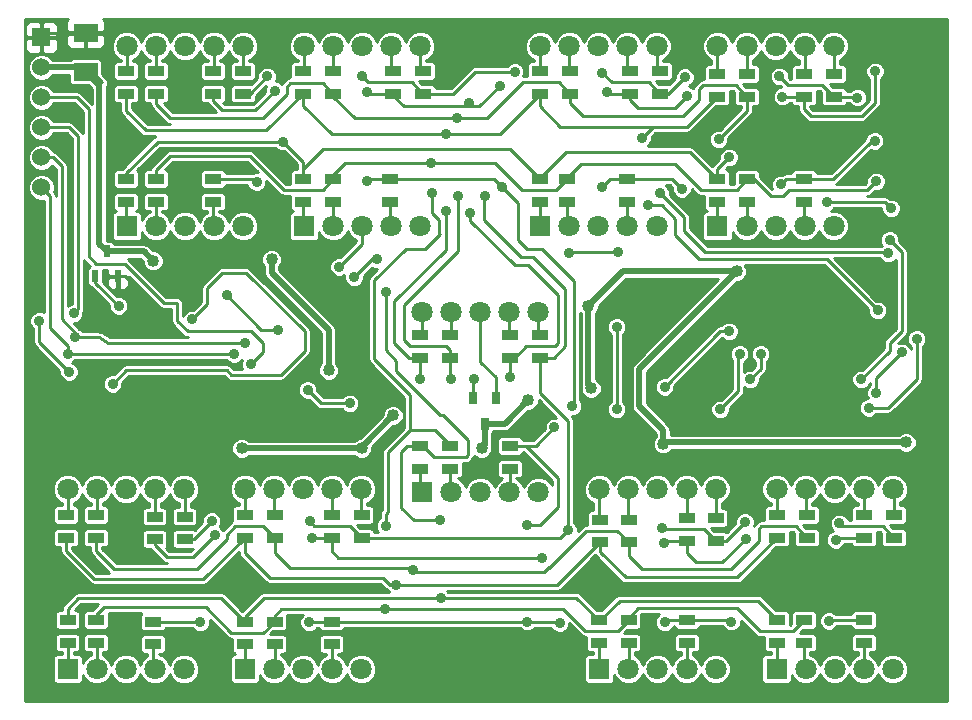
<source format=gbl>
G04 (created by PCBNEW (2013-07-07 BZR 4022)-stable) date 1/31/2015 10:55:12 PM*
%MOIN*%
G04 Gerber Fmt 3.4, Leading zero omitted, Abs format*
%FSLAX34Y34*%
G01*
G70*
G90*
G04 APERTURE LIST*
%ADD10C,0.00590551*%
%ADD11R,0.0315X0.0394*%
%ADD12R,0.0708661X0.0708661*%
%ADD13C,0.0708661*%
%ADD14R,0.08X0.06*%
%ADD15R,0.055X0.035*%
%ADD16R,0.06X0.06*%
%ADD17C,0.06*%
%ADD18R,0.0236X0.0394*%
%ADD19C,0.035*%
%ADD20C,0.04*%
%ADD21C,0.01*%
%ADD22C,0.02*%
G04 APERTURE END LIST*
G54D10*
G54D11*
X41450Y-32183D03*
X41825Y-31317D03*
X41075Y-31317D03*
G54D12*
X33464Y-40354D03*
G54D13*
X34433Y-40354D03*
X35401Y-40354D03*
X36370Y-40354D03*
X37338Y-40354D03*
X37338Y-34354D03*
X36370Y-34354D03*
X35401Y-34354D03*
X34433Y-34354D03*
X33464Y-34354D03*
G54D12*
X45275Y-40354D03*
G54D13*
X46244Y-40354D03*
X47212Y-40354D03*
X48181Y-40354D03*
X49149Y-40354D03*
X49149Y-34354D03*
X48181Y-34354D03*
X47212Y-34354D03*
X46244Y-34354D03*
X45275Y-34354D03*
G54D12*
X27559Y-40354D03*
G54D13*
X28527Y-40354D03*
X29496Y-40354D03*
X30464Y-40354D03*
X31433Y-40354D03*
X31433Y-34354D03*
X30464Y-34354D03*
X29496Y-34354D03*
X28527Y-34354D03*
X27559Y-34354D03*
G54D12*
X51181Y-40354D03*
G54D13*
X52149Y-40354D03*
X53118Y-40354D03*
X54086Y-40354D03*
X55055Y-40354D03*
X55055Y-34354D03*
X54086Y-34354D03*
X53118Y-34354D03*
X52149Y-34354D03*
X51181Y-34354D03*
G54D12*
X49212Y-25590D03*
G54D13*
X50181Y-25590D03*
X51149Y-25590D03*
X52118Y-25590D03*
X53086Y-25590D03*
X53086Y-19590D03*
X52118Y-19590D03*
X51149Y-19590D03*
X50181Y-19590D03*
X49212Y-19590D03*
G54D12*
X39370Y-34448D03*
G54D13*
X40338Y-34448D03*
X41307Y-34448D03*
X42275Y-34448D03*
X43244Y-34448D03*
X43244Y-28448D03*
X42275Y-28448D03*
X41307Y-28448D03*
X40338Y-28448D03*
X39370Y-28448D03*
G54D12*
X43307Y-25590D03*
G54D13*
X44275Y-25590D03*
X45244Y-25590D03*
X46212Y-25590D03*
X47181Y-25590D03*
X47181Y-19590D03*
X46212Y-19590D03*
X45244Y-19590D03*
X44275Y-19590D03*
X43307Y-19590D03*
G54D12*
X29527Y-25590D03*
G54D13*
X30496Y-25590D03*
X31464Y-25590D03*
X32433Y-25590D03*
X33401Y-25590D03*
X33401Y-19590D03*
X32433Y-19590D03*
X31464Y-19590D03*
X30496Y-19590D03*
X29527Y-19590D03*
G54D12*
X35433Y-25590D03*
G54D13*
X36401Y-25590D03*
X37370Y-25590D03*
X38338Y-25590D03*
X39307Y-25590D03*
X39307Y-19590D03*
X38338Y-19590D03*
X37370Y-19590D03*
X36401Y-19590D03*
X35433Y-19590D03*
G54D14*
X28150Y-20450D03*
X28150Y-19150D03*
G54D15*
X32400Y-21175D03*
X32400Y-20425D03*
X46250Y-38725D03*
X46250Y-39475D03*
X45250Y-38725D03*
X45250Y-39475D03*
X46250Y-36125D03*
X46250Y-35375D03*
X45300Y-36125D03*
X45300Y-35375D03*
X54100Y-35975D03*
X54100Y-35225D03*
X55100Y-35975D03*
X55100Y-35225D03*
X54100Y-38725D03*
X54100Y-39475D03*
X48200Y-38725D03*
X48200Y-39475D03*
X52100Y-38725D03*
X52100Y-39475D03*
X51200Y-38725D03*
X51200Y-39475D03*
X52200Y-35975D03*
X52200Y-35225D03*
X51200Y-35975D03*
X51200Y-35225D03*
X52100Y-21275D03*
X52100Y-20525D03*
X53100Y-21275D03*
X53100Y-20525D03*
X52100Y-24025D03*
X52100Y-24775D03*
X50200Y-24025D03*
X50200Y-24775D03*
X49200Y-24025D03*
X49200Y-24775D03*
X50200Y-21275D03*
X50200Y-20525D03*
X49200Y-21275D03*
X49200Y-20525D03*
X35400Y-24025D03*
X35400Y-24775D03*
X42300Y-29975D03*
X42300Y-29225D03*
X43300Y-21175D03*
X43300Y-20425D03*
X44300Y-21175D03*
X44300Y-20425D03*
X43300Y-24025D03*
X43300Y-24775D03*
X44200Y-24025D03*
X44200Y-24775D03*
X46200Y-24025D03*
X46200Y-24775D03*
X47300Y-21175D03*
X47300Y-20425D03*
X46300Y-21175D03*
X46300Y-20425D03*
X35400Y-21175D03*
X35400Y-20425D03*
X36400Y-21175D03*
X36400Y-20425D03*
X49150Y-36075D03*
X49150Y-35325D03*
X36400Y-24025D03*
X36400Y-24775D03*
X38300Y-24025D03*
X38300Y-24775D03*
X39400Y-21175D03*
X39400Y-20425D03*
X38400Y-21175D03*
X38400Y-20425D03*
X29500Y-21175D03*
X29500Y-20425D03*
X30500Y-21175D03*
X30500Y-20425D03*
X29500Y-24025D03*
X29500Y-24775D03*
X30500Y-24025D03*
X30500Y-24775D03*
X32400Y-24025D03*
X32400Y-24775D03*
X33400Y-21175D03*
X33400Y-20425D03*
X43300Y-29975D03*
X43300Y-29225D03*
X48200Y-36075D03*
X48200Y-35325D03*
X33450Y-35975D03*
X33450Y-35225D03*
X34450Y-35975D03*
X34450Y-35225D03*
X33450Y-38775D03*
X33450Y-39525D03*
X34450Y-38775D03*
X34450Y-39525D03*
X36350Y-38775D03*
X36350Y-39525D03*
X37350Y-35975D03*
X37350Y-35225D03*
X36350Y-35975D03*
X36350Y-35225D03*
X27500Y-35975D03*
X27500Y-35225D03*
X28500Y-35975D03*
X28500Y-35225D03*
X28500Y-38725D03*
X28500Y-39475D03*
X30400Y-38775D03*
X30400Y-39525D03*
X31450Y-36025D03*
X31450Y-35275D03*
X30450Y-36025D03*
X30450Y-35275D03*
X39300Y-29975D03*
X39300Y-29225D03*
X27550Y-38725D03*
X27550Y-39475D03*
X40300Y-29975D03*
X40300Y-29225D03*
X39300Y-32925D03*
X39300Y-33675D03*
X40300Y-32925D03*
X40300Y-33675D03*
X42300Y-32925D03*
X42300Y-33675D03*
G54D16*
X26675Y-19300D03*
G54D17*
X26675Y-20300D03*
X26675Y-21300D03*
X26675Y-22300D03*
X26675Y-23300D03*
X26675Y-24300D03*
G54D18*
X29225Y-27266D03*
X28850Y-26434D03*
X28475Y-27266D03*
G54D19*
X36600Y-26950D03*
X54470Y-20430D03*
X42300Y-30625D03*
X40925Y-21475D03*
X40975Y-25150D03*
X51375Y-21275D03*
X48200Y-21250D03*
X41950Y-20925D03*
X45525Y-21125D03*
X37525Y-21125D03*
X34450Y-21075D03*
X53150Y-36050D03*
X50150Y-36025D03*
X47425Y-36150D03*
X43375Y-36650D03*
X35700Y-35975D03*
X32450Y-35900D03*
X53880Y-21310D03*
X41450Y-24575D03*
X51275Y-20600D03*
X48125Y-20625D03*
X42450Y-20450D03*
X45375Y-20475D03*
X37375Y-20600D03*
X34200Y-20600D03*
X53275Y-35500D03*
X50125Y-35450D03*
X47350Y-35650D03*
X44225Y-35725D03*
X35625Y-35425D03*
X32350Y-35425D03*
X54450Y-22750D03*
X44375Y-31600D03*
X43775Y-32300D03*
X51325Y-24200D03*
X48025Y-24350D03*
X42025Y-24300D03*
X45350Y-24300D03*
X37525Y-24100D03*
X33850Y-24125D03*
X42875Y-38775D03*
X42875Y-35550D03*
X52925Y-38750D03*
X49675Y-38775D03*
X47450Y-38800D03*
X43950Y-38825D03*
X35600Y-38800D03*
X31975Y-38800D03*
X27800Y-29300D03*
X33450Y-29500D03*
X54500Y-24100D03*
X39700Y-24475D03*
X39675Y-23475D03*
X38125Y-38350D03*
X38150Y-35575D03*
X33650Y-30200D03*
X27750Y-28500D03*
X26600Y-28750D03*
X27600Y-30450D03*
X49600Y-23300D03*
X52850Y-24800D03*
X55000Y-25000D03*
X34725Y-22775D03*
X38150Y-27775D03*
X40000Y-38000D03*
X39950Y-35400D03*
X40325Y-30675D03*
X49250Y-22700D03*
X47300Y-24500D03*
X54900Y-26500D03*
X40550Y-24575D03*
X40525Y-22000D03*
X39050Y-37050D03*
X39300Y-30700D03*
X38500Y-37550D03*
X46700Y-22650D03*
X46900Y-24900D03*
X54550Y-28400D03*
X40150Y-25100D03*
X40150Y-22525D03*
X27550Y-29850D03*
X33100Y-29850D03*
X43000Y-32250D03*
X47150Y-27900D03*
X45100Y-31700D03*
X44750Y-33250D03*
X41000Y-19150D03*
X32250Y-33250D03*
X27050Y-31750D03*
X26550Y-32600D03*
X26650Y-40900D03*
X56350Y-40900D03*
X56350Y-36450D03*
X56350Y-35700D03*
X56500Y-24000D03*
X56350Y-25500D03*
X54100Y-18900D03*
X30750Y-28550D03*
X41100Y-30700D03*
X45900Y-26450D03*
X44250Y-26500D03*
X37850Y-26700D03*
X37100Y-27300D03*
X36950Y-31500D03*
X35550Y-31050D03*
X29050Y-30850D03*
X31700Y-28700D03*
X54950Y-26050D03*
X54000Y-30700D03*
X54500Y-31150D03*
X55350Y-29800D03*
X54250Y-31650D03*
X55850Y-29350D03*
X49600Y-29100D03*
X47450Y-30950D03*
X49950Y-29850D03*
X49300Y-31700D03*
X50650Y-29850D03*
X50300Y-30700D03*
X29250Y-28250D03*
X45850Y-31700D03*
X45850Y-28950D03*
X34550Y-29050D03*
X32850Y-27900D03*
G54D20*
X38400Y-31900D03*
X41350Y-33000D03*
X42900Y-31400D03*
X45000Y-31000D03*
X44900Y-28250D03*
X33350Y-33000D03*
X37350Y-33000D03*
X34350Y-26700D03*
X36250Y-30400D03*
X49850Y-27100D03*
X55500Y-32800D03*
X47400Y-32850D03*
X30400Y-26750D03*
G54D21*
X37370Y-26179D02*
X37370Y-25590D01*
X36600Y-26950D02*
X37370Y-26179D01*
X41825Y-31317D02*
X41825Y-30625D01*
X41307Y-30107D02*
X41307Y-28448D01*
X41825Y-30625D02*
X41307Y-30107D01*
X52100Y-21275D02*
X52100Y-21700D01*
X54470Y-21480D02*
X54470Y-20430D01*
X54030Y-21920D02*
X54470Y-21480D01*
X52320Y-21920D02*
X54030Y-21920D01*
X52100Y-21700D02*
X52320Y-21920D01*
X42300Y-29975D02*
X42300Y-30625D01*
X42300Y-29975D02*
X42450Y-29975D01*
X40950Y-21500D02*
X40950Y-21600D01*
X40925Y-21475D02*
X40950Y-21500D01*
X40975Y-25425D02*
X40975Y-25150D01*
X42450Y-26900D02*
X40975Y-25425D01*
X42900Y-26900D02*
X42450Y-26900D01*
X43900Y-27900D02*
X42900Y-26900D01*
X43900Y-29499D02*
X43900Y-27900D01*
X43799Y-29600D02*
X43900Y-29499D01*
X42825Y-29600D02*
X43799Y-29600D01*
X42450Y-29975D02*
X42825Y-29600D01*
X46300Y-21175D02*
X46300Y-21400D01*
X51375Y-21275D02*
X52100Y-21275D01*
X47800Y-21650D02*
X48200Y-21250D01*
X46550Y-21650D02*
X47800Y-21650D01*
X46300Y-21400D02*
X46550Y-21650D01*
X38400Y-21175D02*
X38400Y-21250D01*
X38400Y-21250D02*
X38750Y-21600D01*
X38750Y-21600D02*
X40950Y-21600D01*
X45575Y-21175D02*
X46300Y-21175D01*
X40950Y-21600D02*
X41275Y-21600D01*
X41275Y-21600D02*
X41950Y-20925D01*
X45525Y-21125D02*
X45575Y-21175D01*
X32400Y-21175D02*
X32400Y-21425D01*
X37575Y-21175D02*
X38400Y-21175D01*
X37525Y-21125D02*
X37575Y-21175D01*
X33800Y-21725D02*
X34450Y-21075D01*
X32700Y-21725D02*
X33800Y-21725D01*
X32400Y-21425D02*
X32700Y-21725D01*
X48200Y-36075D02*
X48200Y-36500D01*
X53225Y-35975D02*
X54100Y-35975D01*
X53150Y-36050D02*
X53225Y-35975D01*
X49375Y-36800D02*
X50150Y-36025D01*
X48500Y-36800D02*
X49375Y-36800D01*
X48200Y-36500D02*
X48500Y-36800D01*
X36350Y-35975D02*
X36350Y-36425D01*
X47500Y-36075D02*
X48200Y-36075D01*
X47425Y-36150D02*
X47500Y-36075D01*
X36575Y-36650D02*
X43375Y-36650D01*
X36350Y-36425D02*
X36575Y-36650D01*
X30450Y-36025D02*
X30450Y-36225D01*
X35700Y-35975D02*
X36350Y-35975D01*
X31725Y-36625D02*
X32450Y-35900D01*
X30850Y-36625D02*
X31725Y-36625D01*
X30450Y-36225D02*
X30850Y-36625D01*
X53845Y-21275D02*
X53100Y-21275D01*
X53880Y-21310D02*
X53845Y-21275D01*
X43300Y-29975D02*
X43750Y-29975D01*
X41425Y-24600D02*
X41450Y-24575D01*
X41425Y-25400D02*
X41425Y-24600D01*
X42650Y-26625D02*
X41425Y-25400D01*
X43050Y-26625D02*
X42650Y-26625D01*
X44125Y-27700D02*
X43050Y-26625D01*
X44125Y-29600D02*
X44125Y-27700D01*
X43750Y-29975D02*
X44125Y-29600D01*
X47300Y-21175D02*
X47575Y-21175D01*
X52700Y-20875D02*
X53100Y-21275D01*
X51550Y-20875D02*
X52700Y-20875D01*
X51275Y-20600D02*
X51550Y-20875D01*
X47575Y-21175D02*
X48125Y-20625D01*
X39400Y-21175D02*
X40400Y-21175D01*
X40400Y-21175D02*
X41125Y-20450D01*
X41125Y-20450D02*
X42450Y-20450D01*
X46925Y-20800D02*
X47300Y-21175D01*
X45375Y-20475D02*
X45700Y-20800D01*
X45700Y-20800D02*
X46925Y-20800D01*
X33400Y-21175D02*
X33625Y-21175D01*
X39025Y-20800D02*
X39400Y-21175D01*
X37575Y-20800D02*
X39025Y-20800D01*
X37375Y-20600D02*
X37575Y-20800D01*
X33625Y-21175D02*
X34200Y-20600D01*
X43300Y-29975D02*
X43300Y-31150D01*
X44225Y-32075D02*
X44225Y-35725D01*
X43300Y-31150D02*
X44225Y-32075D01*
X49150Y-36075D02*
X49500Y-36075D01*
X54725Y-35600D02*
X55100Y-35975D01*
X53375Y-35600D02*
X54725Y-35600D01*
X53275Y-35500D02*
X53375Y-35600D01*
X49500Y-36075D02*
X50125Y-35450D01*
X37350Y-35975D02*
X43975Y-35975D01*
X48775Y-35700D02*
X49150Y-36075D01*
X47400Y-35700D02*
X48775Y-35700D01*
X47350Y-35650D02*
X47400Y-35700D01*
X43975Y-35975D02*
X44225Y-35725D01*
X31450Y-36025D02*
X31750Y-36025D01*
X36950Y-35575D02*
X37350Y-35975D01*
X35775Y-35575D02*
X36950Y-35575D01*
X35625Y-35425D02*
X35775Y-35575D01*
X31750Y-36025D02*
X32350Y-35425D01*
X52100Y-24025D02*
X53075Y-24025D01*
X54350Y-22750D02*
X54450Y-22750D01*
X53075Y-24025D02*
X54350Y-22750D01*
X42300Y-32925D02*
X43150Y-32925D01*
X42550Y-24825D02*
X42025Y-24300D01*
X42550Y-26050D02*
X42550Y-24825D01*
X42850Y-26350D02*
X42550Y-26050D01*
X43350Y-26350D02*
X42850Y-26350D01*
X44425Y-27425D02*
X43350Y-26350D01*
X44425Y-31550D02*
X44425Y-27425D01*
X44375Y-31600D02*
X44425Y-31550D01*
X43150Y-32925D02*
X43775Y-32300D01*
X46200Y-24025D02*
X47700Y-24025D01*
X51500Y-24025D02*
X52100Y-24025D01*
X51325Y-24200D02*
X51500Y-24025D01*
X47700Y-24025D02*
X48025Y-24350D01*
X38300Y-24025D02*
X41750Y-24025D01*
X41750Y-24025D02*
X42025Y-24300D01*
X45625Y-24025D02*
X46200Y-24025D01*
X45350Y-24300D02*
X45625Y-24025D01*
X32400Y-24025D02*
X33750Y-24025D01*
X37600Y-24025D02*
X38300Y-24025D01*
X37525Y-24100D02*
X37600Y-24025D01*
X33750Y-24025D02*
X33850Y-24125D01*
X42300Y-32925D02*
X42825Y-32925D01*
X43300Y-35550D02*
X42875Y-35550D01*
X43900Y-34950D02*
X43300Y-35550D01*
X43900Y-34000D02*
X43900Y-34950D01*
X42825Y-32925D02*
X43900Y-34000D01*
X48200Y-38725D02*
X49625Y-38725D01*
X52950Y-38725D02*
X54100Y-38725D01*
X52925Y-38750D02*
X52950Y-38725D01*
X49625Y-38725D02*
X49675Y-38775D01*
X36350Y-38775D02*
X42875Y-38775D01*
X42875Y-38775D02*
X43900Y-38775D01*
X47525Y-38725D02*
X48200Y-38725D01*
X47450Y-38800D02*
X47525Y-38725D01*
X43900Y-38775D02*
X43950Y-38825D01*
X30400Y-38775D02*
X31950Y-38775D01*
X35625Y-38775D02*
X36350Y-38775D01*
X35600Y-38800D02*
X35625Y-38775D01*
X31950Y-38775D02*
X31975Y-38800D01*
X27800Y-29300D02*
X27800Y-29150D01*
X27050Y-23300D02*
X26675Y-23300D01*
X27350Y-23600D02*
X27050Y-23300D01*
X27350Y-28700D02*
X27350Y-23600D01*
X27800Y-29150D02*
X27350Y-28700D01*
X28600Y-29300D02*
X27800Y-29300D01*
X28900Y-29500D02*
X28600Y-29300D01*
X33450Y-29500D02*
X28900Y-29500D01*
X50425Y-24025D02*
X50200Y-24025D01*
X51000Y-24600D02*
X50425Y-24025D01*
X51400Y-24600D02*
X51000Y-24600D01*
X51600Y-24400D02*
X51400Y-24600D01*
X54200Y-24400D02*
X51600Y-24400D01*
X54500Y-24100D02*
X54200Y-24400D01*
X37775Y-28025D02*
X37775Y-27400D01*
X39949Y-25850D02*
X39925Y-25850D01*
X39449Y-26350D02*
X39949Y-25850D01*
X38825Y-26350D02*
X39449Y-26350D01*
X37775Y-27400D02*
X38825Y-26350D01*
X38975Y-32375D02*
X38975Y-31225D01*
X39675Y-23475D02*
X39675Y-23500D01*
X39925Y-25850D02*
X39925Y-25375D01*
X39925Y-25375D02*
X39700Y-25150D01*
X39700Y-25150D02*
X39700Y-24475D01*
X39925Y-25850D02*
X39925Y-25850D01*
X37775Y-30025D02*
X37775Y-28025D01*
X37775Y-28025D02*
X37775Y-28000D01*
X38975Y-31225D02*
X37775Y-30025D01*
X44200Y-24025D02*
X44200Y-23975D01*
X49850Y-24375D02*
X50200Y-24025D01*
X48650Y-24375D02*
X49850Y-24375D01*
X47800Y-23525D02*
X48650Y-24375D01*
X44650Y-23525D02*
X47800Y-23525D01*
X44200Y-23975D02*
X44650Y-23525D01*
X36400Y-24025D02*
X36400Y-23900D01*
X36400Y-23900D02*
X36800Y-23500D01*
X36800Y-23500D02*
X39675Y-23500D01*
X43825Y-24400D02*
X44200Y-24025D01*
X39675Y-23500D02*
X41800Y-23500D01*
X41800Y-23500D02*
X42700Y-24400D01*
X42700Y-24400D02*
X43825Y-24400D01*
X30500Y-24025D02*
X30500Y-23725D01*
X36050Y-24375D02*
X36400Y-24025D01*
X34750Y-24375D02*
X36050Y-24375D01*
X33625Y-23250D02*
X34750Y-24375D01*
X30975Y-23250D02*
X33625Y-23250D01*
X30500Y-23725D02*
X30975Y-23250D01*
X40300Y-32925D02*
X40300Y-32875D01*
X38150Y-35200D02*
X38150Y-35575D01*
X38225Y-35125D02*
X38150Y-35200D01*
X38225Y-33125D02*
X38225Y-35125D01*
X38975Y-32375D02*
X38225Y-33125D01*
X39800Y-32375D02*
X38975Y-32375D01*
X40300Y-32875D02*
X39800Y-32375D01*
X46250Y-38725D02*
X46250Y-38650D01*
X51725Y-39100D02*
X52100Y-38725D01*
X50625Y-39100D02*
X51725Y-39100D01*
X49850Y-38325D02*
X50625Y-39100D01*
X46575Y-38325D02*
X49850Y-38325D01*
X46250Y-38650D02*
X46575Y-38325D01*
X34450Y-38775D02*
X34450Y-38575D01*
X45900Y-39075D02*
X46250Y-38725D01*
X44800Y-39075D02*
X45900Y-39075D01*
X44075Y-38350D02*
X44800Y-39075D01*
X34675Y-38350D02*
X38125Y-38350D01*
X38125Y-38350D02*
X44075Y-38350D01*
X34450Y-38575D02*
X34675Y-38350D01*
X28500Y-38725D02*
X28500Y-38550D01*
X34075Y-39150D02*
X34450Y-38775D01*
X33000Y-39150D02*
X34075Y-39150D01*
X32150Y-38300D02*
X33000Y-39150D01*
X28750Y-38300D02*
X32150Y-38300D01*
X28500Y-38550D02*
X28750Y-38300D01*
X31200Y-28150D02*
X31200Y-28750D01*
X27850Y-21300D02*
X28250Y-21700D01*
X28250Y-21700D02*
X28250Y-26600D01*
X28250Y-26600D02*
X28500Y-26850D01*
X28500Y-26850D02*
X29450Y-26850D01*
X29450Y-26850D02*
X30750Y-28150D01*
X30750Y-28150D02*
X31200Y-28150D01*
X32150Y-29100D02*
X33650Y-29100D01*
X33650Y-29100D02*
X34050Y-29500D01*
X34050Y-29500D02*
X34050Y-29800D01*
X33650Y-30200D02*
X34050Y-29800D01*
X27850Y-21300D02*
X26675Y-21300D01*
X31550Y-29100D02*
X32150Y-29100D01*
X31200Y-28750D02*
X31550Y-29100D01*
X33650Y-30200D02*
X33600Y-30250D01*
X27600Y-22300D02*
X26675Y-22300D01*
X27900Y-28350D02*
X27750Y-28500D01*
X27900Y-22600D02*
X27900Y-28350D01*
X27600Y-22300D02*
X27900Y-22600D01*
X26600Y-29450D02*
X26600Y-28750D01*
X27600Y-30450D02*
X26600Y-29450D01*
X49200Y-23700D02*
X49200Y-24025D01*
X49600Y-23300D02*
X49200Y-23700D01*
X54800Y-24800D02*
X52850Y-24800D01*
X55000Y-25000D02*
X54800Y-24800D01*
X38500Y-30425D02*
X38500Y-30075D01*
X39400Y-32925D02*
X39775Y-33300D01*
X39775Y-33300D02*
X40825Y-33300D01*
X40825Y-33300D02*
X40900Y-33225D01*
X40900Y-33225D02*
X40900Y-32725D01*
X40900Y-32725D02*
X40075Y-31900D01*
X40075Y-31900D02*
X39975Y-31900D01*
X39975Y-31900D02*
X38500Y-30425D01*
X39300Y-32925D02*
X39400Y-32925D01*
X38150Y-29725D02*
X38150Y-27775D01*
X38500Y-30075D02*
X38150Y-29725D01*
X43300Y-24025D02*
X43300Y-23975D01*
X48300Y-23125D02*
X49200Y-24025D01*
X44150Y-23125D02*
X48300Y-23125D01*
X43300Y-23975D02*
X44150Y-23125D01*
X35400Y-24025D02*
X35400Y-23675D01*
X42300Y-23025D02*
X43300Y-24025D01*
X36050Y-23025D02*
X42300Y-23025D01*
X35400Y-23675D02*
X36050Y-23025D01*
X29500Y-24025D02*
X29500Y-23825D01*
X29500Y-23825D02*
X30550Y-22775D01*
X30550Y-22775D02*
X34725Y-22775D01*
X35400Y-23450D02*
X35400Y-24025D01*
X34725Y-22775D02*
X35400Y-23450D01*
X39300Y-32925D02*
X38875Y-32925D01*
X40000Y-38000D02*
X40000Y-37975D01*
X39100Y-35400D02*
X39950Y-35400D01*
X38675Y-34975D02*
X39100Y-35400D01*
X38675Y-33125D02*
X38675Y-34975D01*
X38875Y-32925D02*
X38675Y-33125D01*
X45250Y-38725D02*
X45300Y-38725D01*
X50550Y-38075D02*
X51200Y-38725D01*
X45950Y-38075D02*
X50550Y-38075D01*
X45300Y-38725D02*
X45950Y-38075D01*
X33450Y-38775D02*
X33450Y-38625D01*
X44500Y-37975D02*
X45250Y-38725D01*
X34100Y-37975D02*
X40000Y-37975D01*
X40000Y-37975D02*
X44500Y-37975D01*
X33450Y-38625D02*
X34100Y-37975D01*
X27550Y-38725D02*
X27550Y-38350D01*
X32675Y-38000D02*
X33450Y-38775D01*
X27900Y-38000D02*
X32675Y-38000D01*
X27550Y-38350D02*
X27900Y-38000D01*
X40300Y-30650D02*
X40325Y-30675D01*
X40300Y-30650D02*
X40300Y-29975D01*
X50200Y-21750D02*
X50200Y-21275D01*
X49250Y-22700D02*
X50200Y-21750D01*
X48100Y-25300D02*
X47300Y-24500D01*
X48100Y-25750D02*
X48100Y-25300D01*
X48800Y-26450D02*
X48100Y-25750D01*
X54850Y-26450D02*
X48800Y-26450D01*
X54900Y-26500D02*
X54850Y-26450D01*
X40300Y-29975D02*
X40300Y-29725D01*
X40550Y-26425D02*
X40550Y-24575D01*
X38750Y-28225D02*
X40550Y-26425D01*
X38750Y-29375D02*
X38750Y-28225D01*
X38975Y-29600D02*
X38750Y-29375D01*
X40175Y-29600D02*
X38975Y-29600D01*
X40300Y-29725D02*
X40175Y-29600D01*
X40550Y-24575D02*
X40550Y-24550D01*
X44300Y-21175D02*
X44300Y-21500D01*
X49825Y-20900D02*
X50200Y-21275D01*
X48725Y-20900D02*
X49825Y-20900D01*
X48600Y-21025D02*
X48725Y-20900D01*
X48600Y-21375D02*
X48600Y-21025D01*
X48050Y-21925D02*
X48600Y-21375D01*
X44725Y-21925D02*
X48050Y-21925D01*
X44300Y-21500D02*
X44725Y-21925D01*
X36400Y-21175D02*
X36400Y-21275D01*
X43925Y-20800D02*
X44300Y-21175D01*
X42725Y-20800D02*
X43925Y-20800D01*
X41525Y-22000D02*
X42725Y-20800D01*
X37125Y-22000D02*
X40525Y-22000D01*
X40525Y-22000D02*
X41525Y-22000D01*
X36400Y-21275D02*
X37125Y-22000D01*
X30500Y-21175D02*
X30500Y-21525D01*
X36050Y-20825D02*
X36400Y-21175D01*
X34975Y-20825D02*
X36050Y-20825D01*
X34850Y-20950D02*
X34975Y-20825D01*
X34850Y-21200D02*
X34850Y-20950D01*
X34050Y-22000D02*
X34850Y-21200D01*
X30975Y-22000D02*
X34050Y-22000D01*
X30500Y-21525D02*
X30975Y-22000D01*
X39050Y-37050D02*
X39050Y-37000D01*
X34950Y-37000D02*
X39050Y-37000D01*
X34450Y-35975D02*
X34450Y-36500D01*
X34450Y-36500D02*
X34950Y-37000D01*
X43600Y-36950D02*
X43600Y-36975D01*
X39050Y-37000D02*
X39175Y-37125D01*
X39175Y-37125D02*
X43425Y-37125D01*
X43425Y-37125D02*
X43600Y-36950D01*
X51750Y-35600D02*
X51825Y-35600D01*
X46250Y-36575D02*
X46700Y-37025D01*
X46700Y-37025D02*
X49650Y-37025D01*
X49650Y-37025D02*
X50600Y-36075D01*
X50600Y-36075D02*
X50600Y-35675D01*
X50600Y-35675D02*
X50675Y-35600D01*
X50675Y-35600D02*
X51750Y-35600D01*
X46250Y-36125D02*
X46250Y-36575D01*
X51825Y-35600D02*
X52200Y-35975D01*
X45875Y-35750D02*
X46250Y-36125D01*
X43600Y-36975D02*
X44825Y-35750D01*
X44825Y-35750D02*
X45875Y-35750D01*
X43575Y-37000D02*
X43600Y-36975D01*
X28500Y-35975D02*
X28500Y-36425D01*
X34075Y-35600D02*
X34450Y-35975D01*
X33125Y-35600D02*
X34075Y-35600D01*
X32850Y-35875D02*
X33125Y-35600D01*
X32850Y-36025D02*
X32850Y-35875D01*
X31850Y-37025D02*
X32850Y-36025D01*
X29100Y-37025D02*
X31850Y-37025D01*
X28500Y-36425D02*
X29100Y-37025D01*
X38725Y-37550D02*
X38500Y-37550D01*
X39300Y-30700D02*
X39300Y-29975D01*
X47200Y-22300D02*
X47200Y-22275D01*
X47175Y-22275D02*
X47200Y-22300D01*
X47075Y-22275D02*
X47175Y-22275D01*
X46700Y-22650D02*
X47075Y-22275D01*
X47350Y-24900D02*
X46900Y-24900D01*
X47800Y-25350D02*
X47350Y-24900D01*
X47800Y-25900D02*
X47800Y-25350D01*
X48600Y-26700D02*
X47800Y-25900D01*
X52850Y-26700D02*
X48600Y-26700D01*
X54550Y-28400D02*
X52850Y-26700D01*
X39300Y-29975D02*
X38925Y-29975D01*
X38925Y-29975D02*
X38425Y-29475D01*
X38425Y-29475D02*
X38425Y-28100D01*
X38425Y-28100D02*
X40150Y-26375D01*
X40150Y-26375D02*
X40150Y-25100D01*
X43300Y-21175D02*
X43300Y-21600D01*
X48200Y-22275D02*
X49200Y-21275D01*
X43975Y-22275D02*
X47200Y-22275D01*
X47200Y-22275D02*
X48200Y-22275D01*
X43300Y-21600D02*
X43975Y-22275D01*
X35400Y-21175D02*
X35400Y-21575D01*
X35400Y-21575D02*
X36350Y-22525D01*
X36350Y-22525D02*
X40150Y-22525D01*
X41950Y-22525D02*
X43300Y-21175D01*
X40150Y-22525D02*
X41950Y-22525D01*
X29500Y-21175D02*
X29500Y-21750D01*
X34175Y-22400D02*
X35400Y-21175D01*
X30150Y-22400D02*
X34175Y-22400D01*
X29500Y-21750D02*
X30150Y-22400D01*
X34287Y-37312D02*
X38062Y-37312D01*
X38300Y-37550D02*
X38725Y-37550D01*
X38725Y-37550D02*
X43875Y-37550D01*
X43875Y-37550D02*
X45300Y-36125D01*
X38062Y-37312D02*
X38300Y-37550D01*
X45300Y-36125D02*
X45300Y-36450D01*
X45300Y-36450D02*
X46150Y-37300D01*
X46150Y-37300D02*
X49875Y-37300D01*
X49875Y-37300D02*
X51200Y-35975D01*
X33450Y-35975D02*
X33450Y-36475D01*
X33450Y-36475D02*
X34287Y-37312D01*
X34287Y-37312D02*
X34300Y-37325D01*
X27500Y-35975D02*
X27500Y-36425D01*
X32075Y-37350D02*
X33450Y-35975D01*
X28425Y-37350D02*
X32075Y-37350D01*
X27500Y-36425D02*
X28425Y-37350D01*
X27550Y-29850D02*
X27550Y-29600D01*
X26950Y-24575D02*
X26675Y-24300D01*
X26950Y-29000D02*
X26950Y-24575D01*
X27550Y-29600D02*
X26950Y-29000D01*
X33100Y-29850D02*
X27550Y-29850D01*
X28150Y-19150D02*
X26825Y-19150D01*
X26825Y-19150D02*
X26675Y-19300D01*
X43000Y-32250D02*
X43050Y-32250D01*
X45100Y-31700D02*
X45100Y-32900D01*
X47150Y-27900D02*
X46800Y-28250D01*
X46800Y-28250D02*
X45850Y-28250D01*
X45850Y-28250D02*
X45500Y-28600D01*
X45500Y-28600D02*
X45500Y-31300D01*
X45500Y-31300D02*
X45100Y-31700D01*
X45100Y-32900D02*
X44750Y-33250D01*
X41000Y-18900D02*
X41000Y-19150D01*
X56350Y-25500D02*
X56350Y-35700D01*
X30700Y-31700D02*
X32250Y-33250D01*
X27100Y-31700D02*
X30700Y-31700D01*
X27050Y-31750D02*
X27100Y-31700D01*
X26550Y-40800D02*
X26550Y-32600D01*
X26650Y-40900D02*
X26550Y-40800D01*
X56350Y-36450D02*
X56350Y-40900D01*
X56500Y-25350D02*
X56500Y-24000D01*
X56350Y-25500D02*
X56500Y-25350D01*
X28150Y-19150D02*
X28850Y-19150D01*
X28850Y-19150D02*
X29100Y-18900D01*
X29100Y-18900D02*
X41000Y-18900D01*
X41000Y-18900D02*
X54100Y-18900D01*
X29225Y-27266D02*
X29466Y-27266D01*
X29466Y-27266D02*
X30750Y-28550D01*
X52118Y-19590D02*
X52118Y-20506D01*
X52118Y-20506D02*
X52100Y-20525D01*
X45250Y-39475D02*
X45250Y-40328D01*
X45250Y-40328D02*
X45275Y-40354D01*
X35400Y-24775D02*
X35400Y-25557D01*
X35400Y-25557D02*
X35433Y-25590D01*
X36400Y-24775D02*
X36400Y-25588D01*
X36400Y-25588D02*
X36401Y-25590D01*
X38300Y-24775D02*
X38300Y-25551D01*
X38300Y-25551D02*
X38338Y-25590D01*
X39307Y-19590D02*
X39307Y-20332D01*
X39307Y-20332D02*
X39400Y-20425D01*
X38338Y-19590D02*
X38338Y-20363D01*
X38338Y-20363D02*
X38400Y-20425D01*
X36401Y-19590D02*
X36401Y-20423D01*
X36401Y-20423D02*
X36400Y-20425D01*
X35433Y-19590D02*
X35433Y-20391D01*
X35433Y-20391D02*
X35400Y-20425D01*
X42275Y-28448D02*
X42275Y-29200D01*
X42275Y-29200D02*
X42300Y-29225D01*
X46244Y-34354D02*
X46244Y-35369D01*
X46244Y-35369D02*
X46250Y-35375D01*
X46212Y-19590D02*
X46212Y-20337D01*
X46212Y-20337D02*
X46300Y-20425D01*
X47181Y-19590D02*
X47181Y-20306D01*
X47181Y-20306D02*
X47300Y-20425D01*
X46200Y-24775D02*
X46200Y-25577D01*
X46200Y-25577D02*
X46212Y-25590D01*
X44200Y-24775D02*
X44200Y-25514D01*
X44200Y-25514D02*
X44275Y-25590D01*
X43300Y-24775D02*
X43300Y-25583D01*
X43300Y-25583D02*
X43307Y-25590D01*
X44275Y-19590D02*
X44275Y-20400D01*
X44275Y-20400D02*
X44300Y-20425D01*
X43307Y-19590D02*
X43307Y-20417D01*
X43307Y-20417D02*
X43300Y-20425D01*
X45275Y-34354D02*
X45275Y-35350D01*
X45275Y-35350D02*
X45300Y-35375D01*
X54086Y-34354D02*
X54086Y-35211D01*
X54086Y-35211D02*
X54100Y-35225D01*
X55100Y-35225D02*
X55100Y-34399D01*
X55100Y-34399D02*
X55055Y-34354D01*
X54100Y-39475D02*
X54100Y-40340D01*
X54100Y-40340D02*
X54086Y-40354D01*
X52100Y-39475D02*
X52100Y-40304D01*
X52100Y-40304D02*
X52149Y-40354D01*
X51200Y-39475D02*
X51200Y-40335D01*
X51200Y-40335D02*
X51181Y-40354D01*
X52149Y-34354D02*
X52149Y-35174D01*
X52149Y-35174D02*
X52200Y-35225D01*
X51181Y-34354D02*
X51181Y-35206D01*
X51181Y-35206D02*
X51200Y-35225D01*
X53086Y-19590D02*
X53086Y-20511D01*
X53086Y-20511D02*
X53100Y-20525D01*
X48200Y-39475D02*
X48200Y-40335D01*
X48200Y-40335D02*
X48181Y-40354D01*
X27559Y-34354D02*
X27559Y-35165D01*
X27559Y-35165D02*
X27500Y-35225D01*
X42300Y-33675D02*
X42300Y-34424D01*
X42300Y-34424D02*
X42275Y-34448D01*
X40300Y-33675D02*
X40300Y-34410D01*
X40300Y-34410D02*
X40338Y-34448D01*
X39300Y-33675D02*
X39300Y-34378D01*
X39300Y-34378D02*
X39370Y-34448D01*
X40338Y-28448D02*
X40338Y-29186D01*
X40338Y-29186D02*
X40300Y-29225D01*
X39370Y-28448D02*
X39370Y-29154D01*
X39370Y-29154D02*
X39300Y-29225D01*
X30464Y-34354D02*
X30464Y-35260D01*
X30464Y-35260D02*
X30450Y-35275D01*
X31450Y-35275D02*
X31450Y-34371D01*
X31450Y-34371D02*
X31433Y-34354D01*
X30400Y-39525D02*
X30400Y-40289D01*
X30400Y-40289D02*
X30464Y-40354D01*
X52100Y-24775D02*
X52100Y-25572D01*
X52100Y-25572D02*
X52118Y-25590D01*
X28527Y-40354D02*
X28527Y-39502D01*
X28527Y-39502D02*
X28500Y-39475D01*
X27550Y-39475D02*
X27550Y-40345D01*
X27550Y-40345D02*
X27559Y-40354D01*
X28527Y-34354D02*
X28527Y-35197D01*
X28527Y-35197D02*
X28500Y-35225D01*
X36370Y-34354D02*
X36370Y-35204D01*
X36370Y-35204D02*
X36350Y-35225D01*
X37338Y-34354D02*
X37338Y-35213D01*
X37338Y-35213D02*
X37350Y-35225D01*
X36350Y-39525D02*
X36350Y-40334D01*
X36350Y-40334D02*
X36370Y-40354D01*
X34450Y-39525D02*
X34450Y-40337D01*
X34450Y-40337D02*
X34433Y-40354D01*
X33450Y-39525D02*
X33450Y-40339D01*
X33450Y-40339D02*
X33464Y-40354D01*
X34433Y-34354D02*
X34433Y-35208D01*
X34433Y-35208D02*
X34450Y-35225D01*
X33464Y-34354D02*
X33464Y-35210D01*
X33464Y-35210D02*
X33450Y-35225D01*
X50200Y-24775D02*
X50200Y-25571D01*
X50200Y-25571D02*
X50181Y-25590D01*
X48181Y-34354D02*
X48181Y-35306D01*
X48181Y-35306D02*
X48200Y-35325D01*
X49149Y-34354D02*
X49149Y-35324D01*
X49149Y-35324D02*
X49150Y-35325D01*
X41075Y-30725D02*
X41075Y-31317D01*
X41100Y-30700D02*
X41075Y-30725D01*
X49200Y-24775D02*
X49200Y-25577D01*
X49200Y-25577D02*
X49212Y-25590D01*
X44300Y-26450D02*
X45900Y-26450D01*
X44250Y-26500D02*
X44300Y-26450D01*
X37700Y-26700D02*
X37850Y-26700D01*
X37100Y-27300D02*
X37700Y-26700D01*
X36000Y-31500D02*
X36950Y-31500D01*
X35550Y-31050D02*
X36000Y-31500D01*
X32200Y-27650D02*
X32200Y-28200D01*
X29050Y-30850D02*
X29500Y-30400D01*
X29500Y-30400D02*
X32850Y-30400D01*
X32850Y-30400D02*
X33000Y-30550D01*
X33000Y-30550D02*
X34650Y-30550D01*
X34650Y-30550D02*
X35450Y-29750D01*
X35450Y-29750D02*
X35450Y-29100D01*
X35450Y-29100D02*
X33500Y-27150D01*
X33500Y-27150D02*
X32700Y-27150D01*
X32700Y-27150D02*
X32200Y-27650D01*
X32200Y-28200D02*
X31700Y-28700D01*
X50181Y-19590D02*
X50181Y-20506D01*
X50181Y-20506D02*
X50200Y-20525D01*
X55350Y-26450D02*
X54950Y-26050D01*
X55350Y-29100D02*
X55350Y-26450D01*
X54950Y-29500D02*
X55350Y-29100D01*
X54950Y-29750D02*
X54950Y-29500D01*
X54000Y-30700D02*
X54950Y-29750D01*
X49212Y-19590D02*
X49212Y-20512D01*
X49212Y-20512D02*
X49200Y-20525D01*
X54500Y-30650D02*
X54500Y-31150D01*
X55350Y-29800D02*
X54500Y-30650D01*
X54900Y-31650D02*
X54250Y-31650D01*
X55850Y-30700D02*
X54900Y-31650D01*
X55850Y-29350D02*
X55850Y-30700D01*
X49300Y-29100D02*
X49600Y-29100D01*
X47450Y-30950D02*
X49300Y-29100D01*
X49900Y-29900D02*
X49950Y-29850D01*
X49900Y-31100D02*
X49900Y-29900D01*
X49300Y-31700D02*
X49900Y-31100D01*
X50650Y-30350D02*
X50650Y-29850D01*
X50300Y-30700D02*
X50650Y-30350D01*
X43244Y-28448D02*
X43244Y-29169D01*
X43244Y-29169D02*
X43300Y-29225D01*
X46250Y-39475D02*
X46250Y-40348D01*
X46250Y-40348D02*
X46244Y-40354D01*
X29527Y-19590D02*
X29527Y-20397D01*
X29527Y-20397D02*
X29500Y-20425D01*
X32433Y-19590D02*
X32433Y-20391D01*
X32433Y-20391D02*
X32400Y-20425D01*
X33401Y-19590D02*
X33401Y-20423D01*
X33401Y-20423D02*
X33400Y-20425D01*
X32400Y-24775D02*
X32400Y-25557D01*
X32400Y-25557D02*
X32433Y-25590D01*
X30500Y-24775D02*
X30500Y-25586D01*
X30500Y-25586D02*
X30496Y-25590D01*
X29500Y-24775D02*
X29500Y-25562D01*
X29500Y-25562D02*
X29527Y-25590D01*
X30496Y-19590D02*
X30496Y-20421D01*
X30496Y-20421D02*
X30500Y-20425D01*
X28475Y-27266D02*
X28475Y-27475D01*
X28475Y-27475D02*
X29250Y-28250D01*
X45850Y-28950D02*
X45850Y-31700D01*
X34000Y-29050D02*
X34550Y-29050D01*
X32850Y-27900D02*
X34000Y-29050D01*
G54D22*
X41450Y-32183D02*
X41450Y-32900D01*
X37350Y-32950D02*
X37350Y-33000D01*
X38400Y-31900D02*
X37350Y-32950D01*
X41450Y-32900D02*
X41350Y-33000D01*
X44900Y-28250D02*
X44900Y-30900D01*
X42117Y-32183D02*
X41450Y-32183D01*
X42900Y-31400D02*
X42117Y-32183D01*
X44900Y-30900D02*
X45000Y-31000D01*
X46050Y-27100D02*
X49850Y-27100D01*
X44900Y-28250D02*
X46050Y-27100D01*
X33350Y-33000D02*
X37350Y-33000D01*
X34350Y-27150D02*
X34350Y-26700D01*
X36250Y-29050D02*
X34350Y-27150D01*
X36250Y-30400D02*
X36250Y-29050D01*
X47400Y-32400D02*
X47400Y-32850D01*
X46600Y-31600D02*
X47400Y-32400D01*
X46600Y-30350D02*
X46600Y-31600D01*
X49850Y-27100D02*
X46600Y-30350D01*
X47450Y-32800D02*
X55500Y-32800D01*
X47400Y-32850D02*
X47450Y-32800D01*
X28850Y-26434D02*
X30084Y-26434D01*
X30084Y-26434D02*
X30400Y-26750D01*
X28150Y-20450D02*
X28600Y-20900D01*
X28600Y-26184D02*
X28850Y-26434D01*
X28600Y-20900D02*
X28600Y-26184D01*
X26675Y-20300D02*
X28000Y-20300D01*
X28000Y-20300D02*
X28150Y-20450D01*
G54D21*
X28150Y-20450D02*
X28350Y-20450D01*
X28350Y-20450D02*
X28700Y-20800D01*
X28000Y-20300D02*
X28150Y-20450D01*
G54D10*
G36*
X31550Y-29300D02*
X29593Y-29300D01*
X28960Y-29300D01*
X28710Y-29133D01*
X28692Y-29126D01*
X28676Y-29115D01*
X28657Y-29111D01*
X28638Y-29103D01*
X28619Y-29103D01*
X28600Y-29100D01*
X28059Y-29100D01*
X27984Y-29024D01*
X27938Y-29005D01*
X27757Y-28825D01*
X27814Y-28825D01*
X27933Y-28775D01*
X28025Y-28684D01*
X28074Y-28564D01*
X28075Y-28441D01*
X28084Y-28426D01*
X28084Y-28426D01*
X28087Y-28413D01*
X28099Y-28350D01*
X28100Y-28350D01*
X28100Y-26728D01*
X28108Y-26741D01*
X28298Y-26931D01*
X28272Y-26941D01*
X28229Y-26983D01*
X28207Y-27039D01*
X28206Y-27098D01*
X28206Y-27492D01*
X28229Y-27547D01*
X28271Y-27590D01*
X28327Y-27612D01*
X28331Y-27612D01*
X28333Y-27616D01*
X28925Y-28207D01*
X28924Y-28314D01*
X28974Y-28433D01*
X29065Y-28525D01*
X29185Y-28574D01*
X29314Y-28575D01*
X29433Y-28525D01*
X29525Y-28434D01*
X29574Y-28314D01*
X29575Y-28185D01*
X29525Y-28066D01*
X29434Y-27974D01*
X29314Y-27925D01*
X29207Y-27924D01*
X29200Y-27917D01*
X29200Y-27650D01*
X29200Y-27291D01*
X28919Y-27291D01*
X28857Y-27353D01*
X28856Y-27413D01*
X28857Y-27512D01*
X28895Y-27604D01*
X28965Y-27675D01*
X29057Y-27713D01*
X29137Y-27713D01*
X29200Y-27650D01*
X29200Y-27917D01*
X28743Y-27460D01*
X28743Y-27433D01*
X28743Y-27050D01*
X28857Y-27050D01*
X28856Y-27118D01*
X28857Y-27178D01*
X28919Y-27241D01*
X29200Y-27241D01*
X29200Y-27233D01*
X29250Y-27233D01*
X29250Y-27241D01*
X29257Y-27241D01*
X29257Y-27291D01*
X29250Y-27291D01*
X29250Y-27650D01*
X29312Y-27713D01*
X29392Y-27713D01*
X29484Y-27675D01*
X29554Y-27604D01*
X29592Y-27512D01*
X29593Y-27413D01*
X29593Y-27353D01*
X29530Y-27291D01*
X29593Y-27291D01*
X29593Y-27275D01*
X30608Y-28291D01*
X30673Y-28334D01*
X30673Y-28334D01*
X30750Y-28350D01*
X31000Y-28350D01*
X31000Y-28750D01*
X31015Y-28826D01*
X31058Y-28891D01*
X31408Y-29241D01*
X31408Y-29241D01*
X31451Y-29270D01*
X31473Y-29284D01*
X31473Y-29284D01*
X31549Y-29299D01*
X31550Y-29300D01*
X31550Y-29300D01*
G37*
G54D21*
X31550Y-29300D02*
X29593Y-29300D01*
X28960Y-29300D01*
X28710Y-29133D01*
X28692Y-29126D01*
X28676Y-29115D01*
X28657Y-29111D01*
X28638Y-29103D01*
X28619Y-29103D01*
X28600Y-29100D01*
X28059Y-29100D01*
X27984Y-29024D01*
X27938Y-29005D01*
X27757Y-28825D01*
X27814Y-28825D01*
X27933Y-28775D01*
X28025Y-28684D01*
X28074Y-28564D01*
X28075Y-28441D01*
X28084Y-28426D01*
X28084Y-28426D01*
X28087Y-28413D01*
X28099Y-28350D01*
X28100Y-28350D01*
X28100Y-26728D01*
X28108Y-26741D01*
X28298Y-26931D01*
X28272Y-26941D01*
X28229Y-26983D01*
X28207Y-27039D01*
X28206Y-27098D01*
X28206Y-27492D01*
X28229Y-27547D01*
X28271Y-27590D01*
X28327Y-27612D01*
X28331Y-27612D01*
X28333Y-27616D01*
X28925Y-28207D01*
X28924Y-28314D01*
X28974Y-28433D01*
X29065Y-28525D01*
X29185Y-28574D01*
X29314Y-28575D01*
X29433Y-28525D01*
X29525Y-28434D01*
X29574Y-28314D01*
X29575Y-28185D01*
X29525Y-28066D01*
X29434Y-27974D01*
X29314Y-27925D01*
X29207Y-27924D01*
X29200Y-27917D01*
X29200Y-27650D01*
X29200Y-27291D01*
X28919Y-27291D01*
X28857Y-27353D01*
X28856Y-27413D01*
X28857Y-27512D01*
X28895Y-27604D01*
X28965Y-27675D01*
X29057Y-27713D01*
X29137Y-27713D01*
X29200Y-27650D01*
X29200Y-27917D01*
X28743Y-27460D01*
X28743Y-27433D01*
X28743Y-27050D01*
X28857Y-27050D01*
X28856Y-27118D01*
X28857Y-27178D01*
X28919Y-27241D01*
X29200Y-27241D01*
X29200Y-27233D01*
X29250Y-27233D01*
X29250Y-27241D01*
X29257Y-27241D01*
X29257Y-27291D01*
X29250Y-27291D01*
X29250Y-27650D01*
X29312Y-27713D01*
X29392Y-27713D01*
X29484Y-27675D01*
X29554Y-27604D01*
X29592Y-27512D01*
X29593Y-27413D01*
X29593Y-27353D01*
X29530Y-27291D01*
X29593Y-27291D01*
X29593Y-27275D01*
X30608Y-28291D01*
X30673Y-28334D01*
X30673Y-28334D01*
X30750Y-28350D01*
X31000Y-28350D01*
X31000Y-28750D01*
X31015Y-28826D01*
X31058Y-28891D01*
X31408Y-29241D01*
X31408Y-29241D01*
X31451Y-29270D01*
X31473Y-29284D01*
X31473Y-29284D01*
X31549Y-29299D01*
X31550Y-29300D01*
G54D10*
G36*
X43843Y-31976D02*
X43839Y-31975D01*
X43710Y-31974D01*
X43591Y-32024D01*
X43499Y-32115D01*
X43450Y-32235D01*
X43449Y-32342D01*
X43067Y-32725D01*
X42825Y-32725D01*
X42725Y-32725D01*
X42725Y-32720D01*
X42702Y-32665D01*
X42660Y-32622D01*
X42604Y-32600D01*
X42545Y-32599D01*
X41995Y-32599D01*
X41940Y-32622D01*
X41897Y-32664D01*
X41875Y-32720D01*
X41874Y-32779D01*
X41874Y-33129D01*
X41897Y-33184D01*
X41939Y-33227D01*
X41995Y-33249D01*
X42054Y-33250D01*
X42604Y-33250D01*
X42659Y-33227D01*
X42702Y-33185D01*
X42724Y-33129D01*
X42724Y-33125D01*
X42742Y-33125D01*
X43700Y-34082D01*
X43700Y-34231D01*
X43671Y-34163D01*
X43530Y-34021D01*
X43344Y-33944D01*
X43144Y-33944D01*
X42958Y-34021D01*
X42816Y-34162D01*
X42759Y-34300D01*
X42703Y-34163D01*
X42561Y-34021D01*
X42509Y-34000D01*
X42604Y-34000D01*
X42659Y-33977D01*
X42702Y-33935D01*
X42724Y-33879D01*
X42725Y-33820D01*
X42725Y-33470D01*
X42702Y-33415D01*
X42660Y-33372D01*
X42604Y-33350D01*
X42545Y-33349D01*
X41995Y-33349D01*
X41940Y-33372D01*
X41897Y-33414D01*
X41875Y-33470D01*
X41874Y-33529D01*
X41874Y-33879D01*
X41897Y-33934D01*
X41939Y-33977D01*
X41995Y-33999D01*
X42041Y-34000D01*
X41990Y-34021D01*
X41848Y-34162D01*
X41791Y-34300D01*
X41734Y-34163D01*
X41593Y-34021D01*
X41407Y-33944D01*
X41207Y-33944D01*
X41021Y-34021D01*
X40879Y-34162D01*
X40822Y-34300D01*
X40766Y-34163D01*
X40624Y-34021D01*
X40572Y-34000D01*
X40604Y-34000D01*
X40659Y-33977D01*
X40702Y-33935D01*
X40724Y-33879D01*
X40725Y-33820D01*
X40725Y-33500D01*
X40825Y-33500D01*
X40901Y-33484D01*
X40966Y-33441D01*
X41041Y-33366D01*
X41041Y-33366D01*
X41070Y-33323D01*
X41084Y-33301D01*
X41084Y-33301D01*
X41096Y-33241D01*
X41151Y-33296D01*
X41280Y-33349D01*
X41419Y-33350D01*
X41548Y-33296D01*
X41646Y-33198D01*
X41699Y-33069D01*
X41700Y-32930D01*
X41695Y-32920D01*
X41700Y-32900D01*
X41700Y-32499D01*
X41734Y-32465D01*
X41747Y-32433D01*
X42117Y-32433D01*
X42212Y-32413D01*
X42293Y-32359D01*
X42903Y-31750D01*
X42969Y-31750D01*
X43098Y-31696D01*
X43196Y-31598D01*
X43249Y-31469D01*
X43250Y-31382D01*
X43843Y-31976D01*
X43843Y-31976D01*
G37*
G54D21*
X43843Y-31976D02*
X43839Y-31975D01*
X43710Y-31974D01*
X43591Y-32024D01*
X43499Y-32115D01*
X43450Y-32235D01*
X43449Y-32342D01*
X43067Y-32725D01*
X42825Y-32725D01*
X42725Y-32725D01*
X42725Y-32720D01*
X42702Y-32665D01*
X42660Y-32622D01*
X42604Y-32600D01*
X42545Y-32599D01*
X41995Y-32599D01*
X41940Y-32622D01*
X41897Y-32664D01*
X41875Y-32720D01*
X41874Y-32779D01*
X41874Y-33129D01*
X41897Y-33184D01*
X41939Y-33227D01*
X41995Y-33249D01*
X42054Y-33250D01*
X42604Y-33250D01*
X42659Y-33227D01*
X42702Y-33185D01*
X42724Y-33129D01*
X42724Y-33125D01*
X42742Y-33125D01*
X43700Y-34082D01*
X43700Y-34231D01*
X43671Y-34163D01*
X43530Y-34021D01*
X43344Y-33944D01*
X43144Y-33944D01*
X42958Y-34021D01*
X42816Y-34162D01*
X42759Y-34300D01*
X42703Y-34163D01*
X42561Y-34021D01*
X42509Y-34000D01*
X42604Y-34000D01*
X42659Y-33977D01*
X42702Y-33935D01*
X42724Y-33879D01*
X42725Y-33820D01*
X42725Y-33470D01*
X42702Y-33415D01*
X42660Y-33372D01*
X42604Y-33350D01*
X42545Y-33349D01*
X41995Y-33349D01*
X41940Y-33372D01*
X41897Y-33414D01*
X41875Y-33470D01*
X41874Y-33529D01*
X41874Y-33879D01*
X41897Y-33934D01*
X41939Y-33977D01*
X41995Y-33999D01*
X42041Y-34000D01*
X41990Y-34021D01*
X41848Y-34162D01*
X41791Y-34300D01*
X41734Y-34163D01*
X41593Y-34021D01*
X41407Y-33944D01*
X41207Y-33944D01*
X41021Y-34021D01*
X40879Y-34162D01*
X40822Y-34300D01*
X40766Y-34163D01*
X40624Y-34021D01*
X40572Y-34000D01*
X40604Y-34000D01*
X40659Y-33977D01*
X40702Y-33935D01*
X40724Y-33879D01*
X40725Y-33820D01*
X40725Y-33500D01*
X40825Y-33500D01*
X40901Y-33484D01*
X40966Y-33441D01*
X41041Y-33366D01*
X41041Y-33366D01*
X41070Y-33323D01*
X41084Y-33301D01*
X41084Y-33301D01*
X41096Y-33241D01*
X41151Y-33296D01*
X41280Y-33349D01*
X41419Y-33350D01*
X41548Y-33296D01*
X41646Y-33198D01*
X41699Y-33069D01*
X41700Y-32930D01*
X41695Y-32920D01*
X41700Y-32900D01*
X41700Y-32499D01*
X41734Y-32465D01*
X41747Y-32433D01*
X42117Y-32433D01*
X42212Y-32413D01*
X42293Y-32359D01*
X42903Y-31750D01*
X42969Y-31750D01*
X43098Y-31696D01*
X43196Y-31598D01*
X43249Y-31469D01*
X43250Y-31382D01*
X43843Y-31976D01*
G54D10*
G36*
X56880Y-41430D02*
X56175Y-41430D01*
X56175Y-29285D01*
X56125Y-29166D01*
X56034Y-29074D01*
X55914Y-29025D01*
X55785Y-29024D01*
X55666Y-29074D01*
X55574Y-29165D01*
X55525Y-29285D01*
X55524Y-29414D01*
X55574Y-29533D01*
X55650Y-29609D01*
X55650Y-29674D01*
X55625Y-29616D01*
X55534Y-29524D01*
X55414Y-29475D01*
X55285Y-29474D01*
X55238Y-29494D01*
X55491Y-29241D01*
X55491Y-29241D01*
X55520Y-29198D01*
X55534Y-29176D01*
X55534Y-29176D01*
X55549Y-29100D01*
X55550Y-29100D01*
X55550Y-26450D01*
X55549Y-26449D01*
X55534Y-26373D01*
X55534Y-26373D01*
X55520Y-26351D01*
X55491Y-26308D01*
X55491Y-26308D01*
X55274Y-26092D01*
X55275Y-25985D01*
X55225Y-25866D01*
X55134Y-25774D01*
X55014Y-25725D01*
X54885Y-25724D01*
X54766Y-25774D01*
X54674Y-25865D01*
X54625Y-25985D01*
X54624Y-26114D01*
X54674Y-26233D01*
X54690Y-26249D01*
X54690Y-26250D01*
X48882Y-26250D01*
X48300Y-25667D01*
X48300Y-25300D01*
X48299Y-25299D01*
X48284Y-25223D01*
X48284Y-25223D01*
X48270Y-25201D01*
X48241Y-25158D01*
X48241Y-25158D01*
X47624Y-24542D01*
X47625Y-24435D01*
X47575Y-24316D01*
X47484Y-24225D01*
X47617Y-24225D01*
X47700Y-24307D01*
X47699Y-24414D01*
X47749Y-24533D01*
X47840Y-24625D01*
X47960Y-24674D01*
X48089Y-24675D01*
X48208Y-24625D01*
X48300Y-24534D01*
X48349Y-24414D01*
X48349Y-24357D01*
X48508Y-24516D01*
X48573Y-24559D01*
X48573Y-24559D01*
X48650Y-24575D01*
X48775Y-24575D01*
X48774Y-24629D01*
X48774Y-24979D01*
X48797Y-25034D01*
X48839Y-25077D01*
X48861Y-25086D01*
X48828Y-25086D01*
X48773Y-25108D01*
X48731Y-25151D01*
X48708Y-25206D01*
X48708Y-25265D01*
X48708Y-25974D01*
X48731Y-26029D01*
X48773Y-26071D01*
X48828Y-26094D01*
X48887Y-26094D01*
X49596Y-26094D01*
X49651Y-26072D01*
X49694Y-26029D01*
X49716Y-25974D01*
X49716Y-25915D01*
X49716Y-25787D01*
X49753Y-25875D01*
X49895Y-26017D01*
X50080Y-26094D01*
X50280Y-26094D01*
X50466Y-26018D01*
X50608Y-25876D01*
X50665Y-25739D01*
X50721Y-25875D01*
X50863Y-26017D01*
X51048Y-26094D01*
X51249Y-26094D01*
X51434Y-26018D01*
X51576Y-25876D01*
X51633Y-25739D01*
X51690Y-25875D01*
X51832Y-26017D01*
X52017Y-26094D01*
X52217Y-26094D01*
X52403Y-26018D01*
X52545Y-25876D01*
X52602Y-25739D01*
X52658Y-25875D01*
X52800Y-26017D01*
X52985Y-26094D01*
X53186Y-26094D01*
X53371Y-26018D01*
X53513Y-25876D01*
X53590Y-25691D01*
X53591Y-25490D01*
X53514Y-25305D01*
X53372Y-25163D01*
X53187Y-25086D01*
X53008Y-25086D01*
X53033Y-25075D01*
X53109Y-25000D01*
X54674Y-25000D01*
X54674Y-25064D01*
X54724Y-25183D01*
X54815Y-25275D01*
X54935Y-25324D01*
X55064Y-25325D01*
X55183Y-25275D01*
X55275Y-25184D01*
X55324Y-25064D01*
X55325Y-24935D01*
X55275Y-24816D01*
X55184Y-24724D01*
X55064Y-24675D01*
X54957Y-24674D01*
X54941Y-24658D01*
X54876Y-24615D01*
X54800Y-24600D01*
X54200Y-24600D01*
X54276Y-24584D01*
X54341Y-24541D01*
X54457Y-24424D01*
X54564Y-24425D01*
X54683Y-24375D01*
X54775Y-24284D01*
X54824Y-24164D01*
X54825Y-24035D01*
X54775Y-23916D01*
X54684Y-23824D01*
X54564Y-23775D01*
X54435Y-23774D01*
X54316Y-23824D01*
X54224Y-23915D01*
X54175Y-24035D01*
X54174Y-24142D01*
X54117Y-24200D01*
X53166Y-24200D01*
X53216Y-24166D01*
X54330Y-23052D01*
X54385Y-23074D01*
X54514Y-23075D01*
X54633Y-23025D01*
X54725Y-22934D01*
X54774Y-22814D01*
X54775Y-22685D01*
X54725Y-22566D01*
X54634Y-22474D01*
X54514Y-22425D01*
X54385Y-22424D01*
X54266Y-22474D01*
X54174Y-22565D01*
X54125Y-22685D01*
X54125Y-22692D01*
X52992Y-23825D01*
X52525Y-23825D01*
X52525Y-23820D01*
X52502Y-23765D01*
X52460Y-23722D01*
X52404Y-23700D01*
X52345Y-23699D01*
X51795Y-23699D01*
X51740Y-23722D01*
X51697Y-23764D01*
X51675Y-23820D01*
X51675Y-23825D01*
X51500Y-23825D01*
X51423Y-23840D01*
X51401Y-23854D01*
X51371Y-23875D01*
X51371Y-23875D01*
X51260Y-23874D01*
X51141Y-23924D01*
X51049Y-24015D01*
X51000Y-24135D01*
X50999Y-24264D01*
X51037Y-24354D01*
X50625Y-23942D01*
X50625Y-23820D01*
X50602Y-23765D01*
X50560Y-23722D01*
X50504Y-23700D01*
X50445Y-23699D01*
X49895Y-23699D01*
X49840Y-23722D01*
X49797Y-23764D01*
X49775Y-23820D01*
X49774Y-23879D01*
X49774Y-24167D01*
X49767Y-24175D01*
X49625Y-24175D01*
X49625Y-24170D01*
X49625Y-23820D01*
X49602Y-23765D01*
X49560Y-23722D01*
X49504Y-23700D01*
X49482Y-23700D01*
X49557Y-23624D01*
X49664Y-23625D01*
X49783Y-23575D01*
X49875Y-23484D01*
X49924Y-23364D01*
X49925Y-23235D01*
X49875Y-23116D01*
X49784Y-23024D01*
X49664Y-22975D01*
X49535Y-22974D01*
X49416Y-23024D01*
X49324Y-23115D01*
X49275Y-23235D01*
X49274Y-23342D01*
X49058Y-23558D01*
X49041Y-23583D01*
X48441Y-22983D01*
X48376Y-22940D01*
X48300Y-22925D01*
X46884Y-22925D01*
X46975Y-22834D01*
X47024Y-22714D01*
X47025Y-22607D01*
X47143Y-22488D01*
X47200Y-22500D01*
X47200Y-22499D01*
X47276Y-22484D01*
X47276Y-22484D01*
X47291Y-22475D01*
X47291Y-22475D01*
X48200Y-22475D01*
X48276Y-22459D01*
X48341Y-22416D01*
X49157Y-21600D01*
X49504Y-21600D01*
X49559Y-21577D01*
X49602Y-21535D01*
X49624Y-21479D01*
X49625Y-21420D01*
X49625Y-21100D01*
X49742Y-21100D01*
X49774Y-21132D01*
X49774Y-21479D01*
X49797Y-21534D01*
X49839Y-21577D01*
X49895Y-21599D01*
X49954Y-21600D01*
X50000Y-21600D01*
X50000Y-21667D01*
X49292Y-22375D01*
X49185Y-22374D01*
X49066Y-22424D01*
X48974Y-22515D01*
X48925Y-22635D01*
X48924Y-22764D01*
X48974Y-22883D01*
X49065Y-22975D01*
X49185Y-23024D01*
X49314Y-23025D01*
X49433Y-22975D01*
X49525Y-22884D01*
X49574Y-22764D01*
X49575Y-22657D01*
X50341Y-21891D01*
X50384Y-21826D01*
X50384Y-21826D01*
X50387Y-21813D01*
X50399Y-21750D01*
X50400Y-21750D01*
X50400Y-21600D01*
X50504Y-21600D01*
X50559Y-21577D01*
X50602Y-21535D01*
X50624Y-21479D01*
X50625Y-21420D01*
X50625Y-21070D01*
X50602Y-21015D01*
X50560Y-20972D01*
X50504Y-20950D01*
X50445Y-20949D01*
X50157Y-20949D01*
X50057Y-20850D01*
X50504Y-20850D01*
X50559Y-20827D01*
X50602Y-20785D01*
X50624Y-20729D01*
X50625Y-20670D01*
X50625Y-20320D01*
X50602Y-20265D01*
X50560Y-20222D01*
X50504Y-20200D01*
X50445Y-20199D01*
X50381Y-20199D01*
X50381Y-20053D01*
X50466Y-20018D01*
X50608Y-19876D01*
X50665Y-19739D01*
X50721Y-19875D01*
X50863Y-20017D01*
X51048Y-20094D01*
X51249Y-20094D01*
X51434Y-20018D01*
X51576Y-19876D01*
X51633Y-19739D01*
X51690Y-19875D01*
X51832Y-20017D01*
X51918Y-20053D01*
X51918Y-20199D01*
X51795Y-20199D01*
X51740Y-20222D01*
X51697Y-20264D01*
X51675Y-20320D01*
X51674Y-20379D01*
X51674Y-20675D01*
X51632Y-20675D01*
X51599Y-20642D01*
X51600Y-20535D01*
X51550Y-20416D01*
X51459Y-20324D01*
X51339Y-20275D01*
X51210Y-20274D01*
X51091Y-20324D01*
X50999Y-20415D01*
X50950Y-20535D01*
X50949Y-20664D01*
X50999Y-20783D01*
X51090Y-20875D01*
X51210Y-20924D01*
X51317Y-20925D01*
X51342Y-20949D01*
X51310Y-20949D01*
X51191Y-20999D01*
X51099Y-21090D01*
X51050Y-21210D01*
X51049Y-21339D01*
X51099Y-21458D01*
X51190Y-21550D01*
X51310Y-21599D01*
X51439Y-21600D01*
X51558Y-21550D01*
X51634Y-21475D01*
X51674Y-21475D01*
X51674Y-21479D01*
X51697Y-21534D01*
X51739Y-21577D01*
X51795Y-21599D01*
X51854Y-21600D01*
X51900Y-21600D01*
X51900Y-21700D01*
X51915Y-21776D01*
X51958Y-21841D01*
X52178Y-22061D01*
X52178Y-22061D01*
X52221Y-22090D01*
X52243Y-22104D01*
X52243Y-22104D01*
X52320Y-22120D01*
X54030Y-22120D01*
X54106Y-22104D01*
X54171Y-22061D01*
X54611Y-21621D01*
X54654Y-21556D01*
X54654Y-21556D01*
X54670Y-21480D01*
X54670Y-20689D01*
X54745Y-20614D01*
X54794Y-20494D01*
X54795Y-20365D01*
X54745Y-20246D01*
X54654Y-20154D01*
X54534Y-20105D01*
X54405Y-20104D01*
X54286Y-20154D01*
X54194Y-20245D01*
X54145Y-20365D01*
X54144Y-20494D01*
X54194Y-20613D01*
X54270Y-20689D01*
X54270Y-21397D01*
X53947Y-21720D01*
X52402Y-21720D01*
X52300Y-21617D01*
X52300Y-21600D01*
X52404Y-21600D01*
X52459Y-21577D01*
X52502Y-21535D01*
X52524Y-21479D01*
X52525Y-21420D01*
X52525Y-21075D01*
X52617Y-21075D01*
X52674Y-21132D01*
X52674Y-21479D01*
X52697Y-21534D01*
X52739Y-21577D01*
X52795Y-21599D01*
X52854Y-21600D01*
X53404Y-21600D01*
X53459Y-21577D01*
X53502Y-21535D01*
X53524Y-21479D01*
X53524Y-21475D01*
X53596Y-21475D01*
X53604Y-21493D01*
X53695Y-21585D01*
X53815Y-21634D01*
X53944Y-21635D01*
X54063Y-21585D01*
X54155Y-21494D01*
X54204Y-21374D01*
X54205Y-21245D01*
X54155Y-21126D01*
X54064Y-21034D01*
X53944Y-20985D01*
X53815Y-20984D01*
X53696Y-21034D01*
X53655Y-21075D01*
X53525Y-21075D01*
X53525Y-21070D01*
X53502Y-21015D01*
X53460Y-20972D01*
X53404Y-20950D01*
X53345Y-20949D01*
X53057Y-20949D01*
X52957Y-20850D01*
X53404Y-20850D01*
X53459Y-20827D01*
X53502Y-20785D01*
X53524Y-20729D01*
X53525Y-20670D01*
X53525Y-20320D01*
X53502Y-20265D01*
X53460Y-20222D01*
X53404Y-20200D01*
X53345Y-20199D01*
X53286Y-20199D01*
X53286Y-20053D01*
X53371Y-20018D01*
X53513Y-19876D01*
X53590Y-19691D01*
X53591Y-19490D01*
X53514Y-19305D01*
X53372Y-19163D01*
X53187Y-19086D01*
X52986Y-19086D01*
X52801Y-19162D01*
X52659Y-19304D01*
X52602Y-19441D01*
X52545Y-19305D01*
X52404Y-19163D01*
X52218Y-19086D01*
X52018Y-19086D01*
X51832Y-19162D01*
X51690Y-19304D01*
X51633Y-19441D01*
X51577Y-19305D01*
X51435Y-19163D01*
X51250Y-19086D01*
X51049Y-19086D01*
X50864Y-19162D01*
X50722Y-19304D01*
X50665Y-19441D01*
X50608Y-19305D01*
X50467Y-19163D01*
X50281Y-19086D01*
X50081Y-19086D01*
X49895Y-19162D01*
X49753Y-19304D01*
X49696Y-19441D01*
X49640Y-19305D01*
X49498Y-19163D01*
X49313Y-19086D01*
X49112Y-19086D01*
X48927Y-19162D01*
X48785Y-19304D01*
X48708Y-19489D01*
X48708Y-19690D01*
X48784Y-19875D01*
X48926Y-20017D01*
X49012Y-20053D01*
X49012Y-20199D01*
X48895Y-20199D01*
X48840Y-20222D01*
X48797Y-20264D01*
X48775Y-20320D01*
X48774Y-20379D01*
X48774Y-20700D01*
X48725Y-20700D01*
X48648Y-20715D01*
X48626Y-20729D01*
X48583Y-20758D01*
X48458Y-20883D01*
X48415Y-20948D01*
X48405Y-20996D01*
X48384Y-20974D01*
X48264Y-20925D01*
X48249Y-20925D01*
X48308Y-20900D01*
X48400Y-20809D01*
X48449Y-20689D01*
X48450Y-20560D01*
X48400Y-20441D01*
X48309Y-20349D01*
X48189Y-20300D01*
X48060Y-20299D01*
X47941Y-20349D01*
X47849Y-20440D01*
X47800Y-20560D01*
X47799Y-20667D01*
X47613Y-20853D01*
X47604Y-20850D01*
X47545Y-20849D01*
X47257Y-20849D01*
X47157Y-20750D01*
X47604Y-20750D01*
X47659Y-20727D01*
X47702Y-20685D01*
X47724Y-20629D01*
X47725Y-20570D01*
X47725Y-20220D01*
X47702Y-20165D01*
X47660Y-20122D01*
X47604Y-20100D01*
X47545Y-20099D01*
X47381Y-20099D01*
X47381Y-20053D01*
X47466Y-20018D01*
X47608Y-19876D01*
X47685Y-19691D01*
X47685Y-19490D01*
X47608Y-19305D01*
X47467Y-19163D01*
X47281Y-19086D01*
X47081Y-19086D01*
X46895Y-19162D01*
X46753Y-19304D01*
X46696Y-19441D01*
X46640Y-19305D01*
X46498Y-19163D01*
X46313Y-19086D01*
X46112Y-19086D01*
X45927Y-19162D01*
X45785Y-19304D01*
X45728Y-19441D01*
X45671Y-19305D01*
X45530Y-19163D01*
X45344Y-19086D01*
X45144Y-19086D01*
X44958Y-19162D01*
X44816Y-19304D01*
X44759Y-19441D01*
X44703Y-19305D01*
X44561Y-19163D01*
X44376Y-19086D01*
X44175Y-19086D01*
X43990Y-19162D01*
X43848Y-19304D01*
X43791Y-19441D01*
X43734Y-19305D01*
X43593Y-19163D01*
X43407Y-19086D01*
X43207Y-19086D01*
X43021Y-19162D01*
X42879Y-19304D01*
X42802Y-19489D01*
X42802Y-19690D01*
X42879Y-19875D01*
X43021Y-20017D01*
X43107Y-20053D01*
X43107Y-20099D01*
X42995Y-20099D01*
X42940Y-20122D01*
X42897Y-20164D01*
X42875Y-20220D01*
X42874Y-20279D01*
X42874Y-20600D01*
X42739Y-20600D01*
X42774Y-20514D01*
X42775Y-20385D01*
X42725Y-20266D01*
X42634Y-20174D01*
X42514Y-20125D01*
X42385Y-20124D01*
X42266Y-20174D01*
X42190Y-20250D01*
X41125Y-20250D01*
X41061Y-20262D01*
X41048Y-20265D01*
X40983Y-20308D01*
X40317Y-20975D01*
X39825Y-20975D01*
X39825Y-20970D01*
X39802Y-20915D01*
X39760Y-20872D01*
X39704Y-20850D01*
X39645Y-20849D01*
X39357Y-20849D01*
X39257Y-20750D01*
X39704Y-20750D01*
X39759Y-20727D01*
X39802Y-20685D01*
X39824Y-20629D01*
X39825Y-20570D01*
X39825Y-20220D01*
X39802Y-20165D01*
X39760Y-20122D01*
X39704Y-20100D01*
X39645Y-20099D01*
X39507Y-20099D01*
X39507Y-20053D01*
X39592Y-20018D01*
X39734Y-19876D01*
X39811Y-19691D01*
X39811Y-19490D01*
X39734Y-19305D01*
X39593Y-19163D01*
X39407Y-19086D01*
X39207Y-19086D01*
X39021Y-19162D01*
X38879Y-19304D01*
X38822Y-19441D01*
X38766Y-19305D01*
X38624Y-19163D01*
X38439Y-19086D01*
X38238Y-19086D01*
X38053Y-19162D01*
X37911Y-19304D01*
X37854Y-19441D01*
X37797Y-19305D01*
X37656Y-19163D01*
X37470Y-19086D01*
X37270Y-19086D01*
X37084Y-19162D01*
X36942Y-19304D01*
X36885Y-19441D01*
X36829Y-19305D01*
X36687Y-19163D01*
X36502Y-19086D01*
X36301Y-19086D01*
X36116Y-19162D01*
X35974Y-19304D01*
X35917Y-19441D01*
X35860Y-19305D01*
X35719Y-19163D01*
X35533Y-19086D01*
X35333Y-19086D01*
X35147Y-19162D01*
X35005Y-19304D01*
X34928Y-19489D01*
X34928Y-19690D01*
X35005Y-19875D01*
X35147Y-20017D01*
X35233Y-20053D01*
X35233Y-20099D01*
X35095Y-20099D01*
X35040Y-20122D01*
X34997Y-20164D01*
X34975Y-20220D01*
X34974Y-20279D01*
X34974Y-20625D01*
X34898Y-20640D01*
X34876Y-20654D01*
X34833Y-20683D01*
X34708Y-20808D01*
X34682Y-20847D01*
X34634Y-20799D01*
X34514Y-20750D01*
X34489Y-20750D01*
X34524Y-20664D01*
X34525Y-20535D01*
X34475Y-20416D01*
X34384Y-20324D01*
X34264Y-20275D01*
X34135Y-20274D01*
X34016Y-20324D01*
X33924Y-20415D01*
X33905Y-20460D01*
X33905Y-19490D01*
X33829Y-19305D01*
X33687Y-19163D01*
X33502Y-19086D01*
X33301Y-19086D01*
X33116Y-19162D01*
X32974Y-19304D01*
X32917Y-19441D01*
X32860Y-19305D01*
X32719Y-19163D01*
X32533Y-19086D01*
X32333Y-19086D01*
X32147Y-19162D01*
X32005Y-19304D01*
X31948Y-19441D01*
X31892Y-19305D01*
X31750Y-19163D01*
X31565Y-19086D01*
X31364Y-19086D01*
X31179Y-19162D01*
X31037Y-19304D01*
X30980Y-19441D01*
X30923Y-19305D01*
X30782Y-19163D01*
X30596Y-19086D01*
X30396Y-19086D01*
X30210Y-19162D01*
X30068Y-19304D01*
X30011Y-19441D01*
X29955Y-19305D01*
X29813Y-19163D01*
X29628Y-19086D01*
X29427Y-19086D01*
X29242Y-19162D01*
X29100Y-19304D01*
X29023Y-19489D01*
X29023Y-19690D01*
X29099Y-19875D01*
X29241Y-20017D01*
X29327Y-20053D01*
X29327Y-20099D01*
X29195Y-20099D01*
X29140Y-20122D01*
X29097Y-20164D01*
X29075Y-20220D01*
X29074Y-20279D01*
X29074Y-20629D01*
X29097Y-20684D01*
X29139Y-20727D01*
X29195Y-20749D01*
X29254Y-20750D01*
X29804Y-20750D01*
X29859Y-20727D01*
X29902Y-20685D01*
X29924Y-20629D01*
X29925Y-20570D01*
X29925Y-20220D01*
X29902Y-20165D01*
X29860Y-20122D01*
X29804Y-20100D01*
X29745Y-20099D01*
X29727Y-20099D01*
X29727Y-20053D01*
X29812Y-20018D01*
X29954Y-19876D01*
X30011Y-19739D01*
X30068Y-19875D01*
X30210Y-20017D01*
X30296Y-20053D01*
X30296Y-20099D01*
X30195Y-20099D01*
X30140Y-20122D01*
X30097Y-20164D01*
X30075Y-20220D01*
X30074Y-20279D01*
X30074Y-20629D01*
X30097Y-20684D01*
X30139Y-20727D01*
X30195Y-20749D01*
X30254Y-20750D01*
X30804Y-20750D01*
X30859Y-20727D01*
X30902Y-20685D01*
X30924Y-20629D01*
X30925Y-20570D01*
X30925Y-20220D01*
X30902Y-20165D01*
X30860Y-20122D01*
X30804Y-20100D01*
X30745Y-20099D01*
X30696Y-20099D01*
X30696Y-20053D01*
X30781Y-20018D01*
X30923Y-19876D01*
X30980Y-19739D01*
X31036Y-19875D01*
X31178Y-20017D01*
X31363Y-20094D01*
X31564Y-20094D01*
X31749Y-20018D01*
X31891Y-19876D01*
X31948Y-19739D01*
X32005Y-19875D01*
X32147Y-20017D01*
X32233Y-20053D01*
X32233Y-20099D01*
X32095Y-20099D01*
X32040Y-20122D01*
X31997Y-20164D01*
X31975Y-20220D01*
X31974Y-20279D01*
X31974Y-20629D01*
X31997Y-20684D01*
X32039Y-20727D01*
X32095Y-20749D01*
X32154Y-20750D01*
X32704Y-20750D01*
X32759Y-20727D01*
X32802Y-20685D01*
X32824Y-20629D01*
X32825Y-20570D01*
X32825Y-20220D01*
X32802Y-20165D01*
X32760Y-20122D01*
X32704Y-20100D01*
X32645Y-20099D01*
X32633Y-20099D01*
X32633Y-20053D01*
X32718Y-20018D01*
X32860Y-19876D01*
X32917Y-19739D01*
X32973Y-19875D01*
X33115Y-20017D01*
X33201Y-20053D01*
X33201Y-20099D01*
X33095Y-20099D01*
X33040Y-20122D01*
X32997Y-20164D01*
X32975Y-20220D01*
X32974Y-20279D01*
X32974Y-20629D01*
X32997Y-20684D01*
X33039Y-20727D01*
X33095Y-20749D01*
X33154Y-20750D01*
X33704Y-20750D01*
X33759Y-20727D01*
X33802Y-20685D01*
X33824Y-20629D01*
X33825Y-20570D01*
X33825Y-20220D01*
X33802Y-20165D01*
X33760Y-20122D01*
X33704Y-20100D01*
X33645Y-20099D01*
X33601Y-20099D01*
X33601Y-20053D01*
X33686Y-20018D01*
X33828Y-19876D01*
X33905Y-19691D01*
X33905Y-19490D01*
X33905Y-20460D01*
X33875Y-20535D01*
X33874Y-20642D01*
X33667Y-20849D01*
X33645Y-20849D01*
X33095Y-20849D01*
X33040Y-20872D01*
X32997Y-20914D01*
X32975Y-20970D01*
X32974Y-21029D01*
X32974Y-21379D01*
X32997Y-21434D01*
X33039Y-21477D01*
X33095Y-21499D01*
X33154Y-21500D01*
X33704Y-21500D01*
X33759Y-21477D01*
X33802Y-21435D01*
X33824Y-21379D01*
X33825Y-21320D01*
X33825Y-21257D01*
X34157Y-20924D01*
X34160Y-20924D01*
X34125Y-21010D01*
X34124Y-21117D01*
X33717Y-21525D01*
X32782Y-21525D01*
X32742Y-21484D01*
X32759Y-21477D01*
X32802Y-21435D01*
X32824Y-21379D01*
X32825Y-21320D01*
X32825Y-20970D01*
X32802Y-20915D01*
X32760Y-20872D01*
X32704Y-20850D01*
X32645Y-20849D01*
X32095Y-20849D01*
X32040Y-20872D01*
X31997Y-20914D01*
X31975Y-20970D01*
X31974Y-21029D01*
X31974Y-21379D01*
X31997Y-21434D01*
X32039Y-21477D01*
X32095Y-21499D01*
X32154Y-21500D01*
X32214Y-21500D01*
X32215Y-21501D01*
X32258Y-21566D01*
X32492Y-21800D01*
X31057Y-21800D01*
X30757Y-21500D01*
X30804Y-21500D01*
X30859Y-21477D01*
X30902Y-21435D01*
X30924Y-21379D01*
X30925Y-21320D01*
X30925Y-20970D01*
X30902Y-20915D01*
X30860Y-20872D01*
X30804Y-20850D01*
X30745Y-20849D01*
X30195Y-20849D01*
X30140Y-20872D01*
X30097Y-20914D01*
X30075Y-20970D01*
X30074Y-21029D01*
X30074Y-21379D01*
X30097Y-21434D01*
X30139Y-21477D01*
X30195Y-21499D01*
X30254Y-21500D01*
X30300Y-21500D01*
X30300Y-21525D01*
X30315Y-21601D01*
X30358Y-21666D01*
X30833Y-22141D01*
X30833Y-22141D01*
X30876Y-22170D01*
X30898Y-22184D01*
X30898Y-22184D01*
X30975Y-22200D01*
X30232Y-22200D01*
X29700Y-21667D01*
X29700Y-21500D01*
X29804Y-21500D01*
X29859Y-21477D01*
X29902Y-21435D01*
X29924Y-21379D01*
X29925Y-21320D01*
X29925Y-20970D01*
X29902Y-20915D01*
X29860Y-20872D01*
X29804Y-20850D01*
X29745Y-20849D01*
X29195Y-20849D01*
X29140Y-20872D01*
X29097Y-20914D01*
X29075Y-20970D01*
X29074Y-21029D01*
X29074Y-21379D01*
X29097Y-21434D01*
X29139Y-21477D01*
X29195Y-21499D01*
X29254Y-21500D01*
X29300Y-21500D01*
X29300Y-21750D01*
X29315Y-21826D01*
X29358Y-21891D01*
X30008Y-22541D01*
X30008Y-22541D01*
X30051Y-22570D01*
X30073Y-22584D01*
X30073Y-22584D01*
X30150Y-22600D01*
X30458Y-22600D01*
X30451Y-22604D01*
X30408Y-22633D01*
X29358Y-23683D01*
X29347Y-23699D01*
X29195Y-23699D01*
X29140Y-23722D01*
X29097Y-23764D01*
X29075Y-23820D01*
X29074Y-23879D01*
X29074Y-24229D01*
X29097Y-24284D01*
X29139Y-24327D01*
X29195Y-24349D01*
X29254Y-24350D01*
X29804Y-24350D01*
X29859Y-24327D01*
X29902Y-24285D01*
X29924Y-24229D01*
X29925Y-24170D01*
X29925Y-23820D01*
X29902Y-23765D01*
X29872Y-23735D01*
X30632Y-22975D01*
X34465Y-22975D01*
X34540Y-23050D01*
X34660Y-23099D01*
X34767Y-23100D01*
X35200Y-23532D01*
X35200Y-23675D01*
X35200Y-23699D01*
X35095Y-23699D01*
X35040Y-23722D01*
X34997Y-23764D01*
X34975Y-23820D01*
X34974Y-23879D01*
X34974Y-24175D01*
X34832Y-24175D01*
X33766Y-23108D01*
X33701Y-23065D01*
X33625Y-23050D01*
X30975Y-23050D01*
X30898Y-23065D01*
X30876Y-23079D01*
X30833Y-23108D01*
X30358Y-23583D01*
X30315Y-23648D01*
X30304Y-23699D01*
X30195Y-23699D01*
X30140Y-23722D01*
X30097Y-23764D01*
X30075Y-23820D01*
X30074Y-23879D01*
X30074Y-24229D01*
X30097Y-24284D01*
X30139Y-24327D01*
X30195Y-24349D01*
X30254Y-24350D01*
X30804Y-24350D01*
X30859Y-24327D01*
X30902Y-24285D01*
X30924Y-24229D01*
X30925Y-24170D01*
X30925Y-23820D01*
X30902Y-23765D01*
X30860Y-23722D01*
X30806Y-23700D01*
X31057Y-23450D01*
X33542Y-23450D01*
X33892Y-23800D01*
X33785Y-23799D01*
X33724Y-23825D01*
X32825Y-23825D01*
X32825Y-23820D01*
X32802Y-23765D01*
X32760Y-23722D01*
X32704Y-23700D01*
X32645Y-23699D01*
X32095Y-23699D01*
X32040Y-23722D01*
X31997Y-23764D01*
X31975Y-23820D01*
X31974Y-23879D01*
X31974Y-24229D01*
X31997Y-24284D01*
X32039Y-24327D01*
X32095Y-24349D01*
X32154Y-24350D01*
X32704Y-24350D01*
X32759Y-24327D01*
X32802Y-24285D01*
X32824Y-24229D01*
X32824Y-24225D01*
X33539Y-24225D01*
X33574Y-24308D01*
X33665Y-24400D01*
X33785Y-24449D01*
X33914Y-24450D01*
X34033Y-24400D01*
X34125Y-24309D01*
X34174Y-24189D01*
X34175Y-24082D01*
X34608Y-24516D01*
X34673Y-24559D01*
X34673Y-24559D01*
X34686Y-24562D01*
X34750Y-24575D01*
X34975Y-24575D01*
X34974Y-24629D01*
X34974Y-24979D01*
X34997Y-25034D01*
X35039Y-25077D01*
X35061Y-25086D01*
X35049Y-25086D01*
X34993Y-25108D01*
X34951Y-25151D01*
X34928Y-25206D01*
X34928Y-25265D01*
X34928Y-25974D01*
X34951Y-26029D01*
X34993Y-26071D01*
X35048Y-26094D01*
X35108Y-26094D01*
X35817Y-26094D01*
X35872Y-26072D01*
X35914Y-26029D01*
X35937Y-25974D01*
X35937Y-25915D01*
X35937Y-25787D01*
X35973Y-25875D01*
X36115Y-26017D01*
X36300Y-26094D01*
X36501Y-26094D01*
X36686Y-26018D01*
X36828Y-25876D01*
X36885Y-25739D01*
X36942Y-25875D01*
X37084Y-26017D01*
X37170Y-26053D01*
X37170Y-26097D01*
X36642Y-26625D01*
X36535Y-26624D01*
X36416Y-26674D01*
X36324Y-26765D01*
X36275Y-26885D01*
X36274Y-27014D01*
X36324Y-27133D01*
X36415Y-27225D01*
X36535Y-27274D01*
X36664Y-27275D01*
X36777Y-27228D01*
X36775Y-27235D01*
X36774Y-27364D01*
X36824Y-27483D01*
X36915Y-27575D01*
X37035Y-27624D01*
X37164Y-27625D01*
X37283Y-27575D01*
X37375Y-27484D01*
X37424Y-27364D01*
X37425Y-27257D01*
X37695Y-26987D01*
X37785Y-27024D01*
X37867Y-27025D01*
X37633Y-27258D01*
X37590Y-27323D01*
X37575Y-27400D01*
X37575Y-28000D01*
X37575Y-28025D01*
X37575Y-30025D01*
X37590Y-30101D01*
X37633Y-30166D01*
X38775Y-31307D01*
X38775Y-32292D01*
X38750Y-32317D01*
X38750Y-31830D01*
X38696Y-31702D01*
X38598Y-31603D01*
X38469Y-31550D01*
X38330Y-31549D01*
X38202Y-31603D01*
X38103Y-31701D01*
X38050Y-31830D01*
X38050Y-31896D01*
X37296Y-32649D01*
X37280Y-32649D01*
X37275Y-32652D01*
X37275Y-31435D01*
X37225Y-31316D01*
X37134Y-31224D01*
X37014Y-31175D01*
X36885Y-31174D01*
X36766Y-31224D01*
X36690Y-31300D01*
X36600Y-31300D01*
X36600Y-30330D01*
X36546Y-30202D01*
X36500Y-30155D01*
X36500Y-29050D01*
X36480Y-28954D01*
X36480Y-28954D01*
X36426Y-28873D01*
X36426Y-28873D01*
X34600Y-27046D01*
X34600Y-26944D01*
X34646Y-26898D01*
X34699Y-26769D01*
X34700Y-26630D01*
X34646Y-26502D01*
X34548Y-26403D01*
X34419Y-26350D01*
X34280Y-26349D01*
X34152Y-26403D01*
X34053Y-26501D01*
X34000Y-26630D01*
X33999Y-26769D01*
X34053Y-26898D01*
X34100Y-26944D01*
X34100Y-27150D01*
X34119Y-27245D01*
X34173Y-27326D01*
X36000Y-29153D01*
X36000Y-30155D01*
X35953Y-30201D01*
X35900Y-30330D01*
X35899Y-30469D01*
X35953Y-30598D01*
X36051Y-30696D01*
X36180Y-30749D01*
X36319Y-30750D01*
X36448Y-30696D01*
X36546Y-30598D01*
X36599Y-30469D01*
X36600Y-30330D01*
X36600Y-31300D01*
X36082Y-31300D01*
X35874Y-31092D01*
X35875Y-30985D01*
X35825Y-30866D01*
X35734Y-30774D01*
X35650Y-30739D01*
X35650Y-29750D01*
X35650Y-29100D01*
X35649Y-29099D01*
X35634Y-29023D01*
X35634Y-29023D01*
X35620Y-29001D01*
X35591Y-28958D01*
X35591Y-28958D01*
X33905Y-27273D01*
X33905Y-25490D01*
X33829Y-25305D01*
X33687Y-25163D01*
X33502Y-25086D01*
X33301Y-25086D01*
X33116Y-25162D01*
X32974Y-25304D01*
X32917Y-25441D01*
X32860Y-25305D01*
X32719Y-25163D01*
X32600Y-25113D01*
X32600Y-25100D01*
X32704Y-25100D01*
X32759Y-25077D01*
X32802Y-25035D01*
X32824Y-24979D01*
X32825Y-24920D01*
X32825Y-24570D01*
X32802Y-24515D01*
X32760Y-24472D01*
X32704Y-24450D01*
X32645Y-24449D01*
X32095Y-24449D01*
X32040Y-24472D01*
X31997Y-24514D01*
X31975Y-24570D01*
X31974Y-24629D01*
X31974Y-24979D01*
X31997Y-25034D01*
X32039Y-25077D01*
X32095Y-25099D01*
X32154Y-25100D01*
X32200Y-25100D01*
X32200Y-25141D01*
X32147Y-25162D01*
X32005Y-25304D01*
X31948Y-25441D01*
X31892Y-25305D01*
X31750Y-25163D01*
X31565Y-25086D01*
X31364Y-25086D01*
X31179Y-25162D01*
X31037Y-25304D01*
X30980Y-25441D01*
X30923Y-25305D01*
X30782Y-25163D01*
X30700Y-25129D01*
X30700Y-25100D01*
X30804Y-25100D01*
X30859Y-25077D01*
X30902Y-25035D01*
X30924Y-24979D01*
X30925Y-24920D01*
X30925Y-24570D01*
X30902Y-24515D01*
X30860Y-24472D01*
X30804Y-24450D01*
X30745Y-24449D01*
X30195Y-24449D01*
X30140Y-24472D01*
X30097Y-24514D01*
X30075Y-24570D01*
X30074Y-24629D01*
X30074Y-24979D01*
X30097Y-25034D01*
X30139Y-25077D01*
X30195Y-25099D01*
X30254Y-25100D01*
X30300Y-25100D01*
X30300Y-25125D01*
X30210Y-25162D01*
X30068Y-25304D01*
X30031Y-25393D01*
X30031Y-25206D01*
X30009Y-25151D01*
X29966Y-25109D01*
X29911Y-25086D01*
X29852Y-25086D01*
X29838Y-25086D01*
X29859Y-25077D01*
X29902Y-25035D01*
X29924Y-24979D01*
X29925Y-24920D01*
X29925Y-24570D01*
X29902Y-24515D01*
X29860Y-24472D01*
X29804Y-24450D01*
X29745Y-24449D01*
X29195Y-24449D01*
X29140Y-24472D01*
X29097Y-24514D01*
X29075Y-24570D01*
X29074Y-24629D01*
X29074Y-24979D01*
X29097Y-25034D01*
X29139Y-25077D01*
X29161Y-25086D01*
X29143Y-25086D01*
X29088Y-25108D01*
X29046Y-25151D01*
X29023Y-25206D01*
X29023Y-25265D01*
X29023Y-25974D01*
X29045Y-26029D01*
X29088Y-26071D01*
X29143Y-26094D01*
X29202Y-26094D01*
X29911Y-26094D01*
X29966Y-26072D01*
X30008Y-26029D01*
X30031Y-25974D01*
X30031Y-25915D01*
X30031Y-25787D01*
X30068Y-25875D01*
X30210Y-26017D01*
X30395Y-26094D01*
X30595Y-26094D01*
X30781Y-26018D01*
X30923Y-25876D01*
X30980Y-25739D01*
X31036Y-25875D01*
X31178Y-26017D01*
X31363Y-26094D01*
X31564Y-26094D01*
X31749Y-26018D01*
X31891Y-25876D01*
X31948Y-25739D01*
X32005Y-25875D01*
X32147Y-26017D01*
X32332Y-26094D01*
X32532Y-26094D01*
X32718Y-26018D01*
X32860Y-25876D01*
X32917Y-25739D01*
X32973Y-25875D01*
X33115Y-26017D01*
X33300Y-26094D01*
X33501Y-26094D01*
X33686Y-26018D01*
X33828Y-25876D01*
X33905Y-25691D01*
X33905Y-25490D01*
X33905Y-27273D01*
X33641Y-27008D01*
X33576Y-26965D01*
X33500Y-26950D01*
X32700Y-26950D01*
X32636Y-26962D01*
X32623Y-26965D01*
X32558Y-27008D01*
X32058Y-27508D01*
X32015Y-27573D01*
X32000Y-27650D01*
X32000Y-28117D01*
X31742Y-28375D01*
X31635Y-28374D01*
X31516Y-28424D01*
X31424Y-28515D01*
X31400Y-28574D01*
X31400Y-28150D01*
X31384Y-28073D01*
X31341Y-28008D01*
X31276Y-27965D01*
X31200Y-27950D01*
X30832Y-27950D01*
X29591Y-26708D01*
X29554Y-26684D01*
X29980Y-26684D01*
X30049Y-26753D01*
X30049Y-26819D01*
X30103Y-26948D01*
X30201Y-27046D01*
X30330Y-27099D01*
X30469Y-27100D01*
X30598Y-27046D01*
X30696Y-26948D01*
X30749Y-26819D01*
X30750Y-26680D01*
X30696Y-26552D01*
X30598Y-26453D01*
X30469Y-26400D01*
X30403Y-26400D01*
X30260Y-26257D01*
X30179Y-26203D01*
X30084Y-26184D01*
X29108Y-26184D01*
X29095Y-26152D01*
X29053Y-26109D01*
X28997Y-26087D01*
X28938Y-26086D01*
X28856Y-26086D01*
X28850Y-26080D01*
X28850Y-20928D01*
X28884Y-20876D01*
X28899Y-20799D01*
X28884Y-20723D01*
X28841Y-20658D01*
X28800Y-20617D01*
X28800Y-19499D01*
X28800Y-19237D01*
X28737Y-19175D01*
X28175Y-19175D01*
X28175Y-19637D01*
X28237Y-19700D01*
X28500Y-19700D01*
X28599Y-19699D01*
X28691Y-19661D01*
X28762Y-19591D01*
X28800Y-19499D01*
X28800Y-20617D01*
X28700Y-20517D01*
X28700Y-20120D01*
X28677Y-20065D01*
X28635Y-20022D01*
X28579Y-20000D01*
X28520Y-19999D01*
X28125Y-19999D01*
X28125Y-19637D01*
X28125Y-19175D01*
X27562Y-19175D01*
X27500Y-19237D01*
X27499Y-19499D01*
X27537Y-19591D01*
X27608Y-19661D01*
X27700Y-19699D01*
X27799Y-19700D01*
X28062Y-19700D01*
X28125Y-19637D01*
X28125Y-19999D01*
X27720Y-19999D01*
X27665Y-20022D01*
X27637Y-20050D01*
X27225Y-20050D01*
X27225Y-19649D01*
X27225Y-18950D01*
X27187Y-18858D01*
X27116Y-18788D01*
X27024Y-18750D01*
X26925Y-18749D01*
X26762Y-18750D01*
X26700Y-18812D01*
X26700Y-19275D01*
X27162Y-19275D01*
X27225Y-19212D01*
X27225Y-18950D01*
X27225Y-19649D01*
X27225Y-19387D01*
X27162Y-19325D01*
X26700Y-19325D01*
X26700Y-19787D01*
X26762Y-19850D01*
X26925Y-19850D01*
X27024Y-19849D01*
X27116Y-19811D01*
X27187Y-19741D01*
X27225Y-19649D01*
X27225Y-20050D01*
X27058Y-20050D01*
X27056Y-20045D01*
X26930Y-19918D01*
X26764Y-19850D01*
X26587Y-19849D01*
X26650Y-19787D01*
X26650Y-19325D01*
X26650Y-19275D01*
X26650Y-18812D01*
X26587Y-18750D01*
X26424Y-18749D01*
X26325Y-18750D01*
X26233Y-18788D01*
X26162Y-18858D01*
X26124Y-18950D01*
X26125Y-19212D01*
X26187Y-19275D01*
X26650Y-19275D01*
X26650Y-19325D01*
X26187Y-19325D01*
X26125Y-19387D01*
X26124Y-19649D01*
X26162Y-19741D01*
X26233Y-19811D01*
X26325Y-19849D01*
X26424Y-19850D01*
X26585Y-19850D01*
X26420Y-19918D01*
X26293Y-20044D01*
X26225Y-20210D01*
X26224Y-20389D01*
X26293Y-20554D01*
X26419Y-20681D01*
X26585Y-20749D01*
X26764Y-20750D01*
X26929Y-20681D01*
X27056Y-20555D01*
X27058Y-20550D01*
X27599Y-20550D01*
X27599Y-20779D01*
X27622Y-20834D01*
X27664Y-20877D01*
X27720Y-20899D01*
X27779Y-20900D01*
X28246Y-20900D01*
X28350Y-21003D01*
X28350Y-21517D01*
X27991Y-21158D01*
X27926Y-21115D01*
X27850Y-21100D01*
X27079Y-21100D01*
X27056Y-21045D01*
X26930Y-20918D01*
X26764Y-20850D01*
X26585Y-20849D01*
X26420Y-20918D01*
X26293Y-21044D01*
X26225Y-21210D01*
X26224Y-21389D01*
X26293Y-21554D01*
X26419Y-21681D01*
X26585Y-21749D01*
X26764Y-21750D01*
X26929Y-21681D01*
X27056Y-21555D01*
X27079Y-21500D01*
X27767Y-21500D01*
X28050Y-21782D01*
X28050Y-22471D01*
X28041Y-22458D01*
X28041Y-22458D01*
X27741Y-22158D01*
X27676Y-22115D01*
X27600Y-22100D01*
X27079Y-22100D01*
X27056Y-22045D01*
X26930Y-21918D01*
X26764Y-21850D01*
X26585Y-21849D01*
X26420Y-21918D01*
X26293Y-22044D01*
X26225Y-22210D01*
X26224Y-22389D01*
X26293Y-22554D01*
X26419Y-22681D01*
X26585Y-22749D01*
X26764Y-22750D01*
X26929Y-22681D01*
X27056Y-22555D01*
X27079Y-22500D01*
X27517Y-22500D01*
X27700Y-22682D01*
X27700Y-28174D01*
X27685Y-28174D01*
X27566Y-28224D01*
X27550Y-28240D01*
X27550Y-23600D01*
X27549Y-23599D01*
X27534Y-23523D01*
X27534Y-23523D01*
X27520Y-23501D01*
X27491Y-23458D01*
X27491Y-23458D01*
X27191Y-23158D01*
X27126Y-23115D01*
X27081Y-23106D01*
X27056Y-23045D01*
X26930Y-22918D01*
X26764Y-22850D01*
X26585Y-22849D01*
X26420Y-22918D01*
X26293Y-23044D01*
X26225Y-23210D01*
X26224Y-23389D01*
X26293Y-23554D01*
X26419Y-23681D01*
X26585Y-23749D01*
X26764Y-23750D01*
X26929Y-23681D01*
X27039Y-23572D01*
X27150Y-23682D01*
X27150Y-24575D01*
X27134Y-24498D01*
X27134Y-24498D01*
X27100Y-24447D01*
X27124Y-24389D01*
X27125Y-24210D01*
X27056Y-24045D01*
X26930Y-23918D01*
X26764Y-23850D01*
X26585Y-23849D01*
X26420Y-23918D01*
X26293Y-24044D01*
X26225Y-24210D01*
X26224Y-24389D01*
X26293Y-24554D01*
X26419Y-24681D01*
X26585Y-24749D01*
X26750Y-24750D01*
X26750Y-28460D01*
X26664Y-28425D01*
X26535Y-28424D01*
X26416Y-28474D01*
X26324Y-28565D01*
X26275Y-28685D01*
X26274Y-28814D01*
X26324Y-28933D01*
X26400Y-29009D01*
X26400Y-29450D01*
X26415Y-29526D01*
X26458Y-29591D01*
X27275Y-30407D01*
X27274Y-30514D01*
X27324Y-30633D01*
X27415Y-30725D01*
X27535Y-30774D01*
X27664Y-30775D01*
X27783Y-30725D01*
X27875Y-30634D01*
X27924Y-30514D01*
X27925Y-30385D01*
X27875Y-30266D01*
X27784Y-30174D01*
X27700Y-30139D01*
X27733Y-30125D01*
X27809Y-30050D01*
X32840Y-30050D01*
X32915Y-30125D01*
X33035Y-30174D01*
X33164Y-30175D01*
X33283Y-30125D01*
X33360Y-30048D01*
X33325Y-30135D01*
X33324Y-30264D01*
X33360Y-30350D01*
X33082Y-30350D01*
X32991Y-30258D01*
X32926Y-30215D01*
X32850Y-30200D01*
X29500Y-30200D01*
X29423Y-30215D01*
X29358Y-30258D01*
X29092Y-30525D01*
X28985Y-30524D01*
X28866Y-30574D01*
X28774Y-30665D01*
X28725Y-30785D01*
X28724Y-30914D01*
X28774Y-31033D01*
X28865Y-31125D01*
X28985Y-31174D01*
X29114Y-31175D01*
X29233Y-31125D01*
X29325Y-31034D01*
X29374Y-30914D01*
X29375Y-30807D01*
X29582Y-30600D01*
X32767Y-30600D01*
X32858Y-30691D01*
X32858Y-30691D01*
X32923Y-30734D01*
X32923Y-30734D01*
X32936Y-30737D01*
X33000Y-30750D01*
X34650Y-30750D01*
X34726Y-30734D01*
X34791Y-30691D01*
X35591Y-29891D01*
X35591Y-29891D01*
X35620Y-29848D01*
X35634Y-29826D01*
X35634Y-29826D01*
X35649Y-29750D01*
X35650Y-29750D01*
X35650Y-30739D01*
X35614Y-30725D01*
X35485Y-30724D01*
X35366Y-30774D01*
X35274Y-30865D01*
X35225Y-30985D01*
X35224Y-31114D01*
X35274Y-31233D01*
X35365Y-31325D01*
X35485Y-31374D01*
X35592Y-31375D01*
X35858Y-31641D01*
X35923Y-31684D01*
X35923Y-31684D01*
X36000Y-31700D01*
X36690Y-31700D01*
X36765Y-31775D01*
X36885Y-31824D01*
X37014Y-31825D01*
X37133Y-31775D01*
X37225Y-31684D01*
X37274Y-31564D01*
X37275Y-31435D01*
X37275Y-32652D01*
X37152Y-32703D01*
X37105Y-32750D01*
X33594Y-32750D01*
X33548Y-32703D01*
X33419Y-32650D01*
X33280Y-32649D01*
X33152Y-32703D01*
X33053Y-32801D01*
X33000Y-32930D01*
X32999Y-33069D01*
X33053Y-33198D01*
X33151Y-33296D01*
X33280Y-33349D01*
X33419Y-33350D01*
X33548Y-33296D01*
X33594Y-33250D01*
X37105Y-33250D01*
X37151Y-33296D01*
X37280Y-33349D01*
X37419Y-33350D01*
X37548Y-33296D01*
X37646Y-33198D01*
X37699Y-33069D01*
X37700Y-32953D01*
X38403Y-32250D01*
X38469Y-32250D01*
X38598Y-32196D01*
X38696Y-32098D01*
X38749Y-31969D01*
X38750Y-31830D01*
X38750Y-32317D01*
X38083Y-32983D01*
X38040Y-33048D01*
X38025Y-33125D01*
X38025Y-35042D01*
X38008Y-35058D01*
X37965Y-35123D01*
X37950Y-35200D01*
X37950Y-35315D01*
X37874Y-35390D01*
X37825Y-35510D01*
X37824Y-35639D01*
X37874Y-35758D01*
X37890Y-35775D01*
X37775Y-35775D01*
X37775Y-35770D01*
X37752Y-35715D01*
X37710Y-35672D01*
X37654Y-35650D01*
X37595Y-35649D01*
X37307Y-35649D01*
X37207Y-35550D01*
X37654Y-35550D01*
X37709Y-35527D01*
X37752Y-35485D01*
X37774Y-35429D01*
X37775Y-35370D01*
X37775Y-35020D01*
X37752Y-34965D01*
X37710Y-34922D01*
X37654Y-34900D01*
X37595Y-34899D01*
X37538Y-34899D01*
X37538Y-34817D01*
X37623Y-34782D01*
X37765Y-34640D01*
X37842Y-34455D01*
X37843Y-34254D01*
X37766Y-34069D01*
X37624Y-33927D01*
X37439Y-33850D01*
X37238Y-33849D01*
X37053Y-33926D01*
X36911Y-34068D01*
X36854Y-34205D01*
X36797Y-34069D01*
X36656Y-33927D01*
X36470Y-33850D01*
X36270Y-33849D01*
X36084Y-33926D01*
X35942Y-34068D01*
X35885Y-34205D01*
X35829Y-34069D01*
X35687Y-33927D01*
X35502Y-33850D01*
X35301Y-33849D01*
X35116Y-33926D01*
X34974Y-34068D01*
X34917Y-34205D01*
X34860Y-34069D01*
X34719Y-33927D01*
X34533Y-33850D01*
X34333Y-33849D01*
X34147Y-33926D01*
X34005Y-34068D01*
X33948Y-34205D01*
X33892Y-34069D01*
X33750Y-33927D01*
X33565Y-33850D01*
X33364Y-33849D01*
X33179Y-33926D01*
X33037Y-34068D01*
X32960Y-34253D01*
X32960Y-34454D01*
X33036Y-34639D01*
X33178Y-34781D01*
X33264Y-34817D01*
X33264Y-34899D01*
X33145Y-34899D01*
X33090Y-34922D01*
X33047Y-34964D01*
X33025Y-35020D01*
X33024Y-35079D01*
X33024Y-35429D01*
X33025Y-35430D01*
X32983Y-35458D01*
X32725Y-35716D01*
X32725Y-35716D01*
X32634Y-35624D01*
X32617Y-35617D01*
X32625Y-35609D01*
X32674Y-35489D01*
X32675Y-35360D01*
X32625Y-35241D01*
X32534Y-35149D01*
X32414Y-35100D01*
X32285Y-35099D01*
X32166Y-35149D01*
X32074Y-35240D01*
X32025Y-35360D01*
X32024Y-35467D01*
X31937Y-35554D01*
X31937Y-34254D01*
X31860Y-34069D01*
X31719Y-33927D01*
X31533Y-33850D01*
X31333Y-33849D01*
X31147Y-33926D01*
X31005Y-34068D01*
X30948Y-34205D01*
X30892Y-34069D01*
X30750Y-33927D01*
X30565Y-33850D01*
X30364Y-33849D01*
X30179Y-33926D01*
X30037Y-34068D01*
X29980Y-34205D01*
X29923Y-34069D01*
X29782Y-33927D01*
X29596Y-33850D01*
X29396Y-33849D01*
X29210Y-33926D01*
X29068Y-34068D01*
X29011Y-34205D01*
X28955Y-34069D01*
X28813Y-33927D01*
X28628Y-33850D01*
X28427Y-33849D01*
X28242Y-33926D01*
X28100Y-34068D01*
X28043Y-34205D01*
X27986Y-34069D01*
X27845Y-33927D01*
X27659Y-33850D01*
X27459Y-33849D01*
X27273Y-33926D01*
X27131Y-34068D01*
X27054Y-34253D01*
X27054Y-34454D01*
X27131Y-34639D01*
X27273Y-34781D01*
X27359Y-34817D01*
X27359Y-34899D01*
X27195Y-34899D01*
X27140Y-34922D01*
X27097Y-34964D01*
X27075Y-35020D01*
X27074Y-35079D01*
X27074Y-35429D01*
X27097Y-35484D01*
X27139Y-35527D01*
X27195Y-35549D01*
X27254Y-35550D01*
X27804Y-35550D01*
X27859Y-35527D01*
X27902Y-35485D01*
X27924Y-35429D01*
X27925Y-35370D01*
X27925Y-35020D01*
X27902Y-34965D01*
X27860Y-34922D01*
X27804Y-34900D01*
X27759Y-34899D01*
X27759Y-34817D01*
X27844Y-34782D01*
X27986Y-34640D01*
X28043Y-34503D01*
X28099Y-34639D01*
X28241Y-34781D01*
X28327Y-34817D01*
X28327Y-34899D01*
X28195Y-34899D01*
X28140Y-34922D01*
X28097Y-34964D01*
X28075Y-35020D01*
X28074Y-35079D01*
X28074Y-35429D01*
X28097Y-35484D01*
X28139Y-35527D01*
X28195Y-35549D01*
X28254Y-35550D01*
X28804Y-35550D01*
X28859Y-35527D01*
X28902Y-35485D01*
X28924Y-35429D01*
X28925Y-35370D01*
X28925Y-35020D01*
X28902Y-34965D01*
X28860Y-34922D01*
X28804Y-34900D01*
X28745Y-34899D01*
X28727Y-34899D01*
X28727Y-34817D01*
X28812Y-34782D01*
X28954Y-34640D01*
X29011Y-34503D01*
X29068Y-34639D01*
X29210Y-34781D01*
X29395Y-34858D01*
X29595Y-34858D01*
X29781Y-34782D01*
X29923Y-34640D01*
X29980Y-34503D01*
X30036Y-34639D01*
X30178Y-34781D01*
X30264Y-34817D01*
X30264Y-34949D01*
X30145Y-34949D01*
X30090Y-34972D01*
X30047Y-35014D01*
X30025Y-35070D01*
X30024Y-35129D01*
X30024Y-35479D01*
X30047Y-35534D01*
X30089Y-35577D01*
X30145Y-35599D01*
X30204Y-35600D01*
X30754Y-35600D01*
X30809Y-35577D01*
X30852Y-35535D01*
X30874Y-35479D01*
X30875Y-35420D01*
X30875Y-35070D01*
X30852Y-35015D01*
X30810Y-34972D01*
X30754Y-34950D01*
X30695Y-34949D01*
X30664Y-34949D01*
X30664Y-34817D01*
X30749Y-34782D01*
X30891Y-34640D01*
X30948Y-34503D01*
X31005Y-34639D01*
X31147Y-34781D01*
X31250Y-34824D01*
X31250Y-34949D01*
X31145Y-34949D01*
X31090Y-34972D01*
X31047Y-35014D01*
X31025Y-35070D01*
X31024Y-35129D01*
X31024Y-35479D01*
X31047Y-35534D01*
X31089Y-35577D01*
X31145Y-35599D01*
X31204Y-35600D01*
X31754Y-35600D01*
X31809Y-35577D01*
X31852Y-35535D01*
X31874Y-35479D01*
X31875Y-35420D01*
X31875Y-35070D01*
X31852Y-35015D01*
X31810Y-34972D01*
X31754Y-34950D01*
X31695Y-34949D01*
X31650Y-34949D01*
X31650Y-34810D01*
X31718Y-34782D01*
X31860Y-34640D01*
X31937Y-34455D01*
X31937Y-34254D01*
X31937Y-35554D01*
X31781Y-35710D01*
X31754Y-35700D01*
X31695Y-35699D01*
X31145Y-35699D01*
X31090Y-35722D01*
X31047Y-35764D01*
X31025Y-35820D01*
X31024Y-35879D01*
X31024Y-36229D01*
X31047Y-36284D01*
X31089Y-36327D01*
X31145Y-36349D01*
X31204Y-36350D01*
X31717Y-36350D01*
X31642Y-36425D01*
X30932Y-36425D01*
X30822Y-36314D01*
X30852Y-36285D01*
X30874Y-36229D01*
X30875Y-36170D01*
X30875Y-35820D01*
X30852Y-35765D01*
X30810Y-35722D01*
X30754Y-35700D01*
X30695Y-35699D01*
X30145Y-35699D01*
X30090Y-35722D01*
X30047Y-35764D01*
X30025Y-35820D01*
X30024Y-35879D01*
X30024Y-36229D01*
X30047Y-36284D01*
X30089Y-36327D01*
X30145Y-36349D01*
X30204Y-36350D01*
X30297Y-36350D01*
X30308Y-36366D01*
X30708Y-36766D01*
X30708Y-36766D01*
X30751Y-36795D01*
X30773Y-36809D01*
X30773Y-36809D01*
X30849Y-36824D01*
X30850Y-36825D01*
X29182Y-36825D01*
X28700Y-36342D01*
X28700Y-36300D01*
X28804Y-36300D01*
X28859Y-36277D01*
X28902Y-36235D01*
X28924Y-36179D01*
X28925Y-36120D01*
X28925Y-35770D01*
X28902Y-35715D01*
X28860Y-35672D01*
X28804Y-35650D01*
X28745Y-35649D01*
X28195Y-35649D01*
X28140Y-35672D01*
X28097Y-35714D01*
X28075Y-35770D01*
X28074Y-35829D01*
X28074Y-36179D01*
X28097Y-36234D01*
X28139Y-36277D01*
X28195Y-36299D01*
X28254Y-36300D01*
X28300Y-36300D01*
X28300Y-36425D01*
X28315Y-36501D01*
X28358Y-36566D01*
X28942Y-37150D01*
X28507Y-37150D01*
X27700Y-36342D01*
X27700Y-36300D01*
X27804Y-36300D01*
X27859Y-36277D01*
X27902Y-36235D01*
X27924Y-36179D01*
X27925Y-36120D01*
X27925Y-35770D01*
X27902Y-35715D01*
X27860Y-35672D01*
X27804Y-35650D01*
X27745Y-35649D01*
X27195Y-35649D01*
X27140Y-35672D01*
X27097Y-35714D01*
X27075Y-35770D01*
X27074Y-35829D01*
X27074Y-36179D01*
X27097Y-36234D01*
X27139Y-36277D01*
X27195Y-36299D01*
X27254Y-36300D01*
X27300Y-36300D01*
X27300Y-36425D01*
X27315Y-36501D01*
X27358Y-36566D01*
X28283Y-37491D01*
X28283Y-37491D01*
X28326Y-37520D01*
X28348Y-37534D01*
X28348Y-37534D01*
X28424Y-37549D01*
X28425Y-37550D01*
X32075Y-37550D01*
X32151Y-37534D01*
X32216Y-37491D01*
X33250Y-36457D01*
X33250Y-36475D01*
X33265Y-36551D01*
X33308Y-36616D01*
X34146Y-37453D01*
X34146Y-37453D01*
X34146Y-37453D01*
X34158Y-37466D01*
X34223Y-37509D01*
X34300Y-37524D01*
X34362Y-37512D01*
X37979Y-37512D01*
X38158Y-37691D01*
X38223Y-37734D01*
X38223Y-37734D01*
X38225Y-37735D01*
X38265Y-37775D01*
X34100Y-37775D01*
X34023Y-37790D01*
X34001Y-37804D01*
X33958Y-37833D01*
X33375Y-38417D01*
X32816Y-37858D01*
X32751Y-37815D01*
X32675Y-37800D01*
X27900Y-37800D01*
X27823Y-37815D01*
X27801Y-37829D01*
X27758Y-37858D01*
X27408Y-38208D01*
X27365Y-38273D01*
X27350Y-38350D01*
X27350Y-38399D01*
X27245Y-38399D01*
X27190Y-38422D01*
X27147Y-38464D01*
X27125Y-38520D01*
X27124Y-38579D01*
X27124Y-38929D01*
X27147Y-38984D01*
X27189Y-39027D01*
X27245Y-39049D01*
X27304Y-39050D01*
X27854Y-39050D01*
X27909Y-39027D01*
X27952Y-38985D01*
X27974Y-38929D01*
X27975Y-38870D01*
X27975Y-38520D01*
X27952Y-38465D01*
X27910Y-38422D01*
X27854Y-38400D01*
X27795Y-38399D01*
X27782Y-38399D01*
X27982Y-38200D01*
X28567Y-38200D01*
X28367Y-38399D01*
X28195Y-38399D01*
X28140Y-38422D01*
X28097Y-38464D01*
X28075Y-38520D01*
X28074Y-38579D01*
X28074Y-38929D01*
X28097Y-38984D01*
X28139Y-39027D01*
X28195Y-39049D01*
X28254Y-39050D01*
X28804Y-39050D01*
X28859Y-39027D01*
X28902Y-38985D01*
X28924Y-38929D01*
X28925Y-38870D01*
X28925Y-38520D01*
X28916Y-38500D01*
X30012Y-38500D01*
X29997Y-38514D01*
X29975Y-38570D01*
X29974Y-38629D01*
X29974Y-38979D01*
X29997Y-39034D01*
X30039Y-39077D01*
X30095Y-39099D01*
X30154Y-39100D01*
X30704Y-39100D01*
X30759Y-39077D01*
X30802Y-39035D01*
X30824Y-38979D01*
X30824Y-38975D01*
X31695Y-38975D01*
X31699Y-38983D01*
X31790Y-39075D01*
X31910Y-39124D01*
X32039Y-39125D01*
X32158Y-39075D01*
X32250Y-38984D01*
X32299Y-38864D01*
X32300Y-38735D01*
X32298Y-38730D01*
X32858Y-39291D01*
X32923Y-39334D01*
X32923Y-39334D01*
X33000Y-39350D01*
X33024Y-39350D01*
X33024Y-39379D01*
X33024Y-39729D01*
X33047Y-39784D01*
X33089Y-39827D01*
X33145Y-39849D01*
X33080Y-39849D01*
X33025Y-39872D01*
X32983Y-39914D01*
X32960Y-39970D01*
X32960Y-40029D01*
X32960Y-40738D01*
X32982Y-40793D01*
X33025Y-40835D01*
X33080Y-40858D01*
X33139Y-40858D01*
X33848Y-40858D01*
X33903Y-40835D01*
X33945Y-40793D01*
X33968Y-40738D01*
X33968Y-40678D01*
X33968Y-40551D01*
X34005Y-40639D01*
X34147Y-40781D01*
X34332Y-40858D01*
X34532Y-40858D01*
X34718Y-40782D01*
X34860Y-40640D01*
X34917Y-40503D01*
X34973Y-40639D01*
X35115Y-40781D01*
X35300Y-40858D01*
X35501Y-40858D01*
X35686Y-40782D01*
X35828Y-40640D01*
X35885Y-40503D01*
X35942Y-40639D01*
X36084Y-40781D01*
X36269Y-40858D01*
X36469Y-40858D01*
X36655Y-40782D01*
X36797Y-40640D01*
X36854Y-40503D01*
X36910Y-40639D01*
X37052Y-40781D01*
X37237Y-40858D01*
X37438Y-40858D01*
X37623Y-40782D01*
X37765Y-40640D01*
X37842Y-40455D01*
X37843Y-40254D01*
X37766Y-40069D01*
X37624Y-39927D01*
X37439Y-39850D01*
X37238Y-39849D01*
X37053Y-39926D01*
X36911Y-40068D01*
X36854Y-40205D01*
X36797Y-40069D01*
X36656Y-39927D01*
X36550Y-39882D01*
X36550Y-39850D01*
X36654Y-39850D01*
X36709Y-39827D01*
X36752Y-39785D01*
X36774Y-39729D01*
X36775Y-39670D01*
X36775Y-39320D01*
X36752Y-39265D01*
X36710Y-39222D01*
X36654Y-39200D01*
X36595Y-39199D01*
X36045Y-39199D01*
X35990Y-39222D01*
X35947Y-39264D01*
X35925Y-39320D01*
X35924Y-39379D01*
X35924Y-39729D01*
X35947Y-39784D01*
X35989Y-39827D01*
X36045Y-39849D01*
X36104Y-39850D01*
X36150Y-39850D01*
X36150Y-39899D01*
X36084Y-39926D01*
X35942Y-40068D01*
X35885Y-40205D01*
X35829Y-40069D01*
X35687Y-39927D01*
X35502Y-39850D01*
X35301Y-39849D01*
X35116Y-39926D01*
X34974Y-40068D01*
X34917Y-40205D01*
X34860Y-40069D01*
X34719Y-39927D01*
X34650Y-39898D01*
X34650Y-39850D01*
X34754Y-39850D01*
X34809Y-39827D01*
X34852Y-39785D01*
X34874Y-39729D01*
X34875Y-39670D01*
X34875Y-39320D01*
X34852Y-39265D01*
X34810Y-39222D01*
X34754Y-39200D01*
X34695Y-39199D01*
X34307Y-39199D01*
X34407Y-39100D01*
X34754Y-39100D01*
X34809Y-39077D01*
X34852Y-39035D01*
X34874Y-38979D01*
X34875Y-38920D01*
X34875Y-38570D01*
X34866Y-38550D01*
X35390Y-38550D01*
X35324Y-38615D01*
X35275Y-38735D01*
X35274Y-38864D01*
X35324Y-38983D01*
X35415Y-39075D01*
X35535Y-39124D01*
X35664Y-39125D01*
X35783Y-39075D01*
X35875Y-38984D01*
X35879Y-38975D01*
X35924Y-38975D01*
X35924Y-38979D01*
X35947Y-39034D01*
X35989Y-39077D01*
X36045Y-39099D01*
X36104Y-39100D01*
X36654Y-39100D01*
X36709Y-39077D01*
X36752Y-39035D01*
X36774Y-38979D01*
X36774Y-38975D01*
X42615Y-38975D01*
X42690Y-39050D01*
X42810Y-39099D01*
X42939Y-39100D01*
X43058Y-39050D01*
X43134Y-38975D01*
X43660Y-38975D01*
X43674Y-39008D01*
X43765Y-39100D01*
X43885Y-39149D01*
X44014Y-39150D01*
X44133Y-39100D01*
X44225Y-39009D01*
X44274Y-38889D01*
X44274Y-38832D01*
X44658Y-39216D01*
X44723Y-39259D01*
X44723Y-39259D01*
X44736Y-39262D01*
X44800Y-39275D01*
X44825Y-39275D01*
X44824Y-39329D01*
X44824Y-39679D01*
X44847Y-39734D01*
X44889Y-39777D01*
X44945Y-39799D01*
X45004Y-39800D01*
X45050Y-39800D01*
X45050Y-39849D01*
X44891Y-39849D01*
X44836Y-39872D01*
X44794Y-39914D01*
X44771Y-39970D01*
X44771Y-40029D01*
X44771Y-40738D01*
X44794Y-40793D01*
X44836Y-40835D01*
X44891Y-40858D01*
X44950Y-40858D01*
X45659Y-40858D01*
X45714Y-40835D01*
X45757Y-40793D01*
X45779Y-40738D01*
X45779Y-40678D01*
X45779Y-40551D01*
X45816Y-40639D01*
X45958Y-40781D01*
X46143Y-40858D01*
X46343Y-40858D01*
X46529Y-40782D01*
X46671Y-40640D01*
X46728Y-40503D01*
X46784Y-40639D01*
X46926Y-40781D01*
X47111Y-40858D01*
X47312Y-40858D01*
X47497Y-40782D01*
X47639Y-40640D01*
X47696Y-40503D01*
X47753Y-40639D01*
X47895Y-40781D01*
X48080Y-40858D01*
X48280Y-40858D01*
X48466Y-40782D01*
X48608Y-40640D01*
X48665Y-40503D01*
X48721Y-40639D01*
X48863Y-40781D01*
X49048Y-40858D01*
X49249Y-40858D01*
X49434Y-40782D01*
X49576Y-40640D01*
X49653Y-40455D01*
X49654Y-40254D01*
X49577Y-40069D01*
X49435Y-39927D01*
X49250Y-39850D01*
X49049Y-39849D01*
X48864Y-39926D01*
X48722Y-40068D01*
X48665Y-40205D01*
X48608Y-40069D01*
X48467Y-39927D01*
X48400Y-39899D01*
X48400Y-39800D01*
X48504Y-39800D01*
X48559Y-39777D01*
X48602Y-39735D01*
X48624Y-39679D01*
X48625Y-39620D01*
X48625Y-39270D01*
X48602Y-39215D01*
X48560Y-39172D01*
X48504Y-39150D01*
X48445Y-39149D01*
X47895Y-39149D01*
X47840Y-39172D01*
X47797Y-39214D01*
X47775Y-39270D01*
X47774Y-39329D01*
X47774Y-39679D01*
X47797Y-39734D01*
X47839Y-39777D01*
X47895Y-39799D01*
X47954Y-39800D01*
X48000Y-39800D01*
X48000Y-39883D01*
X47895Y-39926D01*
X47753Y-40068D01*
X47696Y-40205D01*
X47640Y-40069D01*
X47498Y-39927D01*
X47313Y-39850D01*
X47112Y-39849D01*
X46927Y-39926D01*
X46785Y-40068D01*
X46728Y-40205D01*
X46671Y-40069D01*
X46530Y-39927D01*
X46450Y-39893D01*
X46450Y-39800D01*
X46554Y-39800D01*
X46609Y-39777D01*
X46652Y-39735D01*
X46674Y-39679D01*
X46675Y-39620D01*
X46675Y-39270D01*
X46652Y-39215D01*
X46610Y-39172D01*
X46554Y-39150D01*
X46495Y-39149D01*
X46107Y-39149D01*
X46207Y-39050D01*
X46554Y-39050D01*
X46609Y-39027D01*
X46652Y-38985D01*
X46674Y-38929D01*
X46675Y-38870D01*
X46675Y-38525D01*
X47265Y-38525D01*
X47174Y-38615D01*
X47125Y-38735D01*
X47124Y-38864D01*
X47174Y-38983D01*
X47265Y-39075D01*
X47385Y-39124D01*
X47514Y-39125D01*
X47633Y-39075D01*
X47725Y-38984D01*
X47750Y-38925D01*
X47774Y-38925D01*
X47774Y-38929D01*
X47797Y-38984D01*
X47839Y-39027D01*
X47895Y-39049D01*
X47954Y-39050D01*
X48504Y-39050D01*
X48559Y-39027D01*
X48602Y-38985D01*
X48624Y-38929D01*
X48624Y-38925D01*
X49385Y-38925D01*
X49399Y-38958D01*
X49490Y-39050D01*
X49610Y-39099D01*
X49739Y-39100D01*
X49858Y-39050D01*
X49950Y-38959D01*
X49999Y-38839D01*
X50000Y-38757D01*
X50483Y-39241D01*
X50483Y-39241D01*
X50548Y-39284D01*
X50548Y-39284D01*
X50561Y-39287D01*
X50625Y-39300D01*
X50774Y-39300D01*
X50774Y-39329D01*
X50774Y-39679D01*
X50797Y-39734D01*
X50839Y-39777D01*
X50895Y-39799D01*
X50954Y-39800D01*
X51000Y-39800D01*
X51000Y-39849D01*
X50797Y-39849D01*
X50741Y-39872D01*
X50699Y-39914D01*
X50676Y-39970D01*
X50676Y-40029D01*
X50676Y-40738D01*
X50699Y-40793D01*
X50741Y-40835D01*
X50796Y-40858D01*
X50856Y-40858D01*
X51565Y-40858D01*
X51620Y-40835D01*
X51662Y-40793D01*
X51685Y-40738D01*
X51685Y-40678D01*
X51685Y-40551D01*
X51721Y-40639D01*
X51863Y-40781D01*
X52048Y-40858D01*
X52249Y-40858D01*
X52434Y-40782D01*
X52576Y-40640D01*
X52633Y-40503D01*
X52690Y-40639D01*
X52832Y-40781D01*
X53017Y-40858D01*
X53217Y-40858D01*
X53403Y-40782D01*
X53545Y-40640D01*
X53602Y-40503D01*
X53658Y-40639D01*
X53800Y-40781D01*
X53985Y-40858D01*
X54186Y-40858D01*
X54371Y-40782D01*
X54513Y-40640D01*
X54570Y-40503D01*
X54627Y-40639D01*
X54769Y-40781D01*
X54954Y-40858D01*
X55154Y-40858D01*
X55340Y-40782D01*
X55482Y-40640D01*
X55559Y-40455D01*
X55559Y-40254D01*
X55482Y-40069D01*
X55341Y-39927D01*
X55155Y-39850D01*
X54955Y-39849D01*
X54769Y-39926D01*
X54627Y-40068D01*
X54570Y-40205D01*
X54514Y-40069D01*
X54372Y-39927D01*
X54300Y-39896D01*
X54300Y-39800D01*
X54404Y-39800D01*
X54459Y-39777D01*
X54502Y-39735D01*
X54524Y-39679D01*
X54525Y-39620D01*
X54525Y-39270D01*
X54525Y-38870D01*
X54525Y-38520D01*
X54502Y-38465D01*
X54460Y-38422D01*
X54404Y-38400D01*
X54345Y-38399D01*
X53795Y-38399D01*
X53740Y-38422D01*
X53697Y-38464D01*
X53675Y-38520D01*
X53675Y-38525D01*
X53159Y-38525D01*
X53109Y-38474D01*
X52989Y-38425D01*
X52860Y-38424D01*
X52741Y-38474D01*
X52649Y-38565D01*
X52600Y-38685D01*
X52599Y-38814D01*
X52649Y-38933D01*
X52740Y-39025D01*
X52860Y-39074D01*
X52989Y-39075D01*
X53108Y-39025D01*
X53200Y-38934D01*
X53204Y-38925D01*
X53674Y-38925D01*
X53674Y-38929D01*
X53697Y-38984D01*
X53739Y-39027D01*
X53795Y-39049D01*
X53854Y-39050D01*
X54404Y-39050D01*
X54459Y-39027D01*
X54502Y-38985D01*
X54524Y-38929D01*
X54525Y-38870D01*
X54525Y-39270D01*
X54502Y-39215D01*
X54460Y-39172D01*
X54404Y-39150D01*
X54345Y-39149D01*
X53795Y-39149D01*
X53740Y-39172D01*
X53697Y-39214D01*
X53675Y-39270D01*
X53674Y-39329D01*
X53674Y-39679D01*
X53697Y-39734D01*
X53739Y-39777D01*
X53795Y-39799D01*
X53854Y-39800D01*
X53900Y-39800D01*
X53900Y-39885D01*
X53801Y-39926D01*
X53659Y-40068D01*
X53602Y-40205D01*
X53545Y-40069D01*
X53404Y-39927D01*
X53218Y-39850D01*
X53018Y-39849D01*
X52832Y-39926D01*
X52690Y-40068D01*
X52633Y-40205D01*
X52577Y-40069D01*
X52435Y-39927D01*
X52300Y-39870D01*
X52300Y-39800D01*
X52404Y-39800D01*
X52459Y-39777D01*
X52502Y-39735D01*
X52524Y-39679D01*
X52525Y-39620D01*
X52525Y-39270D01*
X52502Y-39215D01*
X52460Y-39172D01*
X52404Y-39150D01*
X52345Y-39149D01*
X51957Y-39149D01*
X52057Y-39050D01*
X52404Y-39050D01*
X52459Y-39027D01*
X52502Y-38985D01*
X52524Y-38929D01*
X52525Y-38870D01*
X52525Y-38520D01*
X52502Y-38465D01*
X52460Y-38422D01*
X52404Y-38400D01*
X52345Y-38399D01*
X51795Y-38399D01*
X51740Y-38422D01*
X51697Y-38464D01*
X51675Y-38520D01*
X51674Y-38579D01*
X51674Y-38867D01*
X51642Y-38900D01*
X51625Y-38900D01*
X51625Y-38870D01*
X51625Y-38520D01*
X51602Y-38465D01*
X51560Y-38422D01*
X51504Y-38400D01*
X51445Y-38399D01*
X51157Y-38399D01*
X50691Y-37933D01*
X50626Y-37890D01*
X50550Y-37875D01*
X45950Y-37875D01*
X45873Y-37890D01*
X45851Y-37904D01*
X45808Y-37933D01*
X45342Y-38399D01*
X45207Y-38399D01*
X44641Y-37833D01*
X44576Y-37790D01*
X44500Y-37775D01*
X40234Y-37775D01*
X40209Y-37750D01*
X43875Y-37750D01*
X43951Y-37734D01*
X44016Y-37691D01*
X45141Y-36566D01*
X45158Y-36591D01*
X46008Y-37441D01*
X46073Y-37484D01*
X46073Y-37484D01*
X46150Y-37500D01*
X49875Y-37500D01*
X49951Y-37484D01*
X50016Y-37441D01*
X51157Y-36300D01*
X51504Y-36300D01*
X51559Y-36277D01*
X51602Y-36235D01*
X51624Y-36179D01*
X51625Y-36120D01*
X51625Y-35800D01*
X51742Y-35800D01*
X51774Y-35832D01*
X51774Y-36179D01*
X51797Y-36234D01*
X51839Y-36277D01*
X51895Y-36299D01*
X51954Y-36300D01*
X52504Y-36300D01*
X52559Y-36277D01*
X52602Y-36235D01*
X52624Y-36179D01*
X52625Y-36120D01*
X52625Y-35770D01*
X52602Y-35715D01*
X52560Y-35672D01*
X52504Y-35650D01*
X52445Y-35649D01*
X52157Y-35649D01*
X52057Y-35550D01*
X52504Y-35550D01*
X52559Y-35527D01*
X52602Y-35485D01*
X52624Y-35429D01*
X52625Y-35370D01*
X52625Y-35020D01*
X52602Y-34965D01*
X52560Y-34922D01*
X52504Y-34900D01*
X52445Y-34899D01*
X52349Y-34899D01*
X52349Y-34817D01*
X52434Y-34782D01*
X52576Y-34640D01*
X52633Y-34503D01*
X52690Y-34639D01*
X52832Y-34781D01*
X53017Y-34858D01*
X53217Y-34858D01*
X53403Y-34782D01*
X53545Y-34640D01*
X53602Y-34503D01*
X53658Y-34639D01*
X53800Y-34781D01*
X53886Y-34817D01*
X53886Y-34899D01*
X53795Y-34899D01*
X53740Y-34922D01*
X53697Y-34964D01*
X53675Y-35020D01*
X53674Y-35079D01*
X53674Y-35400D01*
X53585Y-35400D01*
X53550Y-35316D01*
X53459Y-35224D01*
X53339Y-35175D01*
X53210Y-35174D01*
X53091Y-35224D01*
X52999Y-35315D01*
X52950Y-35435D01*
X52949Y-35564D01*
X52999Y-35683D01*
X53053Y-35738D01*
X52966Y-35774D01*
X52874Y-35865D01*
X52825Y-35985D01*
X52824Y-36114D01*
X52874Y-36233D01*
X52965Y-36325D01*
X53085Y-36374D01*
X53214Y-36375D01*
X53333Y-36325D01*
X53425Y-36234D01*
X53450Y-36175D01*
X53674Y-36175D01*
X53674Y-36179D01*
X53697Y-36234D01*
X53739Y-36277D01*
X53795Y-36299D01*
X53854Y-36300D01*
X54404Y-36300D01*
X54459Y-36277D01*
X54502Y-36235D01*
X54524Y-36179D01*
X54525Y-36120D01*
X54525Y-35800D01*
X54642Y-35800D01*
X54674Y-35832D01*
X54674Y-36179D01*
X54697Y-36234D01*
X54739Y-36277D01*
X54795Y-36299D01*
X54854Y-36300D01*
X55404Y-36300D01*
X55459Y-36277D01*
X55502Y-36235D01*
X55524Y-36179D01*
X55525Y-36120D01*
X55525Y-35770D01*
X55502Y-35715D01*
X55460Y-35672D01*
X55404Y-35650D01*
X55345Y-35649D01*
X55057Y-35649D01*
X54957Y-35550D01*
X55404Y-35550D01*
X55459Y-35527D01*
X55502Y-35485D01*
X55524Y-35429D01*
X55525Y-35370D01*
X55525Y-35020D01*
X55502Y-34965D01*
X55460Y-34922D01*
X55404Y-34900D01*
X55345Y-34899D01*
X55300Y-34899D01*
X55300Y-34798D01*
X55340Y-34782D01*
X55482Y-34640D01*
X55559Y-34455D01*
X55559Y-34254D01*
X55482Y-34069D01*
X55341Y-33927D01*
X55155Y-33850D01*
X54955Y-33849D01*
X54769Y-33926D01*
X54627Y-34068D01*
X54570Y-34205D01*
X54514Y-34069D01*
X54372Y-33927D01*
X54187Y-33850D01*
X53986Y-33849D01*
X53801Y-33926D01*
X53659Y-34068D01*
X53602Y-34205D01*
X53545Y-34069D01*
X53404Y-33927D01*
X53218Y-33850D01*
X53018Y-33849D01*
X52832Y-33926D01*
X52690Y-34068D01*
X52633Y-34205D01*
X52577Y-34069D01*
X52435Y-33927D01*
X52250Y-33850D01*
X52049Y-33849D01*
X51864Y-33926D01*
X51722Y-34068D01*
X51665Y-34205D01*
X51608Y-34069D01*
X51467Y-33927D01*
X51281Y-33850D01*
X51081Y-33849D01*
X50895Y-33926D01*
X50753Y-34068D01*
X50676Y-34253D01*
X50676Y-34454D01*
X50753Y-34639D01*
X50895Y-34781D01*
X50981Y-34817D01*
X50981Y-34899D01*
X50895Y-34899D01*
X50840Y-34922D01*
X50797Y-34964D01*
X50775Y-35020D01*
X50774Y-35079D01*
X50774Y-35400D01*
X50675Y-35400D01*
X50598Y-35415D01*
X50576Y-35429D01*
X50533Y-35458D01*
X50458Y-35533D01*
X50415Y-35598D01*
X50449Y-35514D01*
X50450Y-35385D01*
X50400Y-35266D01*
X50309Y-35174D01*
X50189Y-35125D01*
X50060Y-35124D01*
X49941Y-35174D01*
X49849Y-35265D01*
X49800Y-35385D01*
X49799Y-35492D01*
X49514Y-35777D01*
X49510Y-35772D01*
X49454Y-35750D01*
X49395Y-35749D01*
X49107Y-35749D01*
X49007Y-35650D01*
X49454Y-35650D01*
X49509Y-35627D01*
X49552Y-35585D01*
X49574Y-35529D01*
X49575Y-35470D01*
X49575Y-35120D01*
X49552Y-35065D01*
X49510Y-35022D01*
X49454Y-35000D01*
X49395Y-34999D01*
X49349Y-34999D01*
X49349Y-34817D01*
X49434Y-34782D01*
X49576Y-34640D01*
X49653Y-34455D01*
X49654Y-34254D01*
X49577Y-34069D01*
X49435Y-33927D01*
X49250Y-33850D01*
X49049Y-33849D01*
X48864Y-33926D01*
X48722Y-34068D01*
X48665Y-34205D01*
X48608Y-34069D01*
X48467Y-33927D01*
X48281Y-33850D01*
X48081Y-33849D01*
X47895Y-33926D01*
X47753Y-34068D01*
X47696Y-34205D01*
X47640Y-34069D01*
X47498Y-33927D01*
X47313Y-33850D01*
X47112Y-33849D01*
X46927Y-33926D01*
X46785Y-34068D01*
X46728Y-34205D01*
X46671Y-34069D01*
X46530Y-33927D01*
X46344Y-33850D01*
X46175Y-33849D01*
X46175Y-31635D01*
X46125Y-31516D01*
X46050Y-31440D01*
X46050Y-29209D01*
X46125Y-29134D01*
X46174Y-29014D01*
X46175Y-28885D01*
X46125Y-28766D01*
X46034Y-28674D01*
X45914Y-28625D01*
X45785Y-28624D01*
X45666Y-28674D01*
X45574Y-28765D01*
X45525Y-28885D01*
X45524Y-29014D01*
X45574Y-29133D01*
X45650Y-29209D01*
X45650Y-31440D01*
X45574Y-31515D01*
X45525Y-31635D01*
X45524Y-31764D01*
X45574Y-31883D01*
X45665Y-31975D01*
X45785Y-32024D01*
X45914Y-32025D01*
X46033Y-31975D01*
X46125Y-31884D01*
X46174Y-31764D01*
X46175Y-31635D01*
X46175Y-33849D01*
X46144Y-33849D01*
X45958Y-33926D01*
X45816Y-34068D01*
X45759Y-34205D01*
X45703Y-34069D01*
X45561Y-33927D01*
X45376Y-33850D01*
X45175Y-33849D01*
X44990Y-33926D01*
X44848Y-34068D01*
X44771Y-34253D01*
X44771Y-34454D01*
X44847Y-34639D01*
X44989Y-34781D01*
X45075Y-34817D01*
X45075Y-35049D01*
X44995Y-35049D01*
X44940Y-35072D01*
X44897Y-35114D01*
X44875Y-35170D01*
X44874Y-35229D01*
X44874Y-35550D01*
X44825Y-35550D01*
X44748Y-35565D01*
X44726Y-35579D01*
X44683Y-35608D01*
X44549Y-35742D01*
X44550Y-35660D01*
X44500Y-35541D01*
X44425Y-35465D01*
X44425Y-32075D01*
X44424Y-32074D01*
X44409Y-31998D01*
X44409Y-31998D01*
X44395Y-31976D01*
X44366Y-31933D01*
X44366Y-31933D01*
X44357Y-31924D01*
X44439Y-31925D01*
X44558Y-31875D01*
X44650Y-31784D01*
X44699Y-31664D01*
X44700Y-31535D01*
X44650Y-31416D01*
X44625Y-31390D01*
X44625Y-28469D01*
X44650Y-28494D01*
X44650Y-30900D01*
X44654Y-30920D01*
X44650Y-30930D01*
X44649Y-31069D01*
X44703Y-31198D01*
X44801Y-31296D01*
X44930Y-31349D01*
X45069Y-31350D01*
X45198Y-31296D01*
X45296Y-31198D01*
X45349Y-31069D01*
X45350Y-30930D01*
X45296Y-30802D01*
X45198Y-30703D01*
X45150Y-30683D01*
X45150Y-28494D01*
X45196Y-28448D01*
X45249Y-28319D01*
X45249Y-28253D01*
X46153Y-27350D01*
X49246Y-27350D01*
X46423Y-30173D01*
X46369Y-30254D01*
X46350Y-30350D01*
X46350Y-31600D01*
X46369Y-31695D01*
X46423Y-31776D01*
X47150Y-32503D01*
X47150Y-32605D01*
X47103Y-32651D01*
X47050Y-32780D01*
X47049Y-32919D01*
X47103Y-33048D01*
X47201Y-33146D01*
X47330Y-33199D01*
X47469Y-33200D01*
X47598Y-33146D01*
X47695Y-33050D01*
X55255Y-33050D01*
X55301Y-33096D01*
X55430Y-33149D01*
X55569Y-33150D01*
X55698Y-33096D01*
X55796Y-32998D01*
X55849Y-32869D01*
X55850Y-32730D01*
X55796Y-32602D01*
X55698Y-32503D01*
X55569Y-32450D01*
X55430Y-32449D01*
X55302Y-32503D01*
X55255Y-32550D01*
X50975Y-32550D01*
X50975Y-29785D01*
X50925Y-29666D01*
X50834Y-29574D01*
X50714Y-29525D01*
X50585Y-29524D01*
X50466Y-29574D01*
X50374Y-29665D01*
X50325Y-29785D01*
X50324Y-29914D01*
X50374Y-30033D01*
X50450Y-30109D01*
X50450Y-30267D01*
X50342Y-30375D01*
X50235Y-30374D01*
X50116Y-30424D01*
X50100Y-30440D01*
X50100Y-30139D01*
X50133Y-30125D01*
X50225Y-30034D01*
X50274Y-29914D01*
X50275Y-29785D01*
X50225Y-29666D01*
X50134Y-29574D01*
X50014Y-29525D01*
X49925Y-29524D01*
X49925Y-29035D01*
X49875Y-28916D01*
X49784Y-28824D01*
X49664Y-28775D01*
X49535Y-28774D01*
X49416Y-28824D01*
X49340Y-28900D01*
X49300Y-28900D01*
X49223Y-28915D01*
X49201Y-28929D01*
X49158Y-28958D01*
X47492Y-30625D01*
X47385Y-30624D01*
X47266Y-30674D01*
X47174Y-30765D01*
X47125Y-30885D01*
X47124Y-31014D01*
X47174Y-31133D01*
X47265Y-31225D01*
X47385Y-31274D01*
X47514Y-31275D01*
X47633Y-31225D01*
X47725Y-31134D01*
X47774Y-31014D01*
X47775Y-30907D01*
X49361Y-29321D01*
X49415Y-29375D01*
X49535Y-29424D01*
X49664Y-29425D01*
X49783Y-29375D01*
X49875Y-29284D01*
X49924Y-29164D01*
X49925Y-29035D01*
X49925Y-29524D01*
X49885Y-29524D01*
X49766Y-29574D01*
X49674Y-29665D01*
X49625Y-29785D01*
X49624Y-29914D01*
X49674Y-30033D01*
X49700Y-30059D01*
X49700Y-31017D01*
X49342Y-31375D01*
X49235Y-31374D01*
X49116Y-31424D01*
X49024Y-31515D01*
X48975Y-31635D01*
X48974Y-31764D01*
X49024Y-31883D01*
X49115Y-31975D01*
X49235Y-32024D01*
X49364Y-32025D01*
X49483Y-31975D01*
X49575Y-31884D01*
X49624Y-31764D01*
X49625Y-31657D01*
X50041Y-31241D01*
X50041Y-31241D01*
X50070Y-31198D01*
X50084Y-31176D01*
X50084Y-31176D01*
X50099Y-31100D01*
X50100Y-31100D01*
X50100Y-30959D01*
X50115Y-30975D01*
X50235Y-31024D01*
X50364Y-31025D01*
X50483Y-30975D01*
X50575Y-30884D01*
X50624Y-30764D01*
X50625Y-30657D01*
X50791Y-30491D01*
X50791Y-30491D01*
X50820Y-30448D01*
X50834Y-30426D01*
X50834Y-30426D01*
X50849Y-30350D01*
X50850Y-30350D01*
X50850Y-30109D01*
X50925Y-30034D01*
X50974Y-29914D01*
X50975Y-29785D01*
X50975Y-32550D01*
X47650Y-32550D01*
X47650Y-32400D01*
X47649Y-32399D01*
X47650Y-32399D01*
X47646Y-32380D01*
X47630Y-32304D01*
X47630Y-32304D01*
X47576Y-32223D01*
X47576Y-32223D01*
X46850Y-31496D01*
X46850Y-30453D01*
X49853Y-27450D01*
X49919Y-27450D01*
X50048Y-27396D01*
X50146Y-27298D01*
X50199Y-27169D01*
X50200Y-27030D01*
X50146Y-26902D01*
X50144Y-26900D01*
X52767Y-26900D01*
X54225Y-28357D01*
X54224Y-28464D01*
X54274Y-28583D01*
X54365Y-28675D01*
X54485Y-28724D01*
X54614Y-28725D01*
X54733Y-28675D01*
X54825Y-28584D01*
X54874Y-28464D01*
X54875Y-28335D01*
X54825Y-28216D01*
X54734Y-28124D01*
X54614Y-28075D01*
X54507Y-28074D01*
X53082Y-26650D01*
X54610Y-26650D01*
X54624Y-26683D01*
X54715Y-26775D01*
X54835Y-26824D01*
X54964Y-26825D01*
X55083Y-26775D01*
X55150Y-26709D01*
X55150Y-29017D01*
X54808Y-29358D01*
X54765Y-29423D01*
X54750Y-29500D01*
X54750Y-29667D01*
X54042Y-30375D01*
X53935Y-30374D01*
X53816Y-30424D01*
X53724Y-30515D01*
X53675Y-30635D01*
X53674Y-30764D01*
X53724Y-30883D01*
X53815Y-30975D01*
X53935Y-31024D01*
X54064Y-31025D01*
X54183Y-30975D01*
X54275Y-30884D01*
X54300Y-30825D01*
X54300Y-30890D01*
X54224Y-30965D01*
X54175Y-31085D01*
X54174Y-31214D01*
X54220Y-31324D01*
X54185Y-31324D01*
X54066Y-31374D01*
X53974Y-31465D01*
X53925Y-31585D01*
X53924Y-31714D01*
X53974Y-31833D01*
X54065Y-31925D01*
X54185Y-31974D01*
X54314Y-31975D01*
X54433Y-31925D01*
X54509Y-31850D01*
X54900Y-31850D01*
X54976Y-31834D01*
X55041Y-31791D01*
X55991Y-30841D01*
X56034Y-30776D01*
X56034Y-30776D01*
X56037Y-30763D01*
X56049Y-30700D01*
X56050Y-30700D01*
X56050Y-29609D01*
X56125Y-29534D01*
X56174Y-29414D01*
X56175Y-29285D01*
X56175Y-41430D01*
X31937Y-41430D01*
X31937Y-40254D01*
X31860Y-40069D01*
X31719Y-39927D01*
X31533Y-39850D01*
X31333Y-39849D01*
X31147Y-39926D01*
X31005Y-40068D01*
X30948Y-40205D01*
X30892Y-40069D01*
X30750Y-39927D01*
X30600Y-39864D01*
X30600Y-39850D01*
X30704Y-39850D01*
X30759Y-39827D01*
X30802Y-39785D01*
X30824Y-39729D01*
X30825Y-39670D01*
X30825Y-39320D01*
X30802Y-39265D01*
X30760Y-39222D01*
X30704Y-39200D01*
X30645Y-39199D01*
X30095Y-39199D01*
X30040Y-39222D01*
X29997Y-39264D01*
X29975Y-39320D01*
X29974Y-39379D01*
X29974Y-39729D01*
X29997Y-39784D01*
X30039Y-39827D01*
X30095Y-39849D01*
X30154Y-39850D01*
X30200Y-39850D01*
X30200Y-39917D01*
X30179Y-39926D01*
X30037Y-40068D01*
X29980Y-40205D01*
X29923Y-40069D01*
X29782Y-39927D01*
X29596Y-39850D01*
X29396Y-39849D01*
X29210Y-39926D01*
X29068Y-40068D01*
X29011Y-40205D01*
X28955Y-40069D01*
X28813Y-39927D01*
X28727Y-39891D01*
X28727Y-39800D01*
X28804Y-39800D01*
X28859Y-39777D01*
X28902Y-39735D01*
X28924Y-39679D01*
X28925Y-39620D01*
X28925Y-39270D01*
X28902Y-39215D01*
X28860Y-39172D01*
X28804Y-39150D01*
X28745Y-39149D01*
X28195Y-39149D01*
X28140Y-39172D01*
X28097Y-39214D01*
X28075Y-39270D01*
X28074Y-39329D01*
X28074Y-39679D01*
X28097Y-39734D01*
X28139Y-39777D01*
X28195Y-39799D01*
X28254Y-39800D01*
X28327Y-39800D01*
X28327Y-39891D01*
X28242Y-39926D01*
X28100Y-40068D01*
X28063Y-40157D01*
X28063Y-39970D01*
X28040Y-39915D01*
X27998Y-39872D01*
X27943Y-39850D01*
X27883Y-39849D01*
X27750Y-39849D01*
X27750Y-39800D01*
X27854Y-39800D01*
X27909Y-39777D01*
X27952Y-39735D01*
X27974Y-39679D01*
X27975Y-39620D01*
X27975Y-39270D01*
X27952Y-39215D01*
X27910Y-39172D01*
X27854Y-39150D01*
X27795Y-39149D01*
X27245Y-39149D01*
X27190Y-39172D01*
X27147Y-39214D01*
X27125Y-39270D01*
X27124Y-39329D01*
X27124Y-39679D01*
X27147Y-39734D01*
X27189Y-39777D01*
X27245Y-39799D01*
X27304Y-39800D01*
X27350Y-39800D01*
X27350Y-39849D01*
X27175Y-39849D01*
X27119Y-39872D01*
X27077Y-39914D01*
X27054Y-39970D01*
X27054Y-40029D01*
X27054Y-40738D01*
X27077Y-40793D01*
X27119Y-40835D01*
X27174Y-40858D01*
X27234Y-40858D01*
X27943Y-40858D01*
X27998Y-40835D01*
X28040Y-40793D01*
X28063Y-40738D01*
X28063Y-40678D01*
X28063Y-40551D01*
X28099Y-40639D01*
X28241Y-40781D01*
X28426Y-40858D01*
X28627Y-40858D01*
X28812Y-40782D01*
X28954Y-40640D01*
X29011Y-40503D01*
X29068Y-40639D01*
X29210Y-40781D01*
X29395Y-40858D01*
X29595Y-40858D01*
X29781Y-40782D01*
X29923Y-40640D01*
X29980Y-40503D01*
X30036Y-40639D01*
X30178Y-40781D01*
X30363Y-40858D01*
X30564Y-40858D01*
X30749Y-40782D01*
X30891Y-40640D01*
X30948Y-40503D01*
X31005Y-40639D01*
X31147Y-40781D01*
X31332Y-40858D01*
X31532Y-40858D01*
X31718Y-40782D01*
X31860Y-40640D01*
X31937Y-40455D01*
X31937Y-40254D01*
X31937Y-41430D01*
X26119Y-41430D01*
X26119Y-18669D01*
X27576Y-18669D01*
X27537Y-18708D01*
X27499Y-18800D01*
X27500Y-19062D01*
X27562Y-19125D01*
X28125Y-19125D01*
X28125Y-19117D01*
X28175Y-19117D01*
X28175Y-19125D01*
X28737Y-19125D01*
X28800Y-19062D01*
X28800Y-18800D01*
X28762Y-18708D01*
X28723Y-18669D01*
X56550Y-18669D01*
X56880Y-18669D01*
X56880Y-41430D01*
X56880Y-41430D01*
G37*
G54D21*
X56880Y-41430D02*
X56175Y-41430D01*
X56175Y-29285D01*
X56125Y-29166D01*
X56034Y-29074D01*
X55914Y-29025D01*
X55785Y-29024D01*
X55666Y-29074D01*
X55574Y-29165D01*
X55525Y-29285D01*
X55524Y-29414D01*
X55574Y-29533D01*
X55650Y-29609D01*
X55650Y-29674D01*
X55625Y-29616D01*
X55534Y-29524D01*
X55414Y-29475D01*
X55285Y-29474D01*
X55238Y-29494D01*
X55491Y-29241D01*
X55491Y-29241D01*
X55520Y-29198D01*
X55534Y-29176D01*
X55534Y-29176D01*
X55549Y-29100D01*
X55550Y-29100D01*
X55550Y-26450D01*
X55549Y-26449D01*
X55534Y-26373D01*
X55534Y-26373D01*
X55520Y-26351D01*
X55491Y-26308D01*
X55491Y-26308D01*
X55274Y-26092D01*
X55275Y-25985D01*
X55225Y-25866D01*
X55134Y-25774D01*
X55014Y-25725D01*
X54885Y-25724D01*
X54766Y-25774D01*
X54674Y-25865D01*
X54625Y-25985D01*
X54624Y-26114D01*
X54674Y-26233D01*
X54690Y-26249D01*
X54690Y-26250D01*
X48882Y-26250D01*
X48300Y-25667D01*
X48300Y-25300D01*
X48299Y-25299D01*
X48284Y-25223D01*
X48284Y-25223D01*
X48270Y-25201D01*
X48241Y-25158D01*
X48241Y-25158D01*
X47624Y-24542D01*
X47625Y-24435D01*
X47575Y-24316D01*
X47484Y-24225D01*
X47617Y-24225D01*
X47700Y-24307D01*
X47699Y-24414D01*
X47749Y-24533D01*
X47840Y-24625D01*
X47960Y-24674D01*
X48089Y-24675D01*
X48208Y-24625D01*
X48300Y-24534D01*
X48349Y-24414D01*
X48349Y-24357D01*
X48508Y-24516D01*
X48573Y-24559D01*
X48573Y-24559D01*
X48650Y-24575D01*
X48775Y-24575D01*
X48774Y-24629D01*
X48774Y-24979D01*
X48797Y-25034D01*
X48839Y-25077D01*
X48861Y-25086D01*
X48828Y-25086D01*
X48773Y-25108D01*
X48731Y-25151D01*
X48708Y-25206D01*
X48708Y-25265D01*
X48708Y-25974D01*
X48731Y-26029D01*
X48773Y-26071D01*
X48828Y-26094D01*
X48887Y-26094D01*
X49596Y-26094D01*
X49651Y-26072D01*
X49694Y-26029D01*
X49716Y-25974D01*
X49716Y-25915D01*
X49716Y-25787D01*
X49753Y-25875D01*
X49895Y-26017D01*
X50080Y-26094D01*
X50280Y-26094D01*
X50466Y-26018D01*
X50608Y-25876D01*
X50665Y-25739D01*
X50721Y-25875D01*
X50863Y-26017D01*
X51048Y-26094D01*
X51249Y-26094D01*
X51434Y-26018D01*
X51576Y-25876D01*
X51633Y-25739D01*
X51690Y-25875D01*
X51832Y-26017D01*
X52017Y-26094D01*
X52217Y-26094D01*
X52403Y-26018D01*
X52545Y-25876D01*
X52602Y-25739D01*
X52658Y-25875D01*
X52800Y-26017D01*
X52985Y-26094D01*
X53186Y-26094D01*
X53371Y-26018D01*
X53513Y-25876D01*
X53590Y-25691D01*
X53591Y-25490D01*
X53514Y-25305D01*
X53372Y-25163D01*
X53187Y-25086D01*
X53008Y-25086D01*
X53033Y-25075D01*
X53109Y-25000D01*
X54674Y-25000D01*
X54674Y-25064D01*
X54724Y-25183D01*
X54815Y-25275D01*
X54935Y-25324D01*
X55064Y-25325D01*
X55183Y-25275D01*
X55275Y-25184D01*
X55324Y-25064D01*
X55325Y-24935D01*
X55275Y-24816D01*
X55184Y-24724D01*
X55064Y-24675D01*
X54957Y-24674D01*
X54941Y-24658D01*
X54876Y-24615D01*
X54800Y-24600D01*
X54200Y-24600D01*
X54276Y-24584D01*
X54341Y-24541D01*
X54457Y-24424D01*
X54564Y-24425D01*
X54683Y-24375D01*
X54775Y-24284D01*
X54824Y-24164D01*
X54825Y-24035D01*
X54775Y-23916D01*
X54684Y-23824D01*
X54564Y-23775D01*
X54435Y-23774D01*
X54316Y-23824D01*
X54224Y-23915D01*
X54175Y-24035D01*
X54174Y-24142D01*
X54117Y-24200D01*
X53166Y-24200D01*
X53216Y-24166D01*
X54330Y-23052D01*
X54385Y-23074D01*
X54514Y-23075D01*
X54633Y-23025D01*
X54725Y-22934D01*
X54774Y-22814D01*
X54775Y-22685D01*
X54725Y-22566D01*
X54634Y-22474D01*
X54514Y-22425D01*
X54385Y-22424D01*
X54266Y-22474D01*
X54174Y-22565D01*
X54125Y-22685D01*
X54125Y-22692D01*
X52992Y-23825D01*
X52525Y-23825D01*
X52525Y-23820D01*
X52502Y-23765D01*
X52460Y-23722D01*
X52404Y-23700D01*
X52345Y-23699D01*
X51795Y-23699D01*
X51740Y-23722D01*
X51697Y-23764D01*
X51675Y-23820D01*
X51675Y-23825D01*
X51500Y-23825D01*
X51423Y-23840D01*
X51401Y-23854D01*
X51371Y-23875D01*
X51371Y-23875D01*
X51260Y-23874D01*
X51141Y-23924D01*
X51049Y-24015D01*
X51000Y-24135D01*
X50999Y-24264D01*
X51037Y-24354D01*
X50625Y-23942D01*
X50625Y-23820D01*
X50602Y-23765D01*
X50560Y-23722D01*
X50504Y-23700D01*
X50445Y-23699D01*
X49895Y-23699D01*
X49840Y-23722D01*
X49797Y-23764D01*
X49775Y-23820D01*
X49774Y-23879D01*
X49774Y-24167D01*
X49767Y-24175D01*
X49625Y-24175D01*
X49625Y-24170D01*
X49625Y-23820D01*
X49602Y-23765D01*
X49560Y-23722D01*
X49504Y-23700D01*
X49482Y-23700D01*
X49557Y-23624D01*
X49664Y-23625D01*
X49783Y-23575D01*
X49875Y-23484D01*
X49924Y-23364D01*
X49925Y-23235D01*
X49875Y-23116D01*
X49784Y-23024D01*
X49664Y-22975D01*
X49535Y-22974D01*
X49416Y-23024D01*
X49324Y-23115D01*
X49275Y-23235D01*
X49274Y-23342D01*
X49058Y-23558D01*
X49041Y-23583D01*
X48441Y-22983D01*
X48376Y-22940D01*
X48300Y-22925D01*
X46884Y-22925D01*
X46975Y-22834D01*
X47024Y-22714D01*
X47025Y-22607D01*
X47143Y-22488D01*
X47200Y-22500D01*
X47200Y-22499D01*
X47276Y-22484D01*
X47276Y-22484D01*
X47291Y-22475D01*
X47291Y-22475D01*
X48200Y-22475D01*
X48276Y-22459D01*
X48341Y-22416D01*
X49157Y-21600D01*
X49504Y-21600D01*
X49559Y-21577D01*
X49602Y-21535D01*
X49624Y-21479D01*
X49625Y-21420D01*
X49625Y-21100D01*
X49742Y-21100D01*
X49774Y-21132D01*
X49774Y-21479D01*
X49797Y-21534D01*
X49839Y-21577D01*
X49895Y-21599D01*
X49954Y-21600D01*
X50000Y-21600D01*
X50000Y-21667D01*
X49292Y-22375D01*
X49185Y-22374D01*
X49066Y-22424D01*
X48974Y-22515D01*
X48925Y-22635D01*
X48924Y-22764D01*
X48974Y-22883D01*
X49065Y-22975D01*
X49185Y-23024D01*
X49314Y-23025D01*
X49433Y-22975D01*
X49525Y-22884D01*
X49574Y-22764D01*
X49575Y-22657D01*
X50341Y-21891D01*
X50384Y-21826D01*
X50384Y-21826D01*
X50387Y-21813D01*
X50399Y-21750D01*
X50400Y-21750D01*
X50400Y-21600D01*
X50504Y-21600D01*
X50559Y-21577D01*
X50602Y-21535D01*
X50624Y-21479D01*
X50625Y-21420D01*
X50625Y-21070D01*
X50602Y-21015D01*
X50560Y-20972D01*
X50504Y-20950D01*
X50445Y-20949D01*
X50157Y-20949D01*
X50057Y-20850D01*
X50504Y-20850D01*
X50559Y-20827D01*
X50602Y-20785D01*
X50624Y-20729D01*
X50625Y-20670D01*
X50625Y-20320D01*
X50602Y-20265D01*
X50560Y-20222D01*
X50504Y-20200D01*
X50445Y-20199D01*
X50381Y-20199D01*
X50381Y-20053D01*
X50466Y-20018D01*
X50608Y-19876D01*
X50665Y-19739D01*
X50721Y-19875D01*
X50863Y-20017D01*
X51048Y-20094D01*
X51249Y-20094D01*
X51434Y-20018D01*
X51576Y-19876D01*
X51633Y-19739D01*
X51690Y-19875D01*
X51832Y-20017D01*
X51918Y-20053D01*
X51918Y-20199D01*
X51795Y-20199D01*
X51740Y-20222D01*
X51697Y-20264D01*
X51675Y-20320D01*
X51674Y-20379D01*
X51674Y-20675D01*
X51632Y-20675D01*
X51599Y-20642D01*
X51600Y-20535D01*
X51550Y-20416D01*
X51459Y-20324D01*
X51339Y-20275D01*
X51210Y-20274D01*
X51091Y-20324D01*
X50999Y-20415D01*
X50950Y-20535D01*
X50949Y-20664D01*
X50999Y-20783D01*
X51090Y-20875D01*
X51210Y-20924D01*
X51317Y-20925D01*
X51342Y-20949D01*
X51310Y-20949D01*
X51191Y-20999D01*
X51099Y-21090D01*
X51050Y-21210D01*
X51049Y-21339D01*
X51099Y-21458D01*
X51190Y-21550D01*
X51310Y-21599D01*
X51439Y-21600D01*
X51558Y-21550D01*
X51634Y-21475D01*
X51674Y-21475D01*
X51674Y-21479D01*
X51697Y-21534D01*
X51739Y-21577D01*
X51795Y-21599D01*
X51854Y-21600D01*
X51900Y-21600D01*
X51900Y-21700D01*
X51915Y-21776D01*
X51958Y-21841D01*
X52178Y-22061D01*
X52178Y-22061D01*
X52221Y-22090D01*
X52243Y-22104D01*
X52243Y-22104D01*
X52320Y-22120D01*
X54030Y-22120D01*
X54106Y-22104D01*
X54171Y-22061D01*
X54611Y-21621D01*
X54654Y-21556D01*
X54654Y-21556D01*
X54670Y-21480D01*
X54670Y-20689D01*
X54745Y-20614D01*
X54794Y-20494D01*
X54795Y-20365D01*
X54745Y-20246D01*
X54654Y-20154D01*
X54534Y-20105D01*
X54405Y-20104D01*
X54286Y-20154D01*
X54194Y-20245D01*
X54145Y-20365D01*
X54144Y-20494D01*
X54194Y-20613D01*
X54270Y-20689D01*
X54270Y-21397D01*
X53947Y-21720D01*
X52402Y-21720D01*
X52300Y-21617D01*
X52300Y-21600D01*
X52404Y-21600D01*
X52459Y-21577D01*
X52502Y-21535D01*
X52524Y-21479D01*
X52525Y-21420D01*
X52525Y-21075D01*
X52617Y-21075D01*
X52674Y-21132D01*
X52674Y-21479D01*
X52697Y-21534D01*
X52739Y-21577D01*
X52795Y-21599D01*
X52854Y-21600D01*
X53404Y-21600D01*
X53459Y-21577D01*
X53502Y-21535D01*
X53524Y-21479D01*
X53524Y-21475D01*
X53596Y-21475D01*
X53604Y-21493D01*
X53695Y-21585D01*
X53815Y-21634D01*
X53944Y-21635D01*
X54063Y-21585D01*
X54155Y-21494D01*
X54204Y-21374D01*
X54205Y-21245D01*
X54155Y-21126D01*
X54064Y-21034D01*
X53944Y-20985D01*
X53815Y-20984D01*
X53696Y-21034D01*
X53655Y-21075D01*
X53525Y-21075D01*
X53525Y-21070D01*
X53502Y-21015D01*
X53460Y-20972D01*
X53404Y-20950D01*
X53345Y-20949D01*
X53057Y-20949D01*
X52957Y-20850D01*
X53404Y-20850D01*
X53459Y-20827D01*
X53502Y-20785D01*
X53524Y-20729D01*
X53525Y-20670D01*
X53525Y-20320D01*
X53502Y-20265D01*
X53460Y-20222D01*
X53404Y-20200D01*
X53345Y-20199D01*
X53286Y-20199D01*
X53286Y-20053D01*
X53371Y-20018D01*
X53513Y-19876D01*
X53590Y-19691D01*
X53591Y-19490D01*
X53514Y-19305D01*
X53372Y-19163D01*
X53187Y-19086D01*
X52986Y-19086D01*
X52801Y-19162D01*
X52659Y-19304D01*
X52602Y-19441D01*
X52545Y-19305D01*
X52404Y-19163D01*
X52218Y-19086D01*
X52018Y-19086D01*
X51832Y-19162D01*
X51690Y-19304D01*
X51633Y-19441D01*
X51577Y-19305D01*
X51435Y-19163D01*
X51250Y-19086D01*
X51049Y-19086D01*
X50864Y-19162D01*
X50722Y-19304D01*
X50665Y-19441D01*
X50608Y-19305D01*
X50467Y-19163D01*
X50281Y-19086D01*
X50081Y-19086D01*
X49895Y-19162D01*
X49753Y-19304D01*
X49696Y-19441D01*
X49640Y-19305D01*
X49498Y-19163D01*
X49313Y-19086D01*
X49112Y-19086D01*
X48927Y-19162D01*
X48785Y-19304D01*
X48708Y-19489D01*
X48708Y-19690D01*
X48784Y-19875D01*
X48926Y-20017D01*
X49012Y-20053D01*
X49012Y-20199D01*
X48895Y-20199D01*
X48840Y-20222D01*
X48797Y-20264D01*
X48775Y-20320D01*
X48774Y-20379D01*
X48774Y-20700D01*
X48725Y-20700D01*
X48648Y-20715D01*
X48626Y-20729D01*
X48583Y-20758D01*
X48458Y-20883D01*
X48415Y-20948D01*
X48405Y-20996D01*
X48384Y-20974D01*
X48264Y-20925D01*
X48249Y-20925D01*
X48308Y-20900D01*
X48400Y-20809D01*
X48449Y-20689D01*
X48450Y-20560D01*
X48400Y-20441D01*
X48309Y-20349D01*
X48189Y-20300D01*
X48060Y-20299D01*
X47941Y-20349D01*
X47849Y-20440D01*
X47800Y-20560D01*
X47799Y-20667D01*
X47613Y-20853D01*
X47604Y-20850D01*
X47545Y-20849D01*
X47257Y-20849D01*
X47157Y-20750D01*
X47604Y-20750D01*
X47659Y-20727D01*
X47702Y-20685D01*
X47724Y-20629D01*
X47725Y-20570D01*
X47725Y-20220D01*
X47702Y-20165D01*
X47660Y-20122D01*
X47604Y-20100D01*
X47545Y-20099D01*
X47381Y-20099D01*
X47381Y-20053D01*
X47466Y-20018D01*
X47608Y-19876D01*
X47685Y-19691D01*
X47685Y-19490D01*
X47608Y-19305D01*
X47467Y-19163D01*
X47281Y-19086D01*
X47081Y-19086D01*
X46895Y-19162D01*
X46753Y-19304D01*
X46696Y-19441D01*
X46640Y-19305D01*
X46498Y-19163D01*
X46313Y-19086D01*
X46112Y-19086D01*
X45927Y-19162D01*
X45785Y-19304D01*
X45728Y-19441D01*
X45671Y-19305D01*
X45530Y-19163D01*
X45344Y-19086D01*
X45144Y-19086D01*
X44958Y-19162D01*
X44816Y-19304D01*
X44759Y-19441D01*
X44703Y-19305D01*
X44561Y-19163D01*
X44376Y-19086D01*
X44175Y-19086D01*
X43990Y-19162D01*
X43848Y-19304D01*
X43791Y-19441D01*
X43734Y-19305D01*
X43593Y-19163D01*
X43407Y-19086D01*
X43207Y-19086D01*
X43021Y-19162D01*
X42879Y-19304D01*
X42802Y-19489D01*
X42802Y-19690D01*
X42879Y-19875D01*
X43021Y-20017D01*
X43107Y-20053D01*
X43107Y-20099D01*
X42995Y-20099D01*
X42940Y-20122D01*
X42897Y-20164D01*
X42875Y-20220D01*
X42874Y-20279D01*
X42874Y-20600D01*
X42739Y-20600D01*
X42774Y-20514D01*
X42775Y-20385D01*
X42725Y-20266D01*
X42634Y-20174D01*
X42514Y-20125D01*
X42385Y-20124D01*
X42266Y-20174D01*
X42190Y-20250D01*
X41125Y-20250D01*
X41061Y-20262D01*
X41048Y-20265D01*
X40983Y-20308D01*
X40317Y-20975D01*
X39825Y-20975D01*
X39825Y-20970D01*
X39802Y-20915D01*
X39760Y-20872D01*
X39704Y-20850D01*
X39645Y-20849D01*
X39357Y-20849D01*
X39257Y-20750D01*
X39704Y-20750D01*
X39759Y-20727D01*
X39802Y-20685D01*
X39824Y-20629D01*
X39825Y-20570D01*
X39825Y-20220D01*
X39802Y-20165D01*
X39760Y-20122D01*
X39704Y-20100D01*
X39645Y-20099D01*
X39507Y-20099D01*
X39507Y-20053D01*
X39592Y-20018D01*
X39734Y-19876D01*
X39811Y-19691D01*
X39811Y-19490D01*
X39734Y-19305D01*
X39593Y-19163D01*
X39407Y-19086D01*
X39207Y-19086D01*
X39021Y-19162D01*
X38879Y-19304D01*
X38822Y-19441D01*
X38766Y-19305D01*
X38624Y-19163D01*
X38439Y-19086D01*
X38238Y-19086D01*
X38053Y-19162D01*
X37911Y-19304D01*
X37854Y-19441D01*
X37797Y-19305D01*
X37656Y-19163D01*
X37470Y-19086D01*
X37270Y-19086D01*
X37084Y-19162D01*
X36942Y-19304D01*
X36885Y-19441D01*
X36829Y-19305D01*
X36687Y-19163D01*
X36502Y-19086D01*
X36301Y-19086D01*
X36116Y-19162D01*
X35974Y-19304D01*
X35917Y-19441D01*
X35860Y-19305D01*
X35719Y-19163D01*
X35533Y-19086D01*
X35333Y-19086D01*
X35147Y-19162D01*
X35005Y-19304D01*
X34928Y-19489D01*
X34928Y-19690D01*
X35005Y-19875D01*
X35147Y-20017D01*
X35233Y-20053D01*
X35233Y-20099D01*
X35095Y-20099D01*
X35040Y-20122D01*
X34997Y-20164D01*
X34975Y-20220D01*
X34974Y-20279D01*
X34974Y-20625D01*
X34898Y-20640D01*
X34876Y-20654D01*
X34833Y-20683D01*
X34708Y-20808D01*
X34682Y-20847D01*
X34634Y-20799D01*
X34514Y-20750D01*
X34489Y-20750D01*
X34524Y-20664D01*
X34525Y-20535D01*
X34475Y-20416D01*
X34384Y-20324D01*
X34264Y-20275D01*
X34135Y-20274D01*
X34016Y-20324D01*
X33924Y-20415D01*
X33905Y-20460D01*
X33905Y-19490D01*
X33829Y-19305D01*
X33687Y-19163D01*
X33502Y-19086D01*
X33301Y-19086D01*
X33116Y-19162D01*
X32974Y-19304D01*
X32917Y-19441D01*
X32860Y-19305D01*
X32719Y-19163D01*
X32533Y-19086D01*
X32333Y-19086D01*
X32147Y-19162D01*
X32005Y-19304D01*
X31948Y-19441D01*
X31892Y-19305D01*
X31750Y-19163D01*
X31565Y-19086D01*
X31364Y-19086D01*
X31179Y-19162D01*
X31037Y-19304D01*
X30980Y-19441D01*
X30923Y-19305D01*
X30782Y-19163D01*
X30596Y-19086D01*
X30396Y-19086D01*
X30210Y-19162D01*
X30068Y-19304D01*
X30011Y-19441D01*
X29955Y-19305D01*
X29813Y-19163D01*
X29628Y-19086D01*
X29427Y-19086D01*
X29242Y-19162D01*
X29100Y-19304D01*
X29023Y-19489D01*
X29023Y-19690D01*
X29099Y-19875D01*
X29241Y-20017D01*
X29327Y-20053D01*
X29327Y-20099D01*
X29195Y-20099D01*
X29140Y-20122D01*
X29097Y-20164D01*
X29075Y-20220D01*
X29074Y-20279D01*
X29074Y-20629D01*
X29097Y-20684D01*
X29139Y-20727D01*
X29195Y-20749D01*
X29254Y-20750D01*
X29804Y-20750D01*
X29859Y-20727D01*
X29902Y-20685D01*
X29924Y-20629D01*
X29925Y-20570D01*
X29925Y-20220D01*
X29902Y-20165D01*
X29860Y-20122D01*
X29804Y-20100D01*
X29745Y-20099D01*
X29727Y-20099D01*
X29727Y-20053D01*
X29812Y-20018D01*
X29954Y-19876D01*
X30011Y-19739D01*
X30068Y-19875D01*
X30210Y-20017D01*
X30296Y-20053D01*
X30296Y-20099D01*
X30195Y-20099D01*
X30140Y-20122D01*
X30097Y-20164D01*
X30075Y-20220D01*
X30074Y-20279D01*
X30074Y-20629D01*
X30097Y-20684D01*
X30139Y-20727D01*
X30195Y-20749D01*
X30254Y-20750D01*
X30804Y-20750D01*
X30859Y-20727D01*
X30902Y-20685D01*
X30924Y-20629D01*
X30925Y-20570D01*
X30925Y-20220D01*
X30902Y-20165D01*
X30860Y-20122D01*
X30804Y-20100D01*
X30745Y-20099D01*
X30696Y-20099D01*
X30696Y-20053D01*
X30781Y-20018D01*
X30923Y-19876D01*
X30980Y-19739D01*
X31036Y-19875D01*
X31178Y-20017D01*
X31363Y-20094D01*
X31564Y-20094D01*
X31749Y-20018D01*
X31891Y-19876D01*
X31948Y-19739D01*
X32005Y-19875D01*
X32147Y-20017D01*
X32233Y-20053D01*
X32233Y-20099D01*
X32095Y-20099D01*
X32040Y-20122D01*
X31997Y-20164D01*
X31975Y-20220D01*
X31974Y-20279D01*
X31974Y-20629D01*
X31997Y-20684D01*
X32039Y-20727D01*
X32095Y-20749D01*
X32154Y-20750D01*
X32704Y-20750D01*
X32759Y-20727D01*
X32802Y-20685D01*
X32824Y-20629D01*
X32825Y-20570D01*
X32825Y-20220D01*
X32802Y-20165D01*
X32760Y-20122D01*
X32704Y-20100D01*
X32645Y-20099D01*
X32633Y-20099D01*
X32633Y-20053D01*
X32718Y-20018D01*
X32860Y-19876D01*
X32917Y-19739D01*
X32973Y-19875D01*
X33115Y-20017D01*
X33201Y-20053D01*
X33201Y-20099D01*
X33095Y-20099D01*
X33040Y-20122D01*
X32997Y-20164D01*
X32975Y-20220D01*
X32974Y-20279D01*
X32974Y-20629D01*
X32997Y-20684D01*
X33039Y-20727D01*
X33095Y-20749D01*
X33154Y-20750D01*
X33704Y-20750D01*
X33759Y-20727D01*
X33802Y-20685D01*
X33824Y-20629D01*
X33825Y-20570D01*
X33825Y-20220D01*
X33802Y-20165D01*
X33760Y-20122D01*
X33704Y-20100D01*
X33645Y-20099D01*
X33601Y-20099D01*
X33601Y-20053D01*
X33686Y-20018D01*
X33828Y-19876D01*
X33905Y-19691D01*
X33905Y-19490D01*
X33905Y-20460D01*
X33875Y-20535D01*
X33874Y-20642D01*
X33667Y-20849D01*
X33645Y-20849D01*
X33095Y-20849D01*
X33040Y-20872D01*
X32997Y-20914D01*
X32975Y-20970D01*
X32974Y-21029D01*
X32974Y-21379D01*
X32997Y-21434D01*
X33039Y-21477D01*
X33095Y-21499D01*
X33154Y-21500D01*
X33704Y-21500D01*
X33759Y-21477D01*
X33802Y-21435D01*
X33824Y-21379D01*
X33825Y-21320D01*
X33825Y-21257D01*
X34157Y-20924D01*
X34160Y-20924D01*
X34125Y-21010D01*
X34124Y-21117D01*
X33717Y-21525D01*
X32782Y-21525D01*
X32742Y-21484D01*
X32759Y-21477D01*
X32802Y-21435D01*
X32824Y-21379D01*
X32825Y-21320D01*
X32825Y-20970D01*
X32802Y-20915D01*
X32760Y-20872D01*
X32704Y-20850D01*
X32645Y-20849D01*
X32095Y-20849D01*
X32040Y-20872D01*
X31997Y-20914D01*
X31975Y-20970D01*
X31974Y-21029D01*
X31974Y-21379D01*
X31997Y-21434D01*
X32039Y-21477D01*
X32095Y-21499D01*
X32154Y-21500D01*
X32214Y-21500D01*
X32215Y-21501D01*
X32258Y-21566D01*
X32492Y-21800D01*
X31057Y-21800D01*
X30757Y-21500D01*
X30804Y-21500D01*
X30859Y-21477D01*
X30902Y-21435D01*
X30924Y-21379D01*
X30925Y-21320D01*
X30925Y-20970D01*
X30902Y-20915D01*
X30860Y-20872D01*
X30804Y-20850D01*
X30745Y-20849D01*
X30195Y-20849D01*
X30140Y-20872D01*
X30097Y-20914D01*
X30075Y-20970D01*
X30074Y-21029D01*
X30074Y-21379D01*
X30097Y-21434D01*
X30139Y-21477D01*
X30195Y-21499D01*
X30254Y-21500D01*
X30300Y-21500D01*
X30300Y-21525D01*
X30315Y-21601D01*
X30358Y-21666D01*
X30833Y-22141D01*
X30833Y-22141D01*
X30876Y-22170D01*
X30898Y-22184D01*
X30898Y-22184D01*
X30975Y-22200D01*
X30232Y-22200D01*
X29700Y-21667D01*
X29700Y-21500D01*
X29804Y-21500D01*
X29859Y-21477D01*
X29902Y-21435D01*
X29924Y-21379D01*
X29925Y-21320D01*
X29925Y-20970D01*
X29902Y-20915D01*
X29860Y-20872D01*
X29804Y-20850D01*
X29745Y-20849D01*
X29195Y-20849D01*
X29140Y-20872D01*
X29097Y-20914D01*
X29075Y-20970D01*
X29074Y-21029D01*
X29074Y-21379D01*
X29097Y-21434D01*
X29139Y-21477D01*
X29195Y-21499D01*
X29254Y-21500D01*
X29300Y-21500D01*
X29300Y-21750D01*
X29315Y-21826D01*
X29358Y-21891D01*
X30008Y-22541D01*
X30008Y-22541D01*
X30051Y-22570D01*
X30073Y-22584D01*
X30073Y-22584D01*
X30150Y-22600D01*
X30458Y-22600D01*
X30451Y-22604D01*
X30408Y-22633D01*
X29358Y-23683D01*
X29347Y-23699D01*
X29195Y-23699D01*
X29140Y-23722D01*
X29097Y-23764D01*
X29075Y-23820D01*
X29074Y-23879D01*
X29074Y-24229D01*
X29097Y-24284D01*
X29139Y-24327D01*
X29195Y-24349D01*
X29254Y-24350D01*
X29804Y-24350D01*
X29859Y-24327D01*
X29902Y-24285D01*
X29924Y-24229D01*
X29925Y-24170D01*
X29925Y-23820D01*
X29902Y-23765D01*
X29872Y-23735D01*
X30632Y-22975D01*
X34465Y-22975D01*
X34540Y-23050D01*
X34660Y-23099D01*
X34767Y-23100D01*
X35200Y-23532D01*
X35200Y-23675D01*
X35200Y-23699D01*
X35095Y-23699D01*
X35040Y-23722D01*
X34997Y-23764D01*
X34975Y-23820D01*
X34974Y-23879D01*
X34974Y-24175D01*
X34832Y-24175D01*
X33766Y-23108D01*
X33701Y-23065D01*
X33625Y-23050D01*
X30975Y-23050D01*
X30898Y-23065D01*
X30876Y-23079D01*
X30833Y-23108D01*
X30358Y-23583D01*
X30315Y-23648D01*
X30304Y-23699D01*
X30195Y-23699D01*
X30140Y-23722D01*
X30097Y-23764D01*
X30075Y-23820D01*
X30074Y-23879D01*
X30074Y-24229D01*
X30097Y-24284D01*
X30139Y-24327D01*
X30195Y-24349D01*
X30254Y-24350D01*
X30804Y-24350D01*
X30859Y-24327D01*
X30902Y-24285D01*
X30924Y-24229D01*
X30925Y-24170D01*
X30925Y-23820D01*
X30902Y-23765D01*
X30860Y-23722D01*
X30806Y-23700D01*
X31057Y-23450D01*
X33542Y-23450D01*
X33892Y-23800D01*
X33785Y-23799D01*
X33724Y-23825D01*
X32825Y-23825D01*
X32825Y-23820D01*
X32802Y-23765D01*
X32760Y-23722D01*
X32704Y-23700D01*
X32645Y-23699D01*
X32095Y-23699D01*
X32040Y-23722D01*
X31997Y-23764D01*
X31975Y-23820D01*
X31974Y-23879D01*
X31974Y-24229D01*
X31997Y-24284D01*
X32039Y-24327D01*
X32095Y-24349D01*
X32154Y-24350D01*
X32704Y-24350D01*
X32759Y-24327D01*
X32802Y-24285D01*
X32824Y-24229D01*
X32824Y-24225D01*
X33539Y-24225D01*
X33574Y-24308D01*
X33665Y-24400D01*
X33785Y-24449D01*
X33914Y-24450D01*
X34033Y-24400D01*
X34125Y-24309D01*
X34174Y-24189D01*
X34175Y-24082D01*
X34608Y-24516D01*
X34673Y-24559D01*
X34673Y-24559D01*
X34686Y-24562D01*
X34750Y-24575D01*
X34975Y-24575D01*
X34974Y-24629D01*
X34974Y-24979D01*
X34997Y-25034D01*
X35039Y-25077D01*
X35061Y-25086D01*
X35049Y-25086D01*
X34993Y-25108D01*
X34951Y-25151D01*
X34928Y-25206D01*
X34928Y-25265D01*
X34928Y-25974D01*
X34951Y-26029D01*
X34993Y-26071D01*
X35048Y-26094D01*
X35108Y-26094D01*
X35817Y-26094D01*
X35872Y-26072D01*
X35914Y-26029D01*
X35937Y-25974D01*
X35937Y-25915D01*
X35937Y-25787D01*
X35973Y-25875D01*
X36115Y-26017D01*
X36300Y-26094D01*
X36501Y-26094D01*
X36686Y-26018D01*
X36828Y-25876D01*
X36885Y-25739D01*
X36942Y-25875D01*
X37084Y-26017D01*
X37170Y-26053D01*
X37170Y-26097D01*
X36642Y-26625D01*
X36535Y-26624D01*
X36416Y-26674D01*
X36324Y-26765D01*
X36275Y-26885D01*
X36274Y-27014D01*
X36324Y-27133D01*
X36415Y-27225D01*
X36535Y-27274D01*
X36664Y-27275D01*
X36777Y-27228D01*
X36775Y-27235D01*
X36774Y-27364D01*
X36824Y-27483D01*
X36915Y-27575D01*
X37035Y-27624D01*
X37164Y-27625D01*
X37283Y-27575D01*
X37375Y-27484D01*
X37424Y-27364D01*
X37425Y-27257D01*
X37695Y-26987D01*
X37785Y-27024D01*
X37867Y-27025D01*
X37633Y-27258D01*
X37590Y-27323D01*
X37575Y-27400D01*
X37575Y-28000D01*
X37575Y-28025D01*
X37575Y-30025D01*
X37590Y-30101D01*
X37633Y-30166D01*
X38775Y-31307D01*
X38775Y-32292D01*
X38750Y-32317D01*
X38750Y-31830D01*
X38696Y-31702D01*
X38598Y-31603D01*
X38469Y-31550D01*
X38330Y-31549D01*
X38202Y-31603D01*
X38103Y-31701D01*
X38050Y-31830D01*
X38050Y-31896D01*
X37296Y-32649D01*
X37280Y-32649D01*
X37275Y-32652D01*
X37275Y-31435D01*
X37225Y-31316D01*
X37134Y-31224D01*
X37014Y-31175D01*
X36885Y-31174D01*
X36766Y-31224D01*
X36690Y-31300D01*
X36600Y-31300D01*
X36600Y-30330D01*
X36546Y-30202D01*
X36500Y-30155D01*
X36500Y-29050D01*
X36480Y-28954D01*
X36480Y-28954D01*
X36426Y-28873D01*
X36426Y-28873D01*
X34600Y-27046D01*
X34600Y-26944D01*
X34646Y-26898D01*
X34699Y-26769D01*
X34700Y-26630D01*
X34646Y-26502D01*
X34548Y-26403D01*
X34419Y-26350D01*
X34280Y-26349D01*
X34152Y-26403D01*
X34053Y-26501D01*
X34000Y-26630D01*
X33999Y-26769D01*
X34053Y-26898D01*
X34100Y-26944D01*
X34100Y-27150D01*
X34119Y-27245D01*
X34173Y-27326D01*
X36000Y-29153D01*
X36000Y-30155D01*
X35953Y-30201D01*
X35900Y-30330D01*
X35899Y-30469D01*
X35953Y-30598D01*
X36051Y-30696D01*
X36180Y-30749D01*
X36319Y-30750D01*
X36448Y-30696D01*
X36546Y-30598D01*
X36599Y-30469D01*
X36600Y-30330D01*
X36600Y-31300D01*
X36082Y-31300D01*
X35874Y-31092D01*
X35875Y-30985D01*
X35825Y-30866D01*
X35734Y-30774D01*
X35650Y-30739D01*
X35650Y-29750D01*
X35650Y-29100D01*
X35649Y-29099D01*
X35634Y-29023D01*
X35634Y-29023D01*
X35620Y-29001D01*
X35591Y-28958D01*
X35591Y-28958D01*
X33905Y-27273D01*
X33905Y-25490D01*
X33829Y-25305D01*
X33687Y-25163D01*
X33502Y-25086D01*
X33301Y-25086D01*
X33116Y-25162D01*
X32974Y-25304D01*
X32917Y-25441D01*
X32860Y-25305D01*
X32719Y-25163D01*
X32600Y-25113D01*
X32600Y-25100D01*
X32704Y-25100D01*
X32759Y-25077D01*
X32802Y-25035D01*
X32824Y-24979D01*
X32825Y-24920D01*
X32825Y-24570D01*
X32802Y-24515D01*
X32760Y-24472D01*
X32704Y-24450D01*
X32645Y-24449D01*
X32095Y-24449D01*
X32040Y-24472D01*
X31997Y-24514D01*
X31975Y-24570D01*
X31974Y-24629D01*
X31974Y-24979D01*
X31997Y-25034D01*
X32039Y-25077D01*
X32095Y-25099D01*
X32154Y-25100D01*
X32200Y-25100D01*
X32200Y-25141D01*
X32147Y-25162D01*
X32005Y-25304D01*
X31948Y-25441D01*
X31892Y-25305D01*
X31750Y-25163D01*
X31565Y-25086D01*
X31364Y-25086D01*
X31179Y-25162D01*
X31037Y-25304D01*
X30980Y-25441D01*
X30923Y-25305D01*
X30782Y-25163D01*
X30700Y-25129D01*
X30700Y-25100D01*
X30804Y-25100D01*
X30859Y-25077D01*
X30902Y-25035D01*
X30924Y-24979D01*
X30925Y-24920D01*
X30925Y-24570D01*
X30902Y-24515D01*
X30860Y-24472D01*
X30804Y-24450D01*
X30745Y-24449D01*
X30195Y-24449D01*
X30140Y-24472D01*
X30097Y-24514D01*
X30075Y-24570D01*
X30074Y-24629D01*
X30074Y-24979D01*
X30097Y-25034D01*
X30139Y-25077D01*
X30195Y-25099D01*
X30254Y-25100D01*
X30300Y-25100D01*
X30300Y-25125D01*
X30210Y-25162D01*
X30068Y-25304D01*
X30031Y-25393D01*
X30031Y-25206D01*
X30009Y-25151D01*
X29966Y-25109D01*
X29911Y-25086D01*
X29852Y-25086D01*
X29838Y-25086D01*
X29859Y-25077D01*
X29902Y-25035D01*
X29924Y-24979D01*
X29925Y-24920D01*
X29925Y-24570D01*
X29902Y-24515D01*
X29860Y-24472D01*
X29804Y-24450D01*
X29745Y-24449D01*
X29195Y-24449D01*
X29140Y-24472D01*
X29097Y-24514D01*
X29075Y-24570D01*
X29074Y-24629D01*
X29074Y-24979D01*
X29097Y-25034D01*
X29139Y-25077D01*
X29161Y-25086D01*
X29143Y-25086D01*
X29088Y-25108D01*
X29046Y-25151D01*
X29023Y-25206D01*
X29023Y-25265D01*
X29023Y-25974D01*
X29045Y-26029D01*
X29088Y-26071D01*
X29143Y-26094D01*
X29202Y-26094D01*
X29911Y-26094D01*
X29966Y-26072D01*
X30008Y-26029D01*
X30031Y-25974D01*
X30031Y-25915D01*
X30031Y-25787D01*
X30068Y-25875D01*
X30210Y-26017D01*
X30395Y-26094D01*
X30595Y-26094D01*
X30781Y-26018D01*
X30923Y-25876D01*
X30980Y-25739D01*
X31036Y-25875D01*
X31178Y-26017D01*
X31363Y-26094D01*
X31564Y-26094D01*
X31749Y-26018D01*
X31891Y-25876D01*
X31948Y-25739D01*
X32005Y-25875D01*
X32147Y-26017D01*
X32332Y-26094D01*
X32532Y-26094D01*
X32718Y-26018D01*
X32860Y-25876D01*
X32917Y-25739D01*
X32973Y-25875D01*
X33115Y-26017D01*
X33300Y-26094D01*
X33501Y-26094D01*
X33686Y-26018D01*
X33828Y-25876D01*
X33905Y-25691D01*
X33905Y-25490D01*
X33905Y-27273D01*
X33641Y-27008D01*
X33576Y-26965D01*
X33500Y-26950D01*
X32700Y-26950D01*
X32636Y-26962D01*
X32623Y-26965D01*
X32558Y-27008D01*
X32058Y-27508D01*
X32015Y-27573D01*
X32000Y-27650D01*
X32000Y-28117D01*
X31742Y-28375D01*
X31635Y-28374D01*
X31516Y-28424D01*
X31424Y-28515D01*
X31400Y-28574D01*
X31400Y-28150D01*
X31384Y-28073D01*
X31341Y-28008D01*
X31276Y-27965D01*
X31200Y-27950D01*
X30832Y-27950D01*
X29591Y-26708D01*
X29554Y-26684D01*
X29980Y-26684D01*
X30049Y-26753D01*
X30049Y-26819D01*
X30103Y-26948D01*
X30201Y-27046D01*
X30330Y-27099D01*
X30469Y-27100D01*
X30598Y-27046D01*
X30696Y-26948D01*
X30749Y-26819D01*
X30750Y-26680D01*
X30696Y-26552D01*
X30598Y-26453D01*
X30469Y-26400D01*
X30403Y-26400D01*
X30260Y-26257D01*
X30179Y-26203D01*
X30084Y-26184D01*
X29108Y-26184D01*
X29095Y-26152D01*
X29053Y-26109D01*
X28997Y-26087D01*
X28938Y-26086D01*
X28856Y-26086D01*
X28850Y-26080D01*
X28850Y-20928D01*
X28884Y-20876D01*
X28899Y-20799D01*
X28884Y-20723D01*
X28841Y-20658D01*
X28800Y-20617D01*
X28800Y-19499D01*
X28800Y-19237D01*
X28737Y-19175D01*
X28175Y-19175D01*
X28175Y-19637D01*
X28237Y-19700D01*
X28500Y-19700D01*
X28599Y-19699D01*
X28691Y-19661D01*
X28762Y-19591D01*
X28800Y-19499D01*
X28800Y-20617D01*
X28700Y-20517D01*
X28700Y-20120D01*
X28677Y-20065D01*
X28635Y-20022D01*
X28579Y-20000D01*
X28520Y-19999D01*
X28125Y-19999D01*
X28125Y-19637D01*
X28125Y-19175D01*
X27562Y-19175D01*
X27500Y-19237D01*
X27499Y-19499D01*
X27537Y-19591D01*
X27608Y-19661D01*
X27700Y-19699D01*
X27799Y-19700D01*
X28062Y-19700D01*
X28125Y-19637D01*
X28125Y-19999D01*
X27720Y-19999D01*
X27665Y-20022D01*
X27637Y-20050D01*
X27225Y-20050D01*
X27225Y-19649D01*
X27225Y-18950D01*
X27187Y-18858D01*
X27116Y-18788D01*
X27024Y-18750D01*
X26925Y-18749D01*
X26762Y-18750D01*
X26700Y-18812D01*
X26700Y-19275D01*
X27162Y-19275D01*
X27225Y-19212D01*
X27225Y-18950D01*
X27225Y-19649D01*
X27225Y-19387D01*
X27162Y-19325D01*
X26700Y-19325D01*
X26700Y-19787D01*
X26762Y-19850D01*
X26925Y-19850D01*
X27024Y-19849D01*
X27116Y-19811D01*
X27187Y-19741D01*
X27225Y-19649D01*
X27225Y-20050D01*
X27058Y-20050D01*
X27056Y-20045D01*
X26930Y-19918D01*
X26764Y-19850D01*
X26587Y-19849D01*
X26650Y-19787D01*
X26650Y-19325D01*
X26650Y-19275D01*
X26650Y-18812D01*
X26587Y-18750D01*
X26424Y-18749D01*
X26325Y-18750D01*
X26233Y-18788D01*
X26162Y-18858D01*
X26124Y-18950D01*
X26125Y-19212D01*
X26187Y-19275D01*
X26650Y-19275D01*
X26650Y-19325D01*
X26187Y-19325D01*
X26125Y-19387D01*
X26124Y-19649D01*
X26162Y-19741D01*
X26233Y-19811D01*
X26325Y-19849D01*
X26424Y-19850D01*
X26585Y-19850D01*
X26420Y-19918D01*
X26293Y-20044D01*
X26225Y-20210D01*
X26224Y-20389D01*
X26293Y-20554D01*
X26419Y-20681D01*
X26585Y-20749D01*
X26764Y-20750D01*
X26929Y-20681D01*
X27056Y-20555D01*
X27058Y-20550D01*
X27599Y-20550D01*
X27599Y-20779D01*
X27622Y-20834D01*
X27664Y-20877D01*
X27720Y-20899D01*
X27779Y-20900D01*
X28246Y-20900D01*
X28350Y-21003D01*
X28350Y-21517D01*
X27991Y-21158D01*
X27926Y-21115D01*
X27850Y-21100D01*
X27079Y-21100D01*
X27056Y-21045D01*
X26930Y-20918D01*
X26764Y-20850D01*
X26585Y-20849D01*
X26420Y-20918D01*
X26293Y-21044D01*
X26225Y-21210D01*
X26224Y-21389D01*
X26293Y-21554D01*
X26419Y-21681D01*
X26585Y-21749D01*
X26764Y-21750D01*
X26929Y-21681D01*
X27056Y-21555D01*
X27079Y-21500D01*
X27767Y-21500D01*
X28050Y-21782D01*
X28050Y-22471D01*
X28041Y-22458D01*
X28041Y-22458D01*
X27741Y-22158D01*
X27676Y-22115D01*
X27600Y-22100D01*
X27079Y-22100D01*
X27056Y-22045D01*
X26930Y-21918D01*
X26764Y-21850D01*
X26585Y-21849D01*
X26420Y-21918D01*
X26293Y-22044D01*
X26225Y-22210D01*
X26224Y-22389D01*
X26293Y-22554D01*
X26419Y-22681D01*
X26585Y-22749D01*
X26764Y-22750D01*
X26929Y-22681D01*
X27056Y-22555D01*
X27079Y-22500D01*
X27517Y-22500D01*
X27700Y-22682D01*
X27700Y-28174D01*
X27685Y-28174D01*
X27566Y-28224D01*
X27550Y-28240D01*
X27550Y-23600D01*
X27549Y-23599D01*
X27534Y-23523D01*
X27534Y-23523D01*
X27520Y-23501D01*
X27491Y-23458D01*
X27491Y-23458D01*
X27191Y-23158D01*
X27126Y-23115D01*
X27081Y-23106D01*
X27056Y-23045D01*
X26930Y-22918D01*
X26764Y-22850D01*
X26585Y-22849D01*
X26420Y-22918D01*
X26293Y-23044D01*
X26225Y-23210D01*
X26224Y-23389D01*
X26293Y-23554D01*
X26419Y-23681D01*
X26585Y-23749D01*
X26764Y-23750D01*
X26929Y-23681D01*
X27039Y-23572D01*
X27150Y-23682D01*
X27150Y-24575D01*
X27134Y-24498D01*
X27134Y-24498D01*
X27100Y-24447D01*
X27124Y-24389D01*
X27125Y-24210D01*
X27056Y-24045D01*
X26930Y-23918D01*
X26764Y-23850D01*
X26585Y-23849D01*
X26420Y-23918D01*
X26293Y-24044D01*
X26225Y-24210D01*
X26224Y-24389D01*
X26293Y-24554D01*
X26419Y-24681D01*
X26585Y-24749D01*
X26750Y-24750D01*
X26750Y-28460D01*
X26664Y-28425D01*
X26535Y-28424D01*
X26416Y-28474D01*
X26324Y-28565D01*
X26275Y-28685D01*
X26274Y-28814D01*
X26324Y-28933D01*
X26400Y-29009D01*
X26400Y-29450D01*
X26415Y-29526D01*
X26458Y-29591D01*
X27275Y-30407D01*
X27274Y-30514D01*
X27324Y-30633D01*
X27415Y-30725D01*
X27535Y-30774D01*
X27664Y-30775D01*
X27783Y-30725D01*
X27875Y-30634D01*
X27924Y-30514D01*
X27925Y-30385D01*
X27875Y-30266D01*
X27784Y-30174D01*
X27700Y-30139D01*
X27733Y-30125D01*
X27809Y-30050D01*
X32840Y-30050D01*
X32915Y-30125D01*
X33035Y-30174D01*
X33164Y-30175D01*
X33283Y-30125D01*
X33360Y-30048D01*
X33325Y-30135D01*
X33324Y-30264D01*
X33360Y-30350D01*
X33082Y-30350D01*
X32991Y-30258D01*
X32926Y-30215D01*
X32850Y-30200D01*
X29500Y-30200D01*
X29423Y-30215D01*
X29358Y-30258D01*
X29092Y-30525D01*
X28985Y-30524D01*
X28866Y-30574D01*
X28774Y-30665D01*
X28725Y-30785D01*
X28724Y-30914D01*
X28774Y-31033D01*
X28865Y-31125D01*
X28985Y-31174D01*
X29114Y-31175D01*
X29233Y-31125D01*
X29325Y-31034D01*
X29374Y-30914D01*
X29375Y-30807D01*
X29582Y-30600D01*
X32767Y-30600D01*
X32858Y-30691D01*
X32858Y-30691D01*
X32923Y-30734D01*
X32923Y-30734D01*
X32936Y-30737D01*
X33000Y-30750D01*
X34650Y-30750D01*
X34726Y-30734D01*
X34791Y-30691D01*
X35591Y-29891D01*
X35591Y-29891D01*
X35620Y-29848D01*
X35634Y-29826D01*
X35634Y-29826D01*
X35649Y-29750D01*
X35650Y-29750D01*
X35650Y-30739D01*
X35614Y-30725D01*
X35485Y-30724D01*
X35366Y-30774D01*
X35274Y-30865D01*
X35225Y-30985D01*
X35224Y-31114D01*
X35274Y-31233D01*
X35365Y-31325D01*
X35485Y-31374D01*
X35592Y-31375D01*
X35858Y-31641D01*
X35923Y-31684D01*
X35923Y-31684D01*
X36000Y-31700D01*
X36690Y-31700D01*
X36765Y-31775D01*
X36885Y-31824D01*
X37014Y-31825D01*
X37133Y-31775D01*
X37225Y-31684D01*
X37274Y-31564D01*
X37275Y-31435D01*
X37275Y-32652D01*
X37152Y-32703D01*
X37105Y-32750D01*
X33594Y-32750D01*
X33548Y-32703D01*
X33419Y-32650D01*
X33280Y-32649D01*
X33152Y-32703D01*
X33053Y-32801D01*
X33000Y-32930D01*
X32999Y-33069D01*
X33053Y-33198D01*
X33151Y-33296D01*
X33280Y-33349D01*
X33419Y-33350D01*
X33548Y-33296D01*
X33594Y-33250D01*
X37105Y-33250D01*
X37151Y-33296D01*
X37280Y-33349D01*
X37419Y-33350D01*
X37548Y-33296D01*
X37646Y-33198D01*
X37699Y-33069D01*
X37700Y-32953D01*
X38403Y-32250D01*
X38469Y-32250D01*
X38598Y-32196D01*
X38696Y-32098D01*
X38749Y-31969D01*
X38750Y-31830D01*
X38750Y-32317D01*
X38083Y-32983D01*
X38040Y-33048D01*
X38025Y-33125D01*
X38025Y-35042D01*
X38008Y-35058D01*
X37965Y-35123D01*
X37950Y-35200D01*
X37950Y-35315D01*
X37874Y-35390D01*
X37825Y-35510D01*
X37824Y-35639D01*
X37874Y-35758D01*
X37890Y-35775D01*
X37775Y-35775D01*
X37775Y-35770D01*
X37752Y-35715D01*
X37710Y-35672D01*
X37654Y-35650D01*
X37595Y-35649D01*
X37307Y-35649D01*
X37207Y-35550D01*
X37654Y-35550D01*
X37709Y-35527D01*
X37752Y-35485D01*
X37774Y-35429D01*
X37775Y-35370D01*
X37775Y-35020D01*
X37752Y-34965D01*
X37710Y-34922D01*
X37654Y-34900D01*
X37595Y-34899D01*
X37538Y-34899D01*
X37538Y-34817D01*
X37623Y-34782D01*
X37765Y-34640D01*
X37842Y-34455D01*
X37843Y-34254D01*
X37766Y-34069D01*
X37624Y-33927D01*
X37439Y-33850D01*
X37238Y-33849D01*
X37053Y-33926D01*
X36911Y-34068D01*
X36854Y-34205D01*
X36797Y-34069D01*
X36656Y-33927D01*
X36470Y-33850D01*
X36270Y-33849D01*
X36084Y-33926D01*
X35942Y-34068D01*
X35885Y-34205D01*
X35829Y-34069D01*
X35687Y-33927D01*
X35502Y-33850D01*
X35301Y-33849D01*
X35116Y-33926D01*
X34974Y-34068D01*
X34917Y-34205D01*
X34860Y-34069D01*
X34719Y-33927D01*
X34533Y-33850D01*
X34333Y-33849D01*
X34147Y-33926D01*
X34005Y-34068D01*
X33948Y-34205D01*
X33892Y-34069D01*
X33750Y-33927D01*
X33565Y-33850D01*
X33364Y-33849D01*
X33179Y-33926D01*
X33037Y-34068D01*
X32960Y-34253D01*
X32960Y-34454D01*
X33036Y-34639D01*
X33178Y-34781D01*
X33264Y-34817D01*
X33264Y-34899D01*
X33145Y-34899D01*
X33090Y-34922D01*
X33047Y-34964D01*
X33025Y-35020D01*
X33024Y-35079D01*
X33024Y-35429D01*
X33025Y-35430D01*
X32983Y-35458D01*
X32725Y-35716D01*
X32725Y-35716D01*
X32634Y-35624D01*
X32617Y-35617D01*
X32625Y-35609D01*
X32674Y-35489D01*
X32675Y-35360D01*
X32625Y-35241D01*
X32534Y-35149D01*
X32414Y-35100D01*
X32285Y-35099D01*
X32166Y-35149D01*
X32074Y-35240D01*
X32025Y-35360D01*
X32024Y-35467D01*
X31937Y-35554D01*
X31937Y-34254D01*
X31860Y-34069D01*
X31719Y-33927D01*
X31533Y-33850D01*
X31333Y-33849D01*
X31147Y-33926D01*
X31005Y-34068D01*
X30948Y-34205D01*
X30892Y-34069D01*
X30750Y-33927D01*
X30565Y-33850D01*
X30364Y-33849D01*
X30179Y-33926D01*
X30037Y-34068D01*
X29980Y-34205D01*
X29923Y-34069D01*
X29782Y-33927D01*
X29596Y-33850D01*
X29396Y-33849D01*
X29210Y-33926D01*
X29068Y-34068D01*
X29011Y-34205D01*
X28955Y-34069D01*
X28813Y-33927D01*
X28628Y-33850D01*
X28427Y-33849D01*
X28242Y-33926D01*
X28100Y-34068D01*
X28043Y-34205D01*
X27986Y-34069D01*
X27845Y-33927D01*
X27659Y-33850D01*
X27459Y-33849D01*
X27273Y-33926D01*
X27131Y-34068D01*
X27054Y-34253D01*
X27054Y-34454D01*
X27131Y-34639D01*
X27273Y-34781D01*
X27359Y-34817D01*
X27359Y-34899D01*
X27195Y-34899D01*
X27140Y-34922D01*
X27097Y-34964D01*
X27075Y-35020D01*
X27074Y-35079D01*
X27074Y-35429D01*
X27097Y-35484D01*
X27139Y-35527D01*
X27195Y-35549D01*
X27254Y-35550D01*
X27804Y-35550D01*
X27859Y-35527D01*
X27902Y-35485D01*
X27924Y-35429D01*
X27925Y-35370D01*
X27925Y-35020D01*
X27902Y-34965D01*
X27860Y-34922D01*
X27804Y-34900D01*
X27759Y-34899D01*
X27759Y-34817D01*
X27844Y-34782D01*
X27986Y-34640D01*
X28043Y-34503D01*
X28099Y-34639D01*
X28241Y-34781D01*
X28327Y-34817D01*
X28327Y-34899D01*
X28195Y-34899D01*
X28140Y-34922D01*
X28097Y-34964D01*
X28075Y-35020D01*
X28074Y-35079D01*
X28074Y-35429D01*
X28097Y-35484D01*
X28139Y-35527D01*
X28195Y-35549D01*
X28254Y-35550D01*
X28804Y-35550D01*
X28859Y-35527D01*
X28902Y-35485D01*
X28924Y-35429D01*
X28925Y-35370D01*
X28925Y-35020D01*
X28902Y-34965D01*
X28860Y-34922D01*
X28804Y-34900D01*
X28745Y-34899D01*
X28727Y-34899D01*
X28727Y-34817D01*
X28812Y-34782D01*
X28954Y-34640D01*
X29011Y-34503D01*
X29068Y-34639D01*
X29210Y-34781D01*
X29395Y-34858D01*
X29595Y-34858D01*
X29781Y-34782D01*
X29923Y-34640D01*
X29980Y-34503D01*
X30036Y-34639D01*
X30178Y-34781D01*
X30264Y-34817D01*
X30264Y-34949D01*
X30145Y-34949D01*
X30090Y-34972D01*
X30047Y-35014D01*
X30025Y-35070D01*
X30024Y-35129D01*
X30024Y-35479D01*
X30047Y-35534D01*
X30089Y-35577D01*
X30145Y-35599D01*
X30204Y-35600D01*
X30754Y-35600D01*
X30809Y-35577D01*
X30852Y-35535D01*
X30874Y-35479D01*
X30875Y-35420D01*
X30875Y-35070D01*
X30852Y-35015D01*
X30810Y-34972D01*
X30754Y-34950D01*
X30695Y-34949D01*
X30664Y-34949D01*
X30664Y-34817D01*
X30749Y-34782D01*
X30891Y-34640D01*
X30948Y-34503D01*
X31005Y-34639D01*
X31147Y-34781D01*
X31250Y-34824D01*
X31250Y-34949D01*
X31145Y-34949D01*
X31090Y-34972D01*
X31047Y-35014D01*
X31025Y-35070D01*
X31024Y-35129D01*
X31024Y-35479D01*
X31047Y-35534D01*
X31089Y-35577D01*
X31145Y-35599D01*
X31204Y-35600D01*
X31754Y-35600D01*
X31809Y-35577D01*
X31852Y-35535D01*
X31874Y-35479D01*
X31875Y-35420D01*
X31875Y-35070D01*
X31852Y-35015D01*
X31810Y-34972D01*
X31754Y-34950D01*
X31695Y-34949D01*
X31650Y-34949D01*
X31650Y-34810D01*
X31718Y-34782D01*
X31860Y-34640D01*
X31937Y-34455D01*
X31937Y-34254D01*
X31937Y-35554D01*
X31781Y-35710D01*
X31754Y-35700D01*
X31695Y-35699D01*
X31145Y-35699D01*
X31090Y-35722D01*
X31047Y-35764D01*
X31025Y-35820D01*
X31024Y-35879D01*
X31024Y-36229D01*
X31047Y-36284D01*
X31089Y-36327D01*
X31145Y-36349D01*
X31204Y-36350D01*
X31717Y-36350D01*
X31642Y-36425D01*
X30932Y-36425D01*
X30822Y-36314D01*
X30852Y-36285D01*
X30874Y-36229D01*
X30875Y-36170D01*
X30875Y-35820D01*
X30852Y-35765D01*
X30810Y-35722D01*
X30754Y-35700D01*
X30695Y-35699D01*
X30145Y-35699D01*
X30090Y-35722D01*
X30047Y-35764D01*
X30025Y-35820D01*
X30024Y-35879D01*
X30024Y-36229D01*
X30047Y-36284D01*
X30089Y-36327D01*
X30145Y-36349D01*
X30204Y-36350D01*
X30297Y-36350D01*
X30308Y-36366D01*
X30708Y-36766D01*
X30708Y-36766D01*
X30751Y-36795D01*
X30773Y-36809D01*
X30773Y-36809D01*
X30849Y-36824D01*
X30850Y-36825D01*
X29182Y-36825D01*
X28700Y-36342D01*
X28700Y-36300D01*
X28804Y-36300D01*
X28859Y-36277D01*
X28902Y-36235D01*
X28924Y-36179D01*
X28925Y-36120D01*
X28925Y-35770D01*
X28902Y-35715D01*
X28860Y-35672D01*
X28804Y-35650D01*
X28745Y-35649D01*
X28195Y-35649D01*
X28140Y-35672D01*
X28097Y-35714D01*
X28075Y-35770D01*
X28074Y-35829D01*
X28074Y-36179D01*
X28097Y-36234D01*
X28139Y-36277D01*
X28195Y-36299D01*
X28254Y-36300D01*
X28300Y-36300D01*
X28300Y-36425D01*
X28315Y-36501D01*
X28358Y-36566D01*
X28942Y-37150D01*
X28507Y-37150D01*
X27700Y-36342D01*
X27700Y-36300D01*
X27804Y-36300D01*
X27859Y-36277D01*
X27902Y-36235D01*
X27924Y-36179D01*
X27925Y-36120D01*
X27925Y-35770D01*
X27902Y-35715D01*
X27860Y-35672D01*
X27804Y-35650D01*
X27745Y-35649D01*
X27195Y-35649D01*
X27140Y-35672D01*
X27097Y-35714D01*
X27075Y-35770D01*
X27074Y-35829D01*
X27074Y-36179D01*
X27097Y-36234D01*
X27139Y-36277D01*
X27195Y-36299D01*
X27254Y-36300D01*
X27300Y-36300D01*
X27300Y-36425D01*
X27315Y-36501D01*
X27358Y-36566D01*
X28283Y-37491D01*
X28283Y-37491D01*
X28326Y-37520D01*
X28348Y-37534D01*
X28348Y-37534D01*
X28424Y-37549D01*
X28425Y-37550D01*
X32075Y-37550D01*
X32151Y-37534D01*
X32216Y-37491D01*
X33250Y-36457D01*
X33250Y-36475D01*
X33265Y-36551D01*
X33308Y-36616D01*
X34146Y-37453D01*
X34146Y-37453D01*
X34146Y-37453D01*
X34158Y-37466D01*
X34223Y-37509D01*
X34300Y-37524D01*
X34362Y-37512D01*
X37979Y-37512D01*
X38158Y-37691D01*
X38223Y-37734D01*
X38223Y-37734D01*
X38225Y-37735D01*
X38265Y-37775D01*
X34100Y-37775D01*
X34023Y-37790D01*
X34001Y-37804D01*
X33958Y-37833D01*
X33375Y-38417D01*
X32816Y-37858D01*
X32751Y-37815D01*
X32675Y-37800D01*
X27900Y-37800D01*
X27823Y-37815D01*
X27801Y-37829D01*
X27758Y-37858D01*
X27408Y-38208D01*
X27365Y-38273D01*
X27350Y-38350D01*
X27350Y-38399D01*
X27245Y-38399D01*
X27190Y-38422D01*
X27147Y-38464D01*
X27125Y-38520D01*
X27124Y-38579D01*
X27124Y-38929D01*
X27147Y-38984D01*
X27189Y-39027D01*
X27245Y-39049D01*
X27304Y-39050D01*
X27854Y-39050D01*
X27909Y-39027D01*
X27952Y-38985D01*
X27974Y-38929D01*
X27975Y-38870D01*
X27975Y-38520D01*
X27952Y-38465D01*
X27910Y-38422D01*
X27854Y-38400D01*
X27795Y-38399D01*
X27782Y-38399D01*
X27982Y-38200D01*
X28567Y-38200D01*
X28367Y-38399D01*
X28195Y-38399D01*
X28140Y-38422D01*
X28097Y-38464D01*
X28075Y-38520D01*
X28074Y-38579D01*
X28074Y-38929D01*
X28097Y-38984D01*
X28139Y-39027D01*
X28195Y-39049D01*
X28254Y-39050D01*
X28804Y-39050D01*
X28859Y-39027D01*
X28902Y-38985D01*
X28924Y-38929D01*
X28925Y-38870D01*
X28925Y-38520D01*
X28916Y-38500D01*
X30012Y-38500D01*
X29997Y-38514D01*
X29975Y-38570D01*
X29974Y-38629D01*
X29974Y-38979D01*
X29997Y-39034D01*
X30039Y-39077D01*
X30095Y-39099D01*
X30154Y-39100D01*
X30704Y-39100D01*
X30759Y-39077D01*
X30802Y-39035D01*
X30824Y-38979D01*
X30824Y-38975D01*
X31695Y-38975D01*
X31699Y-38983D01*
X31790Y-39075D01*
X31910Y-39124D01*
X32039Y-39125D01*
X32158Y-39075D01*
X32250Y-38984D01*
X32299Y-38864D01*
X32300Y-38735D01*
X32298Y-38730D01*
X32858Y-39291D01*
X32923Y-39334D01*
X32923Y-39334D01*
X33000Y-39350D01*
X33024Y-39350D01*
X33024Y-39379D01*
X33024Y-39729D01*
X33047Y-39784D01*
X33089Y-39827D01*
X33145Y-39849D01*
X33080Y-39849D01*
X33025Y-39872D01*
X32983Y-39914D01*
X32960Y-39970D01*
X32960Y-40029D01*
X32960Y-40738D01*
X32982Y-40793D01*
X33025Y-40835D01*
X33080Y-40858D01*
X33139Y-40858D01*
X33848Y-40858D01*
X33903Y-40835D01*
X33945Y-40793D01*
X33968Y-40738D01*
X33968Y-40678D01*
X33968Y-40551D01*
X34005Y-40639D01*
X34147Y-40781D01*
X34332Y-40858D01*
X34532Y-40858D01*
X34718Y-40782D01*
X34860Y-40640D01*
X34917Y-40503D01*
X34973Y-40639D01*
X35115Y-40781D01*
X35300Y-40858D01*
X35501Y-40858D01*
X35686Y-40782D01*
X35828Y-40640D01*
X35885Y-40503D01*
X35942Y-40639D01*
X36084Y-40781D01*
X36269Y-40858D01*
X36469Y-40858D01*
X36655Y-40782D01*
X36797Y-40640D01*
X36854Y-40503D01*
X36910Y-40639D01*
X37052Y-40781D01*
X37237Y-40858D01*
X37438Y-40858D01*
X37623Y-40782D01*
X37765Y-40640D01*
X37842Y-40455D01*
X37843Y-40254D01*
X37766Y-40069D01*
X37624Y-39927D01*
X37439Y-39850D01*
X37238Y-39849D01*
X37053Y-39926D01*
X36911Y-40068D01*
X36854Y-40205D01*
X36797Y-40069D01*
X36656Y-39927D01*
X36550Y-39882D01*
X36550Y-39850D01*
X36654Y-39850D01*
X36709Y-39827D01*
X36752Y-39785D01*
X36774Y-39729D01*
X36775Y-39670D01*
X36775Y-39320D01*
X36752Y-39265D01*
X36710Y-39222D01*
X36654Y-39200D01*
X36595Y-39199D01*
X36045Y-39199D01*
X35990Y-39222D01*
X35947Y-39264D01*
X35925Y-39320D01*
X35924Y-39379D01*
X35924Y-39729D01*
X35947Y-39784D01*
X35989Y-39827D01*
X36045Y-39849D01*
X36104Y-39850D01*
X36150Y-39850D01*
X36150Y-39899D01*
X36084Y-39926D01*
X35942Y-40068D01*
X35885Y-40205D01*
X35829Y-40069D01*
X35687Y-39927D01*
X35502Y-39850D01*
X35301Y-39849D01*
X35116Y-39926D01*
X34974Y-40068D01*
X34917Y-40205D01*
X34860Y-40069D01*
X34719Y-39927D01*
X34650Y-39898D01*
X34650Y-39850D01*
X34754Y-39850D01*
X34809Y-39827D01*
X34852Y-39785D01*
X34874Y-39729D01*
X34875Y-39670D01*
X34875Y-39320D01*
X34852Y-39265D01*
X34810Y-39222D01*
X34754Y-39200D01*
X34695Y-39199D01*
X34307Y-39199D01*
X34407Y-39100D01*
X34754Y-39100D01*
X34809Y-39077D01*
X34852Y-39035D01*
X34874Y-38979D01*
X34875Y-38920D01*
X34875Y-38570D01*
X34866Y-38550D01*
X35390Y-38550D01*
X35324Y-38615D01*
X35275Y-38735D01*
X35274Y-38864D01*
X35324Y-38983D01*
X35415Y-39075D01*
X35535Y-39124D01*
X35664Y-39125D01*
X35783Y-39075D01*
X35875Y-38984D01*
X35879Y-38975D01*
X35924Y-38975D01*
X35924Y-38979D01*
X35947Y-39034D01*
X35989Y-39077D01*
X36045Y-39099D01*
X36104Y-39100D01*
X36654Y-39100D01*
X36709Y-39077D01*
X36752Y-39035D01*
X36774Y-38979D01*
X36774Y-38975D01*
X42615Y-38975D01*
X42690Y-39050D01*
X42810Y-39099D01*
X42939Y-39100D01*
X43058Y-39050D01*
X43134Y-38975D01*
X43660Y-38975D01*
X43674Y-39008D01*
X43765Y-39100D01*
X43885Y-39149D01*
X44014Y-39150D01*
X44133Y-39100D01*
X44225Y-39009D01*
X44274Y-38889D01*
X44274Y-38832D01*
X44658Y-39216D01*
X44723Y-39259D01*
X44723Y-39259D01*
X44736Y-39262D01*
X44800Y-39275D01*
X44825Y-39275D01*
X44824Y-39329D01*
X44824Y-39679D01*
X44847Y-39734D01*
X44889Y-39777D01*
X44945Y-39799D01*
X45004Y-39800D01*
X45050Y-39800D01*
X45050Y-39849D01*
X44891Y-39849D01*
X44836Y-39872D01*
X44794Y-39914D01*
X44771Y-39970D01*
X44771Y-40029D01*
X44771Y-40738D01*
X44794Y-40793D01*
X44836Y-40835D01*
X44891Y-40858D01*
X44950Y-40858D01*
X45659Y-40858D01*
X45714Y-40835D01*
X45757Y-40793D01*
X45779Y-40738D01*
X45779Y-40678D01*
X45779Y-40551D01*
X45816Y-40639D01*
X45958Y-40781D01*
X46143Y-40858D01*
X46343Y-40858D01*
X46529Y-40782D01*
X46671Y-40640D01*
X46728Y-40503D01*
X46784Y-40639D01*
X46926Y-40781D01*
X47111Y-40858D01*
X47312Y-40858D01*
X47497Y-40782D01*
X47639Y-40640D01*
X47696Y-40503D01*
X47753Y-40639D01*
X47895Y-40781D01*
X48080Y-40858D01*
X48280Y-40858D01*
X48466Y-40782D01*
X48608Y-40640D01*
X48665Y-40503D01*
X48721Y-40639D01*
X48863Y-40781D01*
X49048Y-40858D01*
X49249Y-40858D01*
X49434Y-40782D01*
X49576Y-40640D01*
X49653Y-40455D01*
X49654Y-40254D01*
X49577Y-40069D01*
X49435Y-39927D01*
X49250Y-39850D01*
X49049Y-39849D01*
X48864Y-39926D01*
X48722Y-40068D01*
X48665Y-40205D01*
X48608Y-40069D01*
X48467Y-39927D01*
X48400Y-39899D01*
X48400Y-39800D01*
X48504Y-39800D01*
X48559Y-39777D01*
X48602Y-39735D01*
X48624Y-39679D01*
X48625Y-39620D01*
X48625Y-39270D01*
X48602Y-39215D01*
X48560Y-39172D01*
X48504Y-39150D01*
X48445Y-39149D01*
X47895Y-39149D01*
X47840Y-39172D01*
X47797Y-39214D01*
X47775Y-39270D01*
X47774Y-39329D01*
X47774Y-39679D01*
X47797Y-39734D01*
X47839Y-39777D01*
X47895Y-39799D01*
X47954Y-39800D01*
X48000Y-39800D01*
X48000Y-39883D01*
X47895Y-39926D01*
X47753Y-40068D01*
X47696Y-40205D01*
X47640Y-40069D01*
X47498Y-39927D01*
X47313Y-39850D01*
X47112Y-39849D01*
X46927Y-39926D01*
X46785Y-40068D01*
X46728Y-40205D01*
X46671Y-40069D01*
X46530Y-39927D01*
X46450Y-39893D01*
X46450Y-39800D01*
X46554Y-39800D01*
X46609Y-39777D01*
X46652Y-39735D01*
X46674Y-39679D01*
X46675Y-39620D01*
X46675Y-39270D01*
X46652Y-39215D01*
X46610Y-39172D01*
X46554Y-39150D01*
X46495Y-39149D01*
X46107Y-39149D01*
X46207Y-39050D01*
X46554Y-39050D01*
X46609Y-39027D01*
X46652Y-38985D01*
X46674Y-38929D01*
X46675Y-38870D01*
X46675Y-38525D01*
X47265Y-38525D01*
X47174Y-38615D01*
X47125Y-38735D01*
X47124Y-38864D01*
X47174Y-38983D01*
X47265Y-39075D01*
X47385Y-39124D01*
X47514Y-39125D01*
X47633Y-39075D01*
X47725Y-38984D01*
X47750Y-38925D01*
X47774Y-38925D01*
X47774Y-38929D01*
X47797Y-38984D01*
X47839Y-39027D01*
X47895Y-39049D01*
X47954Y-39050D01*
X48504Y-39050D01*
X48559Y-39027D01*
X48602Y-38985D01*
X48624Y-38929D01*
X48624Y-38925D01*
X49385Y-38925D01*
X49399Y-38958D01*
X49490Y-39050D01*
X49610Y-39099D01*
X49739Y-39100D01*
X49858Y-39050D01*
X49950Y-38959D01*
X49999Y-38839D01*
X50000Y-38757D01*
X50483Y-39241D01*
X50483Y-39241D01*
X50548Y-39284D01*
X50548Y-39284D01*
X50561Y-39287D01*
X50625Y-39300D01*
X50774Y-39300D01*
X50774Y-39329D01*
X50774Y-39679D01*
X50797Y-39734D01*
X50839Y-39777D01*
X50895Y-39799D01*
X50954Y-39800D01*
X51000Y-39800D01*
X51000Y-39849D01*
X50797Y-39849D01*
X50741Y-39872D01*
X50699Y-39914D01*
X50676Y-39970D01*
X50676Y-40029D01*
X50676Y-40738D01*
X50699Y-40793D01*
X50741Y-40835D01*
X50796Y-40858D01*
X50856Y-40858D01*
X51565Y-40858D01*
X51620Y-40835D01*
X51662Y-40793D01*
X51685Y-40738D01*
X51685Y-40678D01*
X51685Y-40551D01*
X51721Y-40639D01*
X51863Y-40781D01*
X52048Y-40858D01*
X52249Y-40858D01*
X52434Y-40782D01*
X52576Y-40640D01*
X52633Y-40503D01*
X52690Y-40639D01*
X52832Y-40781D01*
X53017Y-40858D01*
X53217Y-40858D01*
X53403Y-40782D01*
X53545Y-40640D01*
X53602Y-40503D01*
X53658Y-40639D01*
X53800Y-40781D01*
X53985Y-40858D01*
X54186Y-40858D01*
X54371Y-40782D01*
X54513Y-40640D01*
X54570Y-40503D01*
X54627Y-40639D01*
X54769Y-40781D01*
X54954Y-40858D01*
X55154Y-40858D01*
X55340Y-40782D01*
X55482Y-40640D01*
X55559Y-40455D01*
X55559Y-40254D01*
X55482Y-40069D01*
X55341Y-39927D01*
X55155Y-39850D01*
X54955Y-39849D01*
X54769Y-39926D01*
X54627Y-40068D01*
X54570Y-40205D01*
X54514Y-40069D01*
X54372Y-39927D01*
X54300Y-39896D01*
X54300Y-39800D01*
X54404Y-39800D01*
X54459Y-39777D01*
X54502Y-39735D01*
X54524Y-39679D01*
X54525Y-39620D01*
X54525Y-39270D01*
X54525Y-38870D01*
X54525Y-38520D01*
X54502Y-38465D01*
X54460Y-38422D01*
X54404Y-38400D01*
X54345Y-38399D01*
X53795Y-38399D01*
X53740Y-38422D01*
X53697Y-38464D01*
X53675Y-38520D01*
X53675Y-38525D01*
X53159Y-38525D01*
X53109Y-38474D01*
X52989Y-38425D01*
X52860Y-38424D01*
X52741Y-38474D01*
X52649Y-38565D01*
X52600Y-38685D01*
X52599Y-38814D01*
X52649Y-38933D01*
X52740Y-39025D01*
X52860Y-39074D01*
X52989Y-39075D01*
X53108Y-39025D01*
X53200Y-38934D01*
X53204Y-38925D01*
X53674Y-38925D01*
X53674Y-38929D01*
X53697Y-38984D01*
X53739Y-39027D01*
X53795Y-39049D01*
X53854Y-39050D01*
X54404Y-39050D01*
X54459Y-39027D01*
X54502Y-38985D01*
X54524Y-38929D01*
X54525Y-38870D01*
X54525Y-39270D01*
X54502Y-39215D01*
X54460Y-39172D01*
X54404Y-39150D01*
X54345Y-39149D01*
X53795Y-39149D01*
X53740Y-39172D01*
X53697Y-39214D01*
X53675Y-39270D01*
X53674Y-39329D01*
X53674Y-39679D01*
X53697Y-39734D01*
X53739Y-39777D01*
X53795Y-39799D01*
X53854Y-39800D01*
X53900Y-39800D01*
X53900Y-39885D01*
X53801Y-39926D01*
X53659Y-40068D01*
X53602Y-40205D01*
X53545Y-40069D01*
X53404Y-39927D01*
X53218Y-39850D01*
X53018Y-39849D01*
X52832Y-39926D01*
X52690Y-40068D01*
X52633Y-40205D01*
X52577Y-40069D01*
X52435Y-39927D01*
X52300Y-39870D01*
X52300Y-39800D01*
X52404Y-39800D01*
X52459Y-39777D01*
X52502Y-39735D01*
X52524Y-39679D01*
X52525Y-39620D01*
X52525Y-39270D01*
X52502Y-39215D01*
X52460Y-39172D01*
X52404Y-39150D01*
X52345Y-39149D01*
X51957Y-39149D01*
X52057Y-39050D01*
X52404Y-39050D01*
X52459Y-39027D01*
X52502Y-38985D01*
X52524Y-38929D01*
X52525Y-38870D01*
X52525Y-38520D01*
X52502Y-38465D01*
X52460Y-38422D01*
X52404Y-38400D01*
X52345Y-38399D01*
X51795Y-38399D01*
X51740Y-38422D01*
X51697Y-38464D01*
X51675Y-38520D01*
X51674Y-38579D01*
X51674Y-38867D01*
X51642Y-38900D01*
X51625Y-38900D01*
X51625Y-38870D01*
X51625Y-38520D01*
X51602Y-38465D01*
X51560Y-38422D01*
X51504Y-38400D01*
X51445Y-38399D01*
X51157Y-38399D01*
X50691Y-37933D01*
X50626Y-37890D01*
X50550Y-37875D01*
X45950Y-37875D01*
X45873Y-37890D01*
X45851Y-37904D01*
X45808Y-37933D01*
X45342Y-38399D01*
X45207Y-38399D01*
X44641Y-37833D01*
X44576Y-37790D01*
X44500Y-37775D01*
X40234Y-37775D01*
X40209Y-37750D01*
X43875Y-37750D01*
X43951Y-37734D01*
X44016Y-37691D01*
X45141Y-36566D01*
X45158Y-36591D01*
X46008Y-37441D01*
X46073Y-37484D01*
X46073Y-37484D01*
X46150Y-37500D01*
X49875Y-37500D01*
X49951Y-37484D01*
X50016Y-37441D01*
X51157Y-36300D01*
X51504Y-36300D01*
X51559Y-36277D01*
X51602Y-36235D01*
X51624Y-36179D01*
X51625Y-36120D01*
X51625Y-35800D01*
X51742Y-35800D01*
X51774Y-35832D01*
X51774Y-36179D01*
X51797Y-36234D01*
X51839Y-36277D01*
X51895Y-36299D01*
X51954Y-36300D01*
X52504Y-36300D01*
X52559Y-36277D01*
X52602Y-36235D01*
X52624Y-36179D01*
X52625Y-36120D01*
X52625Y-35770D01*
X52602Y-35715D01*
X52560Y-35672D01*
X52504Y-35650D01*
X52445Y-35649D01*
X52157Y-35649D01*
X52057Y-35550D01*
X52504Y-35550D01*
X52559Y-35527D01*
X52602Y-35485D01*
X52624Y-35429D01*
X52625Y-35370D01*
X52625Y-35020D01*
X52602Y-34965D01*
X52560Y-34922D01*
X52504Y-34900D01*
X52445Y-34899D01*
X52349Y-34899D01*
X52349Y-34817D01*
X52434Y-34782D01*
X52576Y-34640D01*
X52633Y-34503D01*
X52690Y-34639D01*
X52832Y-34781D01*
X53017Y-34858D01*
X53217Y-34858D01*
X53403Y-34782D01*
X53545Y-34640D01*
X53602Y-34503D01*
X53658Y-34639D01*
X53800Y-34781D01*
X53886Y-34817D01*
X53886Y-34899D01*
X53795Y-34899D01*
X53740Y-34922D01*
X53697Y-34964D01*
X53675Y-35020D01*
X53674Y-35079D01*
X53674Y-35400D01*
X53585Y-35400D01*
X53550Y-35316D01*
X53459Y-35224D01*
X53339Y-35175D01*
X53210Y-35174D01*
X53091Y-35224D01*
X52999Y-35315D01*
X52950Y-35435D01*
X52949Y-35564D01*
X52999Y-35683D01*
X53053Y-35738D01*
X52966Y-35774D01*
X52874Y-35865D01*
X52825Y-35985D01*
X52824Y-36114D01*
X52874Y-36233D01*
X52965Y-36325D01*
X53085Y-36374D01*
X53214Y-36375D01*
X53333Y-36325D01*
X53425Y-36234D01*
X53450Y-36175D01*
X53674Y-36175D01*
X53674Y-36179D01*
X53697Y-36234D01*
X53739Y-36277D01*
X53795Y-36299D01*
X53854Y-36300D01*
X54404Y-36300D01*
X54459Y-36277D01*
X54502Y-36235D01*
X54524Y-36179D01*
X54525Y-36120D01*
X54525Y-35800D01*
X54642Y-35800D01*
X54674Y-35832D01*
X54674Y-36179D01*
X54697Y-36234D01*
X54739Y-36277D01*
X54795Y-36299D01*
X54854Y-36300D01*
X55404Y-36300D01*
X55459Y-36277D01*
X55502Y-36235D01*
X55524Y-36179D01*
X55525Y-36120D01*
X55525Y-35770D01*
X55502Y-35715D01*
X55460Y-35672D01*
X55404Y-35650D01*
X55345Y-35649D01*
X55057Y-35649D01*
X54957Y-35550D01*
X55404Y-35550D01*
X55459Y-35527D01*
X55502Y-35485D01*
X55524Y-35429D01*
X55525Y-35370D01*
X55525Y-35020D01*
X55502Y-34965D01*
X55460Y-34922D01*
X55404Y-34900D01*
X55345Y-34899D01*
X55300Y-34899D01*
X55300Y-34798D01*
X55340Y-34782D01*
X55482Y-34640D01*
X55559Y-34455D01*
X55559Y-34254D01*
X55482Y-34069D01*
X55341Y-33927D01*
X55155Y-33850D01*
X54955Y-33849D01*
X54769Y-33926D01*
X54627Y-34068D01*
X54570Y-34205D01*
X54514Y-34069D01*
X54372Y-33927D01*
X54187Y-33850D01*
X53986Y-33849D01*
X53801Y-33926D01*
X53659Y-34068D01*
X53602Y-34205D01*
X53545Y-34069D01*
X53404Y-33927D01*
X53218Y-33850D01*
X53018Y-33849D01*
X52832Y-33926D01*
X52690Y-34068D01*
X52633Y-34205D01*
X52577Y-34069D01*
X52435Y-33927D01*
X52250Y-33850D01*
X52049Y-33849D01*
X51864Y-33926D01*
X51722Y-34068D01*
X51665Y-34205D01*
X51608Y-34069D01*
X51467Y-33927D01*
X51281Y-33850D01*
X51081Y-33849D01*
X50895Y-33926D01*
X50753Y-34068D01*
X50676Y-34253D01*
X50676Y-34454D01*
X50753Y-34639D01*
X50895Y-34781D01*
X50981Y-34817D01*
X50981Y-34899D01*
X50895Y-34899D01*
X50840Y-34922D01*
X50797Y-34964D01*
X50775Y-35020D01*
X50774Y-35079D01*
X50774Y-35400D01*
X50675Y-35400D01*
X50598Y-35415D01*
X50576Y-35429D01*
X50533Y-35458D01*
X50458Y-35533D01*
X50415Y-35598D01*
X50449Y-35514D01*
X50450Y-35385D01*
X50400Y-35266D01*
X50309Y-35174D01*
X50189Y-35125D01*
X50060Y-35124D01*
X49941Y-35174D01*
X49849Y-35265D01*
X49800Y-35385D01*
X49799Y-35492D01*
X49514Y-35777D01*
X49510Y-35772D01*
X49454Y-35750D01*
X49395Y-35749D01*
X49107Y-35749D01*
X49007Y-35650D01*
X49454Y-35650D01*
X49509Y-35627D01*
X49552Y-35585D01*
X49574Y-35529D01*
X49575Y-35470D01*
X49575Y-35120D01*
X49552Y-35065D01*
X49510Y-35022D01*
X49454Y-35000D01*
X49395Y-34999D01*
X49349Y-34999D01*
X49349Y-34817D01*
X49434Y-34782D01*
X49576Y-34640D01*
X49653Y-34455D01*
X49654Y-34254D01*
X49577Y-34069D01*
X49435Y-33927D01*
X49250Y-33850D01*
X49049Y-33849D01*
X48864Y-33926D01*
X48722Y-34068D01*
X48665Y-34205D01*
X48608Y-34069D01*
X48467Y-33927D01*
X48281Y-33850D01*
X48081Y-33849D01*
X47895Y-33926D01*
X47753Y-34068D01*
X47696Y-34205D01*
X47640Y-34069D01*
X47498Y-33927D01*
X47313Y-33850D01*
X47112Y-33849D01*
X46927Y-33926D01*
X46785Y-34068D01*
X46728Y-34205D01*
X46671Y-34069D01*
X46530Y-33927D01*
X46344Y-33850D01*
X46175Y-33849D01*
X46175Y-31635D01*
X46125Y-31516D01*
X46050Y-31440D01*
X46050Y-29209D01*
X46125Y-29134D01*
X46174Y-29014D01*
X46175Y-28885D01*
X46125Y-28766D01*
X46034Y-28674D01*
X45914Y-28625D01*
X45785Y-28624D01*
X45666Y-28674D01*
X45574Y-28765D01*
X45525Y-28885D01*
X45524Y-29014D01*
X45574Y-29133D01*
X45650Y-29209D01*
X45650Y-31440D01*
X45574Y-31515D01*
X45525Y-31635D01*
X45524Y-31764D01*
X45574Y-31883D01*
X45665Y-31975D01*
X45785Y-32024D01*
X45914Y-32025D01*
X46033Y-31975D01*
X46125Y-31884D01*
X46174Y-31764D01*
X46175Y-31635D01*
X46175Y-33849D01*
X46144Y-33849D01*
X45958Y-33926D01*
X45816Y-34068D01*
X45759Y-34205D01*
X45703Y-34069D01*
X45561Y-33927D01*
X45376Y-33850D01*
X45175Y-33849D01*
X44990Y-33926D01*
X44848Y-34068D01*
X44771Y-34253D01*
X44771Y-34454D01*
X44847Y-34639D01*
X44989Y-34781D01*
X45075Y-34817D01*
X45075Y-35049D01*
X44995Y-35049D01*
X44940Y-35072D01*
X44897Y-35114D01*
X44875Y-35170D01*
X44874Y-35229D01*
X44874Y-35550D01*
X44825Y-35550D01*
X44748Y-35565D01*
X44726Y-35579D01*
X44683Y-35608D01*
X44549Y-35742D01*
X44550Y-35660D01*
X44500Y-35541D01*
X44425Y-35465D01*
X44425Y-32075D01*
X44424Y-32074D01*
X44409Y-31998D01*
X44409Y-31998D01*
X44395Y-31976D01*
X44366Y-31933D01*
X44366Y-31933D01*
X44357Y-31924D01*
X44439Y-31925D01*
X44558Y-31875D01*
X44650Y-31784D01*
X44699Y-31664D01*
X44700Y-31535D01*
X44650Y-31416D01*
X44625Y-31390D01*
X44625Y-28469D01*
X44650Y-28494D01*
X44650Y-30900D01*
X44654Y-30920D01*
X44650Y-30930D01*
X44649Y-31069D01*
X44703Y-31198D01*
X44801Y-31296D01*
X44930Y-31349D01*
X45069Y-31350D01*
X45198Y-31296D01*
X45296Y-31198D01*
X45349Y-31069D01*
X45350Y-30930D01*
X45296Y-30802D01*
X45198Y-30703D01*
X45150Y-30683D01*
X45150Y-28494D01*
X45196Y-28448D01*
X45249Y-28319D01*
X45249Y-28253D01*
X46153Y-27350D01*
X49246Y-27350D01*
X46423Y-30173D01*
X46369Y-30254D01*
X46350Y-30350D01*
X46350Y-31600D01*
X46369Y-31695D01*
X46423Y-31776D01*
X47150Y-32503D01*
X47150Y-32605D01*
X47103Y-32651D01*
X47050Y-32780D01*
X47049Y-32919D01*
X47103Y-33048D01*
X47201Y-33146D01*
X47330Y-33199D01*
X47469Y-33200D01*
X47598Y-33146D01*
X47695Y-33050D01*
X55255Y-33050D01*
X55301Y-33096D01*
X55430Y-33149D01*
X55569Y-33150D01*
X55698Y-33096D01*
X55796Y-32998D01*
X55849Y-32869D01*
X55850Y-32730D01*
X55796Y-32602D01*
X55698Y-32503D01*
X55569Y-32450D01*
X55430Y-32449D01*
X55302Y-32503D01*
X55255Y-32550D01*
X50975Y-32550D01*
X50975Y-29785D01*
X50925Y-29666D01*
X50834Y-29574D01*
X50714Y-29525D01*
X50585Y-29524D01*
X50466Y-29574D01*
X50374Y-29665D01*
X50325Y-29785D01*
X50324Y-29914D01*
X50374Y-30033D01*
X50450Y-30109D01*
X50450Y-30267D01*
X50342Y-30375D01*
X50235Y-30374D01*
X50116Y-30424D01*
X50100Y-30440D01*
X50100Y-30139D01*
X50133Y-30125D01*
X50225Y-30034D01*
X50274Y-29914D01*
X50275Y-29785D01*
X50225Y-29666D01*
X50134Y-29574D01*
X50014Y-29525D01*
X49925Y-29524D01*
X49925Y-29035D01*
X49875Y-28916D01*
X49784Y-28824D01*
X49664Y-28775D01*
X49535Y-28774D01*
X49416Y-28824D01*
X49340Y-28900D01*
X49300Y-28900D01*
X49223Y-28915D01*
X49201Y-28929D01*
X49158Y-28958D01*
X47492Y-30625D01*
X47385Y-30624D01*
X47266Y-30674D01*
X47174Y-30765D01*
X47125Y-30885D01*
X47124Y-31014D01*
X47174Y-31133D01*
X47265Y-31225D01*
X47385Y-31274D01*
X47514Y-31275D01*
X47633Y-31225D01*
X47725Y-31134D01*
X47774Y-31014D01*
X47775Y-30907D01*
X49361Y-29321D01*
X49415Y-29375D01*
X49535Y-29424D01*
X49664Y-29425D01*
X49783Y-29375D01*
X49875Y-29284D01*
X49924Y-29164D01*
X49925Y-29035D01*
X49925Y-29524D01*
X49885Y-29524D01*
X49766Y-29574D01*
X49674Y-29665D01*
X49625Y-29785D01*
X49624Y-29914D01*
X49674Y-30033D01*
X49700Y-30059D01*
X49700Y-31017D01*
X49342Y-31375D01*
X49235Y-31374D01*
X49116Y-31424D01*
X49024Y-31515D01*
X48975Y-31635D01*
X48974Y-31764D01*
X49024Y-31883D01*
X49115Y-31975D01*
X49235Y-32024D01*
X49364Y-32025D01*
X49483Y-31975D01*
X49575Y-31884D01*
X49624Y-31764D01*
X49625Y-31657D01*
X50041Y-31241D01*
X50041Y-31241D01*
X50070Y-31198D01*
X50084Y-31176D01*
X50084Y-31176D01*
X50099Y-31100D01*
X50100Y-31100D01*
X50100Y-30959D01*
X50115Y-30975D01*
X50235Y-31024D01*
X50364Y-31025D01*
X50483Y-30975D01*
X50575Y-30884D01*
X50624Y-30764D01*
X50625Y-30657D01*
X50791Y-30491D01*
X50791Y-30491D01*
X50820Y-30448D01*
X50834Y-30426D01*
X50834Y-30426D01*
X50849Y-30350D01*
X50850Y-30350D01*
X50850Y-30109D01*
X50925Y-30034D01*
X50974Y-29914D01*
X50975Y-29785D01*
X50975Y-32550D01*
X47650Y-32550D01*
X47650Y-32400D01*
X47649Y-32399D01*
X47650Y-32399D01*
X47646Y-32380D01*
X47630Y-32304D01*
X47630Y-32304D01*
X47576Y-32223D01*
X47576Y-32223D01*
X46850Y-31496D01*
X46850Y-30453D01*
X49853Y-27450D01*
X49919Y-27450D01*
X50048Y-27396D01*
X50146Y-27298D01*
X50199Y-27169D01*
X50200Y-27030D01*
X50146Y-26902D01*
X50144Y-26900D01*
X52767Y-26900D01*
X54225Y-28357D01*
X54224Y-28464D01*
X54274Y-28583D01*
X54365Y-28675D01*
X54485Y-28724D01*
X54614Y-28725D01*
X54733Y-28675D01*
X54825Y-28584D01*
X54874Y-28464D01*
X54875Y-28335D01*
X54825Y-28216D01*
X54734Y-28124D01*
X54614Y-28075D01*
X54507Y-28074D01*
X53082Y-26650D01*
X54610Y-26650D01*
X54624Y-26683D01*
X54715Y-26775D01*
X54835Y-26824D01*
X54964Y-26825D01*
X55083Y-26775D01*
X55150Y-26709D01*
X55150Y-29017D01*
X54808Y-29358D01*
X54765Y-29423D01*
X54750Y-29500D01*
X54750Y-29667D01*
X54042Y-30375D01*
X53935Y-30374D01*
X53816Y-30424D01*
X53724Y-30515D01*
X53675Y-30635D01*
X53674Y-30764D01*
X53724Y-30883D01*
X53815Y-30975D01*
X53935Y-31024D01*
X54064Y-31025D01*
X54183Y-30975D01*
X54275Y-30884D01*
X54300Y-30825D01*
X54300Y-30890D01*
X54224Y-30965D01*
X54175Y-31085D01*
X54174Y-31214D01*
X54220Y-31324D01*
X54185Y-31324D01*
X54066Y-31374D01*
X53974Y-31465D01*
X53925Y-31585D01*
X53924Y-31714D01*
X53974Y-31833D01*
X54065Y-31925D01*
X54185Y-31974D01*
X54314Y-31975D01*
X54433Y-31925D01*
X54509Y-31850D01*
X54900Y-31850D01*
X54976Y-31834D01*
X55041Y-31791D01*
X55991Y-30841D01*
X56034Y-30776D01*
X56034Y-30776D01*
X56037Y-30763D01*
X56049Y-30700D01*
X56050Y-30700D01*
X56050Y-29609D01*
X56125Y-29534D01*
X56174Y-29414D01*
X56175Y-29285D01*
X56175Y-41430D01*
X31937Y-41430D01*
X31937Y-40254D01*
X31860Y-40069D01*
X31719Y-39927D01*
X31533Y-39850D01*
X31333Y-39849D01*
X31147Y-39926D01*
X31005Y-40068D01*
X30948Y-40205D01*
X30892Y-40069D01*
X30750Y-39927D01*
X30600Y-39864D01*
X30600Y-39850D01*
X30704Y-39850D01*
X30759Y-39827D01*
X30802Y-39785D01*
X30824Y-39729D01*
X30825Y-39670D01*
X30825Y-39320D01*
X30802Y-39265D01*
X30760Y-39222D01*
X30704Y-39200D01*
X30645Y-39199D01*
X30095Y-39199D01*
X30040Y-39222D01*
X29997Y-39264D01*
X29975Y-39320D01*
X29974Y-39379D01*
X29974Y-39729D01*
X29997Y-39784D01*
X30039Y-39827D01*
X30095Y-39849D01*
X30154Y-39850D01*
X30200Y-39850D01*
X30200Y-39917D01*
X30179Y-39926D01*
X30037Y-40068D01*
X29980Y-40205D01*
X29923Y-40069D01*
X29782Y-39927D01*
X29596Y-39850D01*
X29396Y-39849D01*
X29210Y-39926D01*
X29068Y-40068D01*
X29011Y-40205D01*
X28955Y-40069D01*
X28813Y-39927D01*
X28727Y-39891D01*
X28727Y-39800D01*
X28804Y-39800D01*
X28859Y-39777D01*
X28902Y-39735D01*
X28924Y-39679D01*
X28925Y-39620D01*
X28925Y-39270D01*
X28902Y-39215D01*
X28860Y-39172D01*
X28804Y-39150D01*
X28745Y-39149D01*
X28195Y-39149D01*
X28140Y-39172D01*
X28097Y-39214D01*
X28075Y-39270D01*
X28074Y-39329D01*
X28074Y-39679D01*
X28097Y-39734D01*
X28139Y-39777D01*
X28195Y-39799D01*
X28254Y-39800D01*
X28327Y-39800D01*
X28327Y-39891D01*
X28242Y-39926D01*
X28100Y-40068D01*
X28063Y-40157D01*
X28063Y-39970D01*
X28040Y-39915D01*
X27998Y-39872D01*
X27943Y-39850D01*
X27883Y-39849D01*
X27750Y-39849D01*
X27750Y-39800D01*
X27854Y-39800D01*
X27909Y-39777D01*
X27952Y-39735D01*
X27974Y-39679D01*
X27975Y-39620D01*
X27975Y-39270D01*
X27952Y-39215D01*
X27910Y-39172D01*
X27854Y-39150D01*
X27795Y-39149D01*
X27245Y-39149D01*
X27190Y-39172D01*
X27147Y-39214D01*
X27125Y-39270D01*
X27124Y-39329D01*
X27124Y-39679D01*
X27147Y-39734D01*
X27189Y-39777D01*
X27245Y-39799D01*
X27304Y-39800D01*
X27350Y-39800D01*
X27350Y-39849D01*
X27175Y-39849D01*
X27119Y-39872D01*
X27077Y-39914D01*
X27054Y-39970D01*
X27054Y-40029D01*
X27054Y-40738D01*
X27077Y-40793D01*
X27119Y-40835D01*
X27174Y-40858D01*
X27234Y-40858D01*
X27943Y-40858D01*
X27998Y-40835D01*
X28040Y-40793D01*
X28063Y-40738D01*
X28063Y-40678D01*
X28063Y-40551D01*
X28099Y-40639D01*
X28241Y-40781D01*
X28426Y-40858D01*
X28627Y-40858D01*
X28812Y-40782D01*
X28954Y-40640D01*
X29011Y-40503D01*
X29068Y-40639D01*
X29210Y-40781D01*
X29395Y-40858D01*
X29595Y-40858D01*
X29781Y-40782D01*
X29923Y-40640D01*
X29980Y-40503D01*
X30036Y-40639D01*
X30178Y-40781D01*
X30363Y-40858D01*
X30564Y-40858D01*
X30749Y-40782D01*
X30891Y-40640D01*
X30948Y-40503D01*
X31005Y-40639D01*
X31147Y-40781D01*
X31332Y-40858D01*
X31532Y-40858D01*
X31718Y-40782D01*
X31860Y-40640D01*
X31937Y-40455D01*
X31937Y-40254D01*
X31937Y-41430D01*
X26119Y-41430D01*
X26119Y-18669D01*
X27576Y-18669D01*
X27537Y-18708D01*
X27499Y-18800D01*
X27500Y-19062D01*
X27562Y-19125D01*
X28125Y-19125D01*
X28125Y-19117D01*
X28175Y-19117D01*
X28175Y-19125D01*
X28737Y-19125D01*
X28800Y-19062D01*
X28800Y-18800D01*
X28762Y-18708D01*
X28723Y-18669D01*
X56550Y-18669D01*
X56880Y-18669D01*
X56880Y-41430D01*
M02*

</source>
